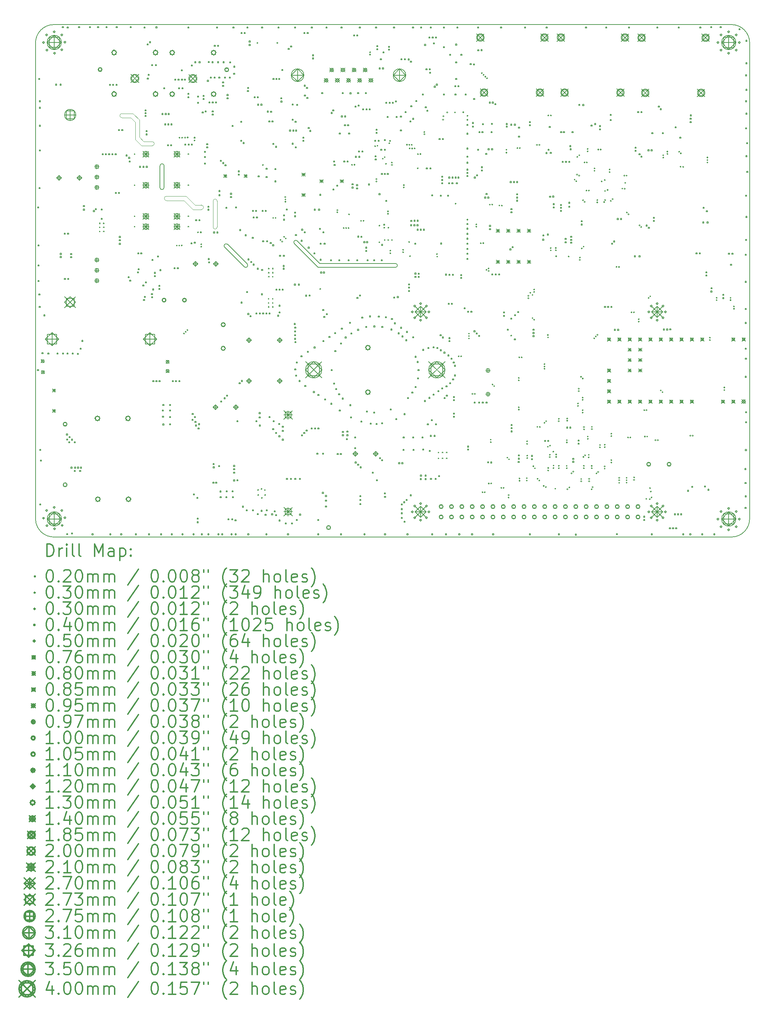
<source format=gbr>
%FSLAX45Y45*%
G04 Gerber Fmt 4.5, Leading zero omitted, Abs format (unit mm)*
G04 Created by KiCad (PCBNEW 5.1.5-52549c5~84~ubuntu18.04.1) date 2020-01-14 13:42:10*
%MOMM*%
%LPD*%
G04 APERTURE LIST*
%TA.AperFunction,Profile*%
%ADD10C,0.150000*%
%TD*%
%TA.AperFunction,Profile*%
%ADD11C,0.100000*%
%TD*%
%ADD12C,0.200000*%
%ADD13C,0.300000*%
G04 APERTURE END LIST*
D10*
X6042000Y-15493230D02*
X6042120Y-3828040D01*
X9192910Y-7352000D02*
X9193420Y-6816770D01*
X9093090Y-7352000D02*
X9093330Y-6819770D01*
D11*
X10495000Y-8320088D02*
G75*
G02X10395000Y-8319910I-50000J88D01*
G01*
D10*
X13008000Y-9212000D02*
X12455000Y-8658000D01*
D11*
X9732000Y-7562300D02*
X9253850Y-7562300D01*
X9254000Y-7674000D02*
X9686000Y-7674000D01*
X10104851Y-7780275D02*
X9950000Y-7780275D01*
X10105000Y-7892000D02*
X9904000Y-7892000D01*
D10*
X12387000Y-8726000D02*
X12972000Y-9312000D01*
D11*
X10395000Y-7683912D02*
G75*
G02X10495000Y-7684090I50000J-88D01*
G01*
X10495420Y-8320090D02*
X10495000Y-7684090D01*
X10395420Y-8319900D02*
X10395000Y-7683910D01*
X10104851Y-7780275D02*
G75*
G02X10105000Y-7892000I-559J-55863D01*
G01*
X9732000Y-7562300D02*
X9950000Y-7780000D01*
X9686000Y-7674000D02*
X9904000Y-7892000D01*
X9254000Y-7674000D02*
G75*
G02X9253851Y-7562275I559J55863D01*
G01*
D10*
X9192910Y-7352000D02*
G75*
G02X9093090Y-7352000I-49910J0D01*
G01*
X9093330Y-6819767D02*
G75*
G02X9193420Y-6816767I50090J0D01*
G01*
D11*
X8589420Y-6120000D02*
X8696000Y-6227000D01*
X8490000Y-6179000D02*
X8638000Y-6327000D01*
X8157488Y-5640097D02*
X8376000Y-5640010D01*
X8154998Y-5540010D02*
X8433000Y-5540010D01*
X8157497Y-5640097D02*
G75*
G02X8154998Y-5540010I501J50087D01*
G01*
X8376000Y-5640000D02*
X8489420Y-5754000D01*
X8433000Y-5540000D02*
X8589000Y-5696000D01*
X8490000Y-6179000D02*
X8489420Y-5754000D01*
X8589420Y-6120000D02*
X8589000Y-5696000D01*
X8903470Y-6226910D02*
X8696000Y-6227000D01*
X8906500Y-6327000D02*
X8638000Y-6327000D01*
X8903471Y-6226910D02*
G75*
G02X8906500Y-6327000I29J-50090D01*
G01*
D10*
X11229824Y-9225650D02*
G75*
G02X11161171Y-9298546I-35419J-35419D01*
G01*
X11161170Y-9298540D02*
X10678347Y-8816890D01*
X11229820Y-9225645D02*
X10747000Y-8744000D01*
X10678347Y-8816896D02*
G75*
G02X10747000Y-8744000I35419J35419D01*
G01*
X12387000Y-8726000D02*
G75*
G02X12455000Y-8658000I34000J34000D01*
G01*
X14863000Y-9211910D02*
G75*
G02X14866000Y-9312000I0J-50090D01*
G01*
X23118000Y-15919000D02*
X6513620Y-15919000D01*
X23550000Y-3804000D02*
X23550000Y-15462080D01*
X23103070Y-3357000D02*
X6492870Y-3357000D01*
X6513620Y-15919000D02*
G75*
G02X6042121Y-15493231I-23812J447586D01*
G01*
X6042000Y-3828042D02*
G75*
G02X6492878Y-3357000I449611J20945D01*
G01*
X23550000Y-3804000D02*
G75*
G03X23103069Y-3357011I-446960J29D01*
G01*
X23117935Y-15919000D02*
G75*
G03X23550000Y-15462082I-13935J445918D01*
G01*
X12972000Y-9312000D02*
X14866000Y-9312000D01*
X13008000Y-9211910D02*
X14863000Y-9212000D01*
D12*
X11751000Y-9328000D02*
X11771000Y-9348000D01*
X11771000Y-9328000D02*
X11751000Y-9348000D01*
X11751000Y-9428000D02*
X11771000Y-9448000D01*
X11771000Y-9428000D02*
X11751000Y-9448000D01*
X11751000Y-9528000D02*
X11771000Y-9548000D01*
X11771000Y-9528000D02*
X11751000Y-9548000D01*
X11851000Y-9328000D02*
X11871000Y-9348000D01*
X11871000Y-9328000D02*
X11851000Y-9348000D01*
X11851000Y-9428000D02*
X11871000Y-9448000D01*
X11871000Y-9428000D02*
X11851000Y-9448000D01*
X11851000Y-9528000D02*
X11871000Y-9548000D01*
X11871000Y-9528000D02*
X11851000Y-9548000D01*
X8460500Y-6523000D02*
X8480500Y-6543000D01*
X8480500Y-6523000D02*
X8460500Y-6543000D01*
X8460500Y-7285000D02*
X8480500Y-7305000D01*
X8480500Y-7285000D02*
X8460500Y-7305000D01*
X8460500Y-8047000D02*
X8480500Y-8067000D01*
X8480500Y-8047000D02*
X8460500Y-8067000D01*
X8460500Y-8301000D02*
X8480500Y-8321000D01*
X8480500Y-8301000D02*
X8460500Y-8321000D01*
X9778000Y-6523000D02*
X9798000Y-6543000D01*
X9798000Y-6523000D02*
X9778000Y-6543000D01*
X9778000Y-7280500D02*
X9798000Y-7300500D01*
X9798000Y-7280500D02*
X9778000Y-7300500D01*
X9778000Y-8047000D02*
X9798000Y-8067000D01*
X9798000Y-8047000D02*
X9778000Y-8067000D01*
X9778000Y-8301000D02*
X9798000Y-8321000D01*
X9798000Y-8301000D02*
X9778000Y-8321000D01*
X11748000Y-10068000D02*
X11768000Y-10088000D01*
X11768000Y-10068000D02*
X11748000Y-10088000D01*
X11748000Y-10168000D02*
X11768000Y-10188000D01*
X11768000Y-10168000D02*
X11748000Y-10188000D01*
X11748000Y-10268000D02*
X11768000Y-10288000D01*
X11768000Y-10268000D02*
X11748000Y-10288000D01*
X11848000Y-10068000D02*
X11868000Y-10088000D01*
X11868000Y-10068000D02*
X11848000Y-10088000D01*
X11848000Y-10168000D02*
X11868000Y-10188000D01*
X11868000Y-10168000D02*
X11848000Y-10188000D01*
X11848000Y-10268000D02*
X11868000Y-10288000D01*
X11868000Y-10268000D02*
X11848000Y-10288000D01*
X15911000Y-13838000D02*
X15931000Y-13858000D01*
X15931000Y-13838000D02*
X15911000Y-13858000D01*
X15911000Y-13978000D02*
X15931000Y-13998000D01*
X15931000Y-13978000D02*
X15911000Y-13998000D01*
X16011000Y-13838000D02*
X16031000Y-13858000D01*
X16031000Y-13838000D02*
X16011000Y-13858000D01*
X16011000Y-13978000D02*
X16031000Y-13998000D01*
X16031000Y-13978000D02*
X16011000Y-13998000D01*
X16111000Y-13838000D02*
X16131000Y-13858000D01*
X16131000Y-13838000D02*
X16111000Y-13858000D01*
X16111000Y-13978000D02*
X16131000Y-13998000D01*
X16131000Y-13978000D02*
X16111000Y-13998000D01*
X7605000Y-8217000D02*
X7625000Y-8237000D01*
X7625000Y-8217000D02*
X7605000Y-8237000D01*
X7605000Y-8317000D02*
X7625000Y-8337000D01*
X7625000Y-8317000D02*
X7605000Y-8337000D01*
X7605000Y-8417000D02*
X7625000Y-8437000D01*
X7625000Y-8417000D02*
X7605000Y-8437000D01*
X7705000Y-8217000D02*
X7725000Y-8237000D01*
X7725000Y-8217000D02*
X7705000Y-8237000D01*
X7705000Y-8317000D02*
X7725000Y-8337000D01*
X7725000Y-8317000D02*
X7705000Y-8337000D01*
X7705000Y-8417000D02*
X7725000Y-8437000D01*
X7725000Y-8417000D02*
X7705000Y-8437000D01*
X9520000Y-8773000D02*
G75*
G03X9520000Y-8773000I-15000J0D01*
G01*
X9580000Y-8773000D02*
G75*
G03X9580000Y-8773000I-15000J0D01*
G01*
X9586500Y-6129500D02*
G75*
G03X9586500Y-6129500I-15000J0D01*
G01*
X9641000Y-8773000D02*
G75*
G03X9641000Y-8773000I-15000J0D01*
G01*
X9649000Y-6129500D02*
G75*
G03X9649000Y-6129500I-15000J0D01*
G01*
X9696500Y-10931500D02*
G75*
G03X9696500Y-10931500I-15000J0D01*
G01*
X9724000Y-6129500D02*
G75*
G03X9724000Y-6129500I-15000J0D01*
G01*
X9738500Y-10889500D02*
G75*
G03X9738500Y-10889500I-15000J0D01*
G01*
X9781500Y-10846500D02*
G75*
G03X9781500Y-10846500I-15000J0D01*
G01*
X9787399Y-6122399D02*
G75*
G03X9787399Y-6122399I-15000J0D01*
G01*
X9955000Y-6197000D02*
G75*
G03X9955000Y-6197000I-15000J0D01*
G01*
X10041033Y-8450500D02*
G75*
G03X10041033Y-8450500I-15000J0D01*
G01*
X10120500Y-8743500D02*
G75*
G03X10120500Y-8743500I-15000J0D01*
G01*
X10120500Y-8802500D02*
G75*
G03X10120500Y-8802500I-15000J0D01*
G01*
X11511000Y-14767000D02*
G75*
G03X11511000Y-14767000I-15000J0D01*
G01*
X11516000Y-14891000D02*
G75*
G03X11516000Y-14891000I-15000J0D01*
G01*
X11597000Y-14741000D02*
G75*
G03X11597000Y-14741000I-15000J0D01*
G01*
X11605000Y-14961000D02*
G75*
G03X11605000Y-14961000I-15000J0D01*
G01*
X11630500Y-6798500D02*
G75*
G03X11630500Y-6798500I-15000J0D01*
G01*
X11678000Y-14769000D02*
G75*
G03X11678000Y-14769000I-15000J0D01*
G01*
X11686000Y-14891000D02*
G75*
G03X11686000Y-14891000I-15000J0D01*
G01*
X11882000Y-8097000D02*
G75*
G03X11882000Y-8097000I-15000J0D01*
G01*
X11941000Y-8097000D02*
G75*
G03X11941000Y-8097000I-15000J0D01*
G01*
X12063500Y-8636500D02*
G75*
G03X12063500Y-8636500I-15000J0D01*
G01*
X12104500Y-8677500D02*
G75*
G03X12104500Y-8677500I-15000J0D01*
G01*
X12152000Y-8560000D02*
G75*
G03X12152000Y-8560000I-15000J0D01*
G01*
X12178431Y-7583568D02*
G75*
G03X12178431Y-7583568I-15000J0D01*
G01*
X12183000Y-7643000D02*
G75*
G03X12183000Y-7643000I-15000J0D01*
G01*
X12183000Y-7701000D02*
G75*
G03X12183000Y-7701000I-15000J0D01*
G01*
X12193000Y-8601000D02*
G75*
G03X12193000Y-8601000I-15000J0D01*
G01*
X13035500Y-9840500D02*
G75*
G03X13035500Y-9840500I-15000J0D01*
G01*
X13456000Y-7906000D02*
G75*
G03X13456000Y-7906000I-15000J0D01*
G01*
X13456000Y-7961000D02*
G75*
G03X13456000Y-7961000I-15000J0D01*
G01*
X13612000Y-8345000D02*
G75*
G03X13612000Y-8345000I-15000J0D01*
G01*
X13671000Y-8345000D02*
G75*
G03X13671000Y-8345000I-15000J0D01*
G01*
X13732000Y-8345000D02*
G75*
G03X13732000Y-8345000I-15000J0D01*
G01*
X13743000Y-8012000D02*
G75*
G03X13743000Y-8012000I-15000J0D01*
G01*
X13815500Y-6795500D02*
G75*
G03X13815500Y-6795500I-15000J0D01*
G01*
X13878000Y-6794000D02*
G75*
G03X13878000Y-6794000I-15000J0D01*
G01*
X14038000Y-8168000D02*
G75*
G03X14038000Y-8168000I-15000J0D01*
G01*
X14098000Y-8168000D02*
G75*
G03X14098000Y-8168000I-15000J0D01*
G01*
X14259000Y-4035000D02*
G75*
G03X14259000Y-4035000I-15000J0D01*
G01*
X14259000Y-4093000D02*
G75*
G03X14259000Y-4093000I-15000J0D01*
G01*
X14381500Y-6337500D02*
G75*
G03X14381500Y-6337500I-15000J0D01*
G01*
X14415500Y-7145500D02*
G75*
G03X14415500Y-7145500I-15000J0D01*
G01*
X14415500Y-7203000D02*
G75*
G03X14415500Y-7203000I-15000J0D01*
G01*
X14441000Y-6328000D02*
G75*
G03X14441000Y-6328000I-15000J0D01*
G01*
X14487000Y-8693000D02*
G75*
G03X14487000Y-8693000I-15000J0D01*
G01*
X14489000Y-8284000D02*
G75*
G03X14489000Y-8284000I-15000J0D01*
G01*
X14570413Y-6644413D02*
G75*
G03X14570413Y-6644413I-15000J0D01*
G01*
X14607000Y-8335000D02*
G75*
G03X14607000Y-8335000I-15000J0D01*
G01*
X14616000Y-6607000D02*
G75*
G03X14616000Y-6607000I-15000J0D01*
G01*
X14617000Y-8640000D02*
G75*
G03X14617000Y-8640000I-15000J0D01*
G01*
X14649750Y-6768750D02*
G75*
G03X14649750Y-6768750I-15000J0D01*
G01*
X14699000Y-7937000D02*
G75*
G03X14699000Y-7937000I-15000J0D01*
G01*
X14699000Y-7996000D02*
G75*
G03X14699000Y-7996000I-15000J0D01*
G01*
X14703000Y-8640000D02*
G75*
G03X14703000Y-8640000I-15000J0D01*
G01*
X14709000Y-8335000D02*
G75*
G03X14709000Y-8335000I-15000J0D01*
G01*
X14731000Y-6266000D02*
G75*
G03X14731000Y-6266000I-15000J0D01*
G01*
X14749000Y-6210000D02*
G75*
G03X14749000Y-6210000I-15000J0D01*
G01*
X14754000Y-8900000D02*
G75*
G03X14754000Y-8900000I-15000J0D01*
G01*
X14754000Y-8963000D02*
G75*
G03X14754000Y-8963000I-15000J0D01*
G01*
X14794000Y-6739500D02*
G75*
G03X14794000Y-6739500I-15000J0D01*
G01*
X14795000Y-8640000D02*
G75*
G03X14795000Y-8640000I-15000J0D01*
G01*
X14796000Y-6799000D02*
G75*
G03X14796000Y-6799000I-15000J0D01*
G01*
X15067500Y-8877500D02*
G75*
G03X15067500Y-8877500I-15000J0D01*
G01*
X15067500Y-8938000D02*
G75*
G03X15067500Y-8938000I-15000J0D01*
G01*
X15086000Y-7292000D02*
G75*
G03X15086000Y-7292000I-15000J0D01*
G01*
X15086000Y-7350000D02*
G75*
G03X15086000Y-7350000I-15000J0D01*
G01*
X15163000Y-6304000D02*
G75*
G03X15163000Y-6304000I-15000J0D01*
G01*
X15216500Y-8688500D02*
G75*
G03X15216500Y-8688500I-15000J0D01*
G01*
X15221000Y-6304000D02*
G75*
G03X15221000Y-6304000I-15000J0D01*
G01*
X15230000Y-6394000D02*
G75*
G03X15230000Y-6394000I-15000J0D01*
G01*
X15239000Y-9034000D02*
G75*
G03X15239000Y-9034000I-15000J0D01*
G01*
X15281000Y-6304000D02*
G75*
G03X15281000Y-6304000I-15000J0D01*
G01*
X15291000Y-6394000D02*
G75*
G03X15291000Y-6394000I-15000J0D01*
G01*
X15352000Y-6394000D02*
G75*
G03X15352000Y-6394000I-15000J0D01*
G01*
X15428000Y-6880000D02*
G75*
G03X15428000Y-6880000I-15000J0D01*
G01*
X15432000Y-6532000D02*
G75*
G03X15432000Y-6532000I-15000J0D01*
G01*
X15493000Y-6532000D02*
G75*
G03X15493000Y-6532000I-15000J0D01*
G01*
X15590000Y-5990000D02*
G75*
G03X15590000Y-5990000I-15000J0D01*
G01*
X15590000Y-6045000D02*
G75*
G03X15590000Y-6045000I-15000J0D01*
G01*
X15897000Y-8985000D02*
G75*
G03X15897000Y-8985000I-15000J0D01*
G01*
X15905000Y-9045000D02*
G75*
G03X15905000Y-9045000I-15000J0D01*
G01*
X16050000Y-5688000D02*
G75*
G03X16050000Y-5688000I-15000J0D01*
G01*
X16056500Y-5604500D02*
G75*
G03X16056500Y-5604500I-15000J0D01*
G01*
X16151000Y-5510000D02*
G75*
G03X16151000Y-5510000I-15000J0D01*
G01*
X16340075Y-5509076D02*
G75*
G03X16340075Y-5509076I-15000J0D01*
G01*
X16355500Y-7746500D02*
G75*
G03X16355500Y-7746500I-15000J0D01*
G01*
X16431000Y-11490000D02*
G75*
G03X16431000Y-11490000I-15000J0D01*
G01*
X16490500Y-11488500D02*
G75*
G03X16490500Y-11488500I-15000J0D01*
G01*
X16543083Y-5508083D02*
G75*
G03X16543083Y-5508083I-15000J0D01*
G01*
X16645500Y-5593500D02*
G75*
G03X16645500Y-5593500I-15000J0D01*
G01*
X16645500Y-5692500D02*
G75*
G03X16645500Y-5692500I-15000J0D01*
G01*
X16646000Y-8139000D02*
G75*
G03X16646000Y-8139000I-15000J0D01*
G01*
X16683500Y-10933500D02*
G75*
G03X16683500Y-10933500I-15000J0D01*
G01*
X16683500Y-10993500D02*
G75*
G03X16683500Y-10993500I-15000J0D01*
G01*
X16683500Y-11053500D02*
G75*
G03X16683500Y-11053500I-15000J0D01*
G01*
X16769000Y-12412000D02*
G75*
G03X16769000Y-12412000I-15000J0D01*
G01*
X16828000Y-12412000D02*
G75*
G03X16828000Y-12412000I-15000J0D01*
G01*
X16862500Y-8256500D02*
G75*
G03X16862500Y-8256500I-15000J0D01*
G01*
X16862500Y-8311500D02*
G75*
G03X16862500Y-8311500I-15000J0D01*
G01*
X16973000Y-8715500D02*
G75*
G03X16973000Y-8715500I-15000J0D01*
G01*
X17000000Y-4548000D02*
G75*
G03X17000000Y-4548000I-15000J0D01*
G01*
X17016000Y-14822000D02*
G75*
G03X17016000Y-14822000I-15000J0D01*
G01*
X17033000Y-8715500D02*
G75*
G03X17033000Y-8715500I-15000J0D01*
G01*
X17042000Y-4590000D02*
G75*
G03X17042000Y-4590000I-15000J0D01*
G01*
X17071000Y-14822000D02*
G75*
G03X17071000Y-14822000I-15000J0D01*
G01*
X17085000Y-4633000D02*
G75*
G03X17085000Y-4633000I-15000J0D01*
G01*
X17114000Y-9370000D02*
G75*
G03X17114000Y-9370000I-15000J0D01*
G01*
X17127000Y-4675000D02*
G75*
G03X17127000Y-4675000I-15000J0D01*
G01*
X17164000Y-9335000D02*
G75*
G03X17164000Y-9335000I-15000J0D01*
G01*
X17166000Y-9397000D02*
G75*
G03X17166000Y-9397000I-15000J0D01*
G01*
X17170000Y-14606000D02*
G75*
G03X17170000Y-14606000I-15000J0D01*
G01*
X17195500Y-7770500D02*
G75*
G03X17195500Y-7770500I-15000J0D01*
G01*
X17218000Y-13533000D02*
G75*
G03X17218000Y-13533000I-15000J0D01*
G01*
X17218000Y-13593000D02*
G75*
G03X17218000Y-13593000I-15000J0D01*
G01*
X17228000Y-14606000D02*
G75*
G03X17228000Y-14606000I-15000J0D01*
G01*
X17253000Y-7770500D02*
G75*
G03X17253000Y-7770500I-15000J0D01*
G01*
X17262250Y-12181250D02*
G75*
G03X17262250Y-12181250I-15000J0D01*
G01*
X17302250Y-12221250D02*
G75*
G03X17302250Y-12221250I-15000J0D01*
G01*
X17429000Y-7793000D02*
G75*
G03X17429000Y-7793000I-15000J0D01*
G01*
X17476000Y-14716000D02*
G75*
G03X17476000Y-14716000I-15000J0D01*
G01*
X17490000Y-7793000D02*
G75*
G03X17490000Y-7793000I-15000J0D01*
G01*
X17533000Y-14716000D02*
G75*
G03X17533000Y-14716000I-15000J0D01*
G01*
X17602000Y-6425000D02*
G75*
G03X17602000Y-6425000I-15000J0D01*
G01*
X17602000Y-6497000D02*
G75*
G03X17602000Y-6497000I-15000J0D01*
G01*
X17623500Y-13974500D02*
G75*
G03X17623500Y-13974500I-15000J0D01*
G01*
X17656000Y-14892000D02*
G75*
G03X17656000Y-14892000I-15000J0D01*
G01*
X17656000Y-14953000D02*
G75*
G03X17656000Y-14953000I-15000J0D01*
G01*
X17665000Y-14016000D02*
G75*
G03X17665000Y-14016000I-15000J0D01*
G01*
X17718500Y-10980500D02*
G75*
G03X17718500Y-10980500I-15000J0D01*
G01*
X17870000Y-6384750D02*
G75*
G03X17870000Y-6384750I-15000J0D01*
G01*
X17905119Y-12018381D02*
G75*
G03X17905119Y-12018381I-15000J0D01*
G01*
X17905152Y-12079000D02*
G75*
G03X17905152Y-12079000I-15000J0D01*
G01*
X17905557Y-12738443D02*
G75*
G03X17905557Y-12738443I-15000J0D01*
G01*
X17905593Y-12796407D02*
G75*
G03X17905593Y-12796407I-15000J0D01*
G01*
X17917000Y-11516000D02*
G75*
G03X17917000Y-11516000I-15000J0D01*
G01*
X17923000Y-14483000D02*
G75*
G03X17923000Y-14483000I-15000J0D01*
G01*
X17923000Y-14540500D02*
G75*
G03X17923000Y-14540500I-15000J0D01*
G01*
X17930894Y-6384750D02*
G75*
G03X17930894Y-6384750I-15000J0D01*
G01*
X17977000Y-11516000D02*
G75*
G03X17977000Y-11516000I-15000J0D01*
G01*
X18102000Y-14477000D02*
G75*
G03X18102000Y-14477000I-15000J0D01*
G01*
X18102000Y-14537000D02*
G75*
G03X18102000Y-14537000I-15000J0D01*
G01*
X18107000Y-13574000D02*
G75*
G03X18107000Y-13574000I-15000J0D01*
G01*
X18107000Y-13636000D02*
G75*
G03X18107000Y-13636000I-15000J0D01*
G01*
X18112000Y-13925000D02*
G75*
G03X18112000Y-13925000I-15000J0D01*
G01*
X18112000Y-13983000D02*
G75*
G03X18112000Y-13983000I-15000J0D01*
G01*
X18138000Y-10006000D02*
G75*
G03X18138000Y-10006000I-15000J0D01*
G01*
X18138000Y-10066000D02*
G75*
G03X18138000Y-10066000I-15000J0D01*
G01*
X18186500Y-9932500D02*
G75*
G03X18186500Y-9932500I-15000J0D01*
G01*
X18240000Y-10553000D02*
G75*
G03X18240000Y-10553000I-15000J0D01*
G01*
X18241000Y-9987000D02*
G75*
G03X18241000Y-9987000I-15000J0D01*
G01*
X18263000Y-14186000D02*
G75*
G03X18263000Y-14186000I-15000J0D01*
G01*
X18281000Y-9913000D02*
G75*
G03X18281000Y-9913000I-15000J0D01*
G01*
X18281000Y-10594000D02*
G75*
G03X18281000Y-10594000I-15000J0D01*
G01*
X18282000Y-9853000D02*
G75*
G03X18282000Y-9853000I-15000J0D01*
G01*
X18300000Y-14234000D02*
G75*
G03X18300000Y-14234000I-15000J0D01*
G01*
X18351000Y-6307000D02*
G75*
G03X18351000Y-6307000I-15000J0D01*
G01*
X18360500Y-13220500D02*
G75*
G03X18360500Y-13220500I-15000J0D01*
G01*
X18366000Y-14490000D02*
G75*
G03X18366000Y-14490000I-15000J0D01*
G01*
X18408000Y-14533000D02*
G75*
G03X18408000Y-14533000I-15000J0D01*
G01*
X18411000Y-6307000D02*
G75*
G03X18411000Y-6307000I-15000J0D01*
G01*
X18420500Y-13220500D02*
G75*
G03X18420500Y-13220500I-15000J0D01*
G01*
X18515000Y-14668000D02*
G75*
G03X18515000Y-14668000I-15000J0D01*
G01*
X18535000Y-11679500D02*
G75*
G03X18535000Y-11679500I-15000J0D01*
G01*
X18535000Y-11738500D02*
G75*
G03X18535000Y-11738500I-15000J0D01*
G01*
X18535000Y-11795500D02*
G75*
G03X18535000Y-11795500I-15000J0D01*
G01*
X18535500Y-13118000D02*
G75*
G03X18535500Y-13118000I-15000J0D01*
G01*
X18568500Y-14695500D02*
G75*
G03X18568500Y-14695500I-15000J0D01*
G01*
X18575500Y-13078000D02*
G75*
G03X18575500Y-13078000I-15000J0D01*
G01*
X18617500Y-13707500D02*
G75*
G03X18617500Y-13707500I-15000J0D01*
G01*
X18618000Y-10968000D02*
G75*
G03X18618000Y-10968000I-15000J0D01*
G01*
X18621500Y-11027000D02*
G75*
G03X18621500Y-11027000I-15000J0D01*
G01*
X18625170Y-14288170D02*
G75*
G03X18625170Y-14288170I-15000J0D01*
G01*
X18626000Y-14228000D02*
G75*
G03X18626000Y-14228000I-15000J0D01*
G01*
X18628000Y-5585500D02*
G75*
G03X18628000Y-5585500I-15000J0D01*
G01*
X18665000Y-13961000D02*
G75*
G03X18665000Y-13961000I-15000J0D01*
G01*
X18666000Y-13903000D02*
G75*
G03X18666000Y-13903000I-15000J0D01*
G01*
X18670000Y-13678000D02*
G75*
G03X18670000Y-13678000I-15000J0D01*
G01*
X18688499Y-8893597D02*
G75*
G03X18688499Y-8893597I-15000J0D01*
G01*
X18689395Y-8835605D02*
G75*
G03X18689395Y-8835605I-15000J0D01*
G01*
X18692500Y-5585500D02*
G75*
G03X18692500Y-5585500I-15000J0D01*
G01*
X18751000Y-13829000D02*
G75*
G03X18751000Y-13829000I-15000J0D01*
G01*
X18756000Y-14228000D02*
G75*
G03X18756000Y-14228000I-15000J0D01*
G01*
X18757000Y-14168000D02*
G75*
G03X18757000Y-14168000I-15000J0D01*
G01*
X18798000Y-14735000D02*
G75*
G03X18798000Y-14735000I-15000J0D01*
G01*
X18813937Y-8834620D02*
G75*
G03X18813937Y-8834620I-15000J0D01*
G01*
X18814501Y-8892131D02*
G75*
G03X18814501Y-8892131I-15000J0D01*
G01*
X18820000Y-13898000D02*
G75*
G03X18820000Y-13898000I-15000J0D01*
G01*
X18820713Y-9037287D02*
G75*
G03X18820713Y-9037287I-15000J0D01*
G01*
X18821000Y-13958000D02*
G75*
G03X18821000Y-13958000I-15000J0D01*
G01*
X18885000Y-13023000D02*
G75*
G03X18885000Y-13023000I-15000J0D01*
G01*
X18885000Y-13078000D02*
G75*
G03X18885000Y-13078000I-15000J0D01*
G01*
X18886000Y-14173000D02*
G75*
G03X18886000Y-14173000I-15000J0D01*
G01*
X18886000Y-14233000D02*
G75*
G03X18886000Y-14233000I-15000J0D01*
G01*
X19081000Y-14176000D02*
G75*
G03X19081000Y-14176000I-15000J0D01*
G01*
X19081000Y-14232000D02*
G75*
G03X19081000Y-14232000I-15000J0D01*
G01*
X19084000Y-13546000D02*
G75*
G03X19084000Y-13546000I-15000J0D01*
G01*
X19084000Y-13602000D02*
G75*
G03X19084000Y-13602000I-15000J0D01*
G01*
X19092000Y-13014000D02*
G75*
G03X19092000Y-13014000I-15000J0D01*
G01*
X19092000Y-13069000D02*
G75*
G03X19092000Y-13069000I-15000J0D01*
G01*
X19097000Y-14749000D02*
G75*
G03X19097000Y-14749000I-15000J0D01*
G01*
X19129000Y-9044000D02*
G75*
G03X19129000Y-9044000I-15000J0D01*
G01*
X19145000Y-14705000D02*
G75*
G03X19145000Y-14705000I-15000J0D01*
G01*
X19199240Y-14358100D02*
G75*
G03X19199240Y-14358100I-15000J0D01*
G01*
X19240670Y-14316670D02*
G75*
G03X19240670Y-14316670I-15000J0D01*
G01*
X19273000Y-7157000D02*
G75*
G03X19273000Y-7157000I-15000J0D01*
G01*
X19314000Y-7198000D02*
G75*
G03X19314000Y-7198000I-15000J0D01*
G01*
X19331750Y-7035250D02*
G75*
G03X19331750Y-7035250I-15000J0D01*
G01*
X19341000Y-6601000D02*
G75*
G03X19341000Y-6601000I-15000J0D01*
G01*
X19356500Y-12646000D02*
G75*
G03X19356500Y-12646000I-15000J0D01*
G01*
X19356500Y-12703500D02*
G75*
G03X19356500Y-12703500I-15000J0D01*
G01*
X19375500Y-12285500D02*
G75*
G03X19375500Y-12285500I-15000J0D01*
G01*
X19375500Y-12343000D02*
G75*
G03X19375500Y-12343000I-15000J0D01*
G01*
X19385000Y-7059000D02*
G75*
G03X19385000Y-7059000I-15000J0D01*
G01*
X19387000Y-6561000D02*
G75*
G03X19387000Y-6561000I-15000J0D01*
G01*
X19402000Y-9069000D02*
G75*
G03X19402000Y-9069000I-15000J0D01*
G01*
X19402000Y-9126000D02*
G75*
G03X19402000Y-9126000I-15000J0D01*
G01*
X19430000Y-11992000D02*
G75*
G03X19430000Y-11992000I-15000J0D01*
G01*
X19435000Y-14497000D02*
G75*
G03X19435000Y-14497000I-15000J0D01*
G01*
X19435000Y-14553000D02*
G75*
G03X19435000Y-14553000I-15000J0D01*
G01*
X19450000Y-8843000D02*
G75*
G03X19450000Y-8843000I-15000J0D01*
G01*
X19471000Y-12503000D02*
G75*
G03X19471000Y-12503000I-15000J0D01*
G01*
X19471000Y-12558000D02*
G75*
G03X19471000Y-12558000I-15000J0D01*
G01*
X19471000Y-12810000D02*
G75*
G03X19471000Y-12810000I-15000J0D01*
G01*
X19471000Y-12870000D02*
G75*
G03X19471000Y-12870000I-15000J0D01*
G01*
X19472500Y-12034500D02*
G75*
G03X19472500Y-12034500I-15000J0D01*
G01*
X19478500Y-7664500D02*
G75*
G03X19478500Y-7664500I-15000J0D01*
G01*
X19490118Y-13956823D02*
G75*
G03X19490118Y-13956823I-15000J0D01*
G01*
X19493000Y-8800000D02*
G75*
G03X19493000Y-8800000I-15000J0D01*
G01*
X19500000Y-14175000D02*
G75*
G03X19500000Y-14175000I-15000J0D01*
G01*
X19500000Y-14234000D02*
G75*
G03X19500000Y-14234000I-15000J0D01*
G01*
X19504000Y-13224000D02*
G75*
G03X19504000Y-13224000I-15000J0D01*
G01*
X19504000Y-13282000D02*
G75*
G03X19504000Y-13282000I-15000J0D01*
G01*
X19517000Y-6737000D02*
G75*
G03X19517000Y-6737000I-15000J0D01*
G01*
X19518500Y-7704500D02*
G75*
G03X19518500Y-7704500I-15000J0D01*
G01*
X19531736Y-13916317D02*
G75*
G03X19531736Y-13916317I-15000J0D01*
G01*
X19563000Y-7426000D02*
G75*
G03X19563000Y-7426000I-15000J0D01*
G01*
X19572000Y-6737000D02*
G75*
G03X19572000Y-6737000I-15000J0D01*
G01*
X19594000Y-6404000D02*
G75*
G03X19594000Y-6404000I-15000J0D01*
G01*
X19594000Y-6464000D02*
G75*
G03X19594000Y-6464000I-15000J0D01*
G01*
X19596000Y-13455000D02*
G75*
G03X19596000Y-13455000I-15000J0D01*
G01*
X19597000Y-13514800D02*
G75*
G03X19597000Y-13514800I-15000J0D01*
G01*
X19620000Y-13906000D02*
G75*
G03X19620000Y-13906000I-15000J0D01*
G01*
X19620000Y-13966000D02*
G75*
G03X19620000Y-13966000I-15000J0D01*
G01*
X19623000Y-7426000D02*
G75*
G03X19623000Y-7426000I-15000J0D01*
G01*
X19629000Y-14552000D02*
G75*
G03X19629000Y-14552000I-15000J0D01*
G01*
X19630000Y-14492000D02*
G75*
G03X19630000Y-14492000I-15000J0D01*
G01*
X19690000Y-14750000D02*
G75*
G03X19690000Y-14750000I-15000J0D01*
G01*
X19695000Y-14176000D02*
G75*
G03X19695000Y-14176000I-15000J0D01*
G01*
X19695000Y-14234000D02*
G75*
G03X19695000Y-14234000I-15000J0D01*
G01*
X19697000Y-13219000D02*
G75*
G03X19697000Y-13219000I-15000J0D01*
G01*
X19697000Y-13276000D02*
G75*
G03X19697000Y-13276000I-15000J0D01*
G01*
X19714000Y-14695000D02*
G75*
G03X19714000Y-14695000I-15000J0D01*
G01*
X19754250Y-11049250D02*
G75*
G03X19754250Y-11049250I-15000J0D01*
G01*
X19762000Y-6883000D02*
G75*
G03X19762000Y-6883000I-15000J0D01*
G01*
X19762000Y-6942000D02*
G75*
G03X19762000Y-6942000I-15000J0D01*
G01*
X19792250Y-11004750D02*
G75*
G03X19792250Y-11004750I-15000J0D01*
G01*
X19808000Y-14360000D02*
G75*
G03X19808000Y-14360000I-15000J0D01*
G01*
X19830000Y-7658000D02*
G75*
G03X19830000Y-7658000I-15000J0D01*
G01*
X19830000Y-7717000D02*
G75*
G03X19830000Y-7717000I-15000J0D01*
G01*
X19832250Y-10964750D02*
G75*
G03X19832250Y-10964750I-15000J0D01*
G01*
X19849670Y-14322670D02*
G75*
G03X19849670Y-14322670I-15000J0D01*
G01*
X19854000Y-6420000D02*
G75*
G03X19854000Y-6420000I-15000J0D01*
G01*
X19896000Y-13664000D02*
G75*
G03X19896000Y-13664000I-15000J0D01*
G01*
X19896000Y-13721000D02*
G75*
G03X19896000Y-13721000I-15000J0D01*
G01*
X19912000Y-6421000D02*
G75*
G03X19912000Y-6421000I-15000J0D01*
G01*
X19936000Y-7202000D02*
G75*
G03X19936000Y-7202000I-15000J0D01*
G01*
X19998501Y-7708320D02*
G75*
G03X19998501Y-7708320I-15000J0D01*
G01*
X20011000Y-14188000D02*
G75*
G03X20011000Y-14188000I-15000J0D01*
G01*
X20011000Y-14244000D02*
G75*
G03X20011000Y-14244000I-15000J0D01*
G01*
X20013000Y-7169000D02*
G75*
G03X20013000Y-7169000I-15000J0D01*
G01*
X20013000Y-13718000D02*
G75*
G03X20013000Y-13718000I-15000J0D01*
G01*
X20014000Y-13658000D02*
G75*
G03X20014000Y-13658000I-15000J0D01*
G01*
X20020000Y-7437000D02*
G75*
G03X20020000Y-7437000I-15000J0D01*
G01*
X20021000Y-7658000D02*
G75*
G03X20021000Y-7658000I-15000J0D01*
G01*
X20082000Y-7411000D02*
G75*
G03X20082000Y-7411000I-15000J0D01*
G01*
X20131000Y-6910000D02*
G75*
G03X20131000Y-6910000I-15000J0D01*
G01*
X20131500Y-6971500D02*
G75*
G03X20131500Y-6971500I-15000J0D01*
G01*
X20162000Y-7680000D02*
G75*
G03X20162000Y-7680000I-15000J0D01*
G01*
X20174000Y-13386000D02*
G75*
G03X20174000Y-13386000I-15000J0D01*
G01*
X20174000Y-13446000D02*
G75*
G03X20174000Y-13446000I-15000J0D01*
G01*
X20174000Y-14034000D02*
G75*
G03X20174000Y-14034000I-15000J0D01*
G01*
X20175000Y-14094000D02*
G75*
G03X20175000Y-14094000I-15000J0D01*
G01*
X20206000Y-7637000D02*
G75*
G03X20206000Y-7637000I-15000J0D01*
G01*
X20301000Y-9298500D02*
G75*
G03X20301000Y-9298500I-15000J0D01*
G01*
X20361500Y-9298500D02*
G75*
G03X20361500Y-9298500I-15000J0D01*
G01*
X20366000Y-14470000D02*
G75*
G03X20366000Y-14470000I-15000J0D01*
G01*
X20366000Y-14529000D02*
G75*
G03X20366000Y-14529000I-15000J0D01*
G01*
X20366000Y-14590000D02*
G75*
G03X20366000Y-14590000I-15000J0D01*
G01*
X20443000Y-7378000D02*
G75*
G03X20443000Y-7378000I-15000J0D01*
G01*
X20492000Y-7059000D02*
G75*
G03X20492000Y-7059000I-15000J0D01*
G01*
X20503000Y-7382000D02*
G75*
G03X20503000Y-7382000I-15000J0D01*
G01*
X20514500Y-7239500D02*
G75*
G03X20514500Y-7239500I-15000J0D01*
G01*
X20549000Y-7059000D02*
G75*
G03X20549000Y-7059000I-15000J0D01*
G01*
X20549000Y-14468000D02*
G75*
G03X20549000Y-14468000I-15000J0D01*
G01*
X20549000Y-14528000D02*
G75*
G03X20549000Y-14528000I-15000J0D01*
G01*
X20549000Y-14587000D02*
G75*
G03X20549000Y-14587000I-15000J0D01*
G01*
X20553000Y-7964000D02*
G75*
G03X20553000Y-7964000I-15000J0D01*
G01*
X20583000Y-13480000D02*
G75*
G03X20583000Y-13480000I-15000J0D01*
G01*
X20594000Y-8008000D02*
G75*
G03X20594000Y-8008000I-15000J0D01*
G01*
X20641000Y-13480000D02*
G75*
G03X20641000Y-13480000I-15000J0D01*
G01*
X20668000Y-10410000D02*
G75*
G03X20668000Y-10410000I-15000J0D01*
G01*
X20728000Y-10410000D02*
G75*
G03X20728000Y-10410000I-15000J0D01*
G01*
X20732000Y-14459000D02*
G75*
G03X20732000Y-14459000I-15000J0D01*
G01*
X20732000Y-14519000D02*
G75*
G03X20732000Y-14519000I-15000J0D01*
G01*
X20846000Y-10579000D02*
G75*
G03X20846000Y-10579000I-15000J0D01*
G01*
X20846000Y-10639000D02*
G75*
G03X20846000Y-10639000I-15000J0D01*
G01*
X20864500Y-8278500D02*
G75*
G03X20864500Y-8278500I-15000J0D01*
G01*
X20906500Y-8320500D02*
G75*
G03X20906500Y-8320500I-15000J0D01*
G01*
X20980500Y-12810500D02*
G75*
G03X20980500Y-12810500I-15000J0D01*
G01*
X20997000Y-13457000D02*
G75*
G03X20997000Y-13457000I-15000J0D01*
G01*
X21029750Y-14984250D02*
G75*
G03X21029750Y-14984250I-15000J0D01*
G01*
X21035500Y-12810500D02*
G75*
G03X21035500Y-12810500I-15000J0D01*
G01*
X21052000Y-13457000D02*
G75*
G03X21052000Y-13457000I-15000J0D01*
G01*
X21087500Y-10060500D02*
G75*
G03X21087500Y-10060500I-15000J0D01*
G01*
X21117000Y-14992000D02*
G75*
G03X21117000Y-14992000I-15000J0D01*
G01*
X21121875Y-14720125D02*
G75*
G03X21121875Y-14720125I-15000J0D01*
G01*
X21129000Y-10019000D02*
G75*
G03X21129000Y-10019000I-15000J0D01*
G01*
X21142000Y-14806000D02*
G75*
G03X21142000Y-14806000I-15000J0D01*
G01*
X21159500Y-14949500D02*
G75*
G03X21159500Y-14949500I-15000J0D01*
G01*
X21254000Y-13545000D02*
G75*
G03X21254000Y-13545000I-15000J0D01*
G01*
X21316000Y-13545000D02*
G75*
G03X21316000Y-13545000I-15000J0D01*
G01*
X21386750Y-12326750D02*
G75*
G03X21386750Y-12326750I-15000J0D01*
G01*
X21429250Y-12369250D02*
G75*
G03X21429250Y-12369250I-15000J0D01*
G01*
X21446000Y-6561000D02*
G75*
G03X21446000Y-6561000I-15000J0D01*
G01*
X21446000Y-6618000D02*
G75*
G03X21446000Y-6618000I-15000J0D01*
G01*
X21549000Y-6471000D02*
G75*
G03X21549000Y-6471000I-15000J0D01*
G01*
X21549000Y-6527000D02*
G75*
G03X21549000Y-6527000I-15000J0D01*
G01*
X21837500Y-6473500D02*
G75*
G03X21837500Y-6473500I-15000J0D01*
G01*
X21872000Y-6842000D02*
G75*
G03X21872000Y-6842000I-15000J0D01*
G01*
X21878500Y-6514500D02*
G75*
G03X21878500Y-6514500I-15000J0D01*
G01*
X21935000Y-6848000D02*
G75*
G03X21935000Y-6848000I-15000J0D01*
G01*
X22110500Y-13435500D02*
G75*
G03X22110500Y-13435500I-15000J0D01*
G01*
X22170500Y-13435500D02*
G75*
G03X22170500Y-13435500I-15000J0D01*
G01*
X22529500Y-6616500D02*
G75*
G03X22529500Y-6616500I-15000J0D01*
G01*
X22529500Y-6678500D02*
G75*
G03X22529500Y-6678500I-15000J0D01*
G01*
X22529500Y-6738500D02*
G75*
G03X22529500Y-6738500I-15000J0D01*
G01*
X22590203Y-11092703D02*
G75*
G03X22590203Y-11092703I-15000J0D01*
G01*
X22590304Y-11032804D02*
G75*
G03X22590304Y-11032804I-15000J0D01*
G01*
X22755000Y-10056000D02*
G75*
G03X22755000Y-10056000I-15000J0D01*
G01*
X22755000Y-10113000D02*
G75*
G03X22755000Y-10113000I-15000J0D01*
G01*
X22945000Y-12255000D02*
G75*
G03X22945000Y-12255000I-15000J0D01*
G01*
X22945000Y-12319000D02*
G75*
G03X22945000Y-12319000I-15000J0D01*
G01*
X23097000Y-10058000D02*
G75*
G03X23097000Y-10058000I-15000J0D01*
G01*
X23097000Y-10114000D02*
G75*
G03X23097000Y-10114000I-15000J0D01*
G01*
X23181000Y-10267000D02*
G75*
G03X23181000Y-10267000I-15000J0D01*
G01*
X23181000Y-10324000D02*
G75*
G03X23181000Y-10324000I-15000J0D01*
G01*
X11971000Y-3789260D02*
X11971000Y-3819740D01*
X11955760Y-3804500D02*
X11986240Y-3804500D01*
X11481000Y-3789260D02*
X11481000Y-3819740D01*
X11465760Y-3804500D02*
X11496240Y-3804500D01*
X6117142Y-11841142D02*
X6117142Y-11812858D01*
X6088858Y-11812858D01*
X6088858Y-11841142D01*
X6117142Y-11841142D01*
X6122142Y-7852142D02*
X6122142Y-7823858D01*
X6093858Y-7823858D01*
X6093858Y-7852142D01*
X6122142Y-7852142D01*
X6127142Y-9273142D02*
X6127142Y-9244858D01*
X6098858Y-9244858D01*
X6098858Y-9273142D01*
X6127142Y-9273142D01*
X6130142Y-8784142D02*
X6130142Y-8755858D01*
X6101858Y-8755858D01*
X6101858Y-8784142D01*
X6130142Y-8784142D01*
X6131142Y-9659142D02*
X6131142Y-9630858D01*
X6102858Y-9630858D01*
X6102858Y-9659142D01*
X6131142Y-9659142D01*
X6143142Y-4701142D02*
X6143142Y-4672858D01*
X6114858Y-4672858D01*
X6114858Y-4701142D01*
X6143142Y-4701142D01*
X6149142Y-9987142D02*
X6149142Y-9958858D01*
X6120858Y-9958858D01*
X6120858Y-9987142D01*
X6149142Y-9987142D01*
X6156142Y-7380142D02*
X6156142Y-7351858D01*
X6127858Y-7351858D01*
X6127858Y-7380142D01*
X6156142Y-7380142D01*
X6157142Y-10293142D02*
X6157142Y-10264858D01*
X6128858Y-10264858D01*
X6128858Y-10293142D01*
X6157142Y-10293142D01*
X6160142Y-6456142D02*
X6160142Y-6427858D01*
X6131858Y-6427858D01*
X6131858Y-6456142D01*
X6160142Y-6456142D01*
X6161142Y-5411142D02*
X6161142Y-5382858D01*
X6132858Y-5382858D01*
X6132858Y-5411142D01*
X6161142Y-5411142D01*
X6162142Y-5248142D02*
X6162142Y-5219858D01*
X6133858Y-5219858D01*
X6133858Y-5248142D01*
X6162142Y-5248142D01*
X6165142Y-5851142D02*
X6165142Y-5822858D01*
X6136858Y-5822858D01*
X6136858Y-5851142D01*
X6165142Y-5851142D01*
X6169142Y-15135142D02*
X6169142Y-15106858D01*
X6140858Y-15106858D01*
X6140858Y-15135142D01*
X6169142Y-15135142D01*
X6171142Y-13797142D02*
X6171142Y-13768858D01*
X6142858Y-13768858D01*
X6142858Y-13797142D01*
X6171142Y-13797142D01*
X6189142Y-14061142D02*
X6189142Y-14032858D01*
X6160858Y-14032858D01*
X6160858Y-14061142D01*
X6189142Y-14061142D01*
X6227142Y-11424642D02*
X6227142Y-11396358D01*
X6198858Y-11396358D01*
X6198858Y-11424642D01*
X6227142Y-11424642D01*
X6273142Y-10499142D02*
X6273142Y-10470858D01*
X6244858Y-10470858D01*
X6244858Y-10499142D01*
X6273142Y-10499142D01*
X6369642Y-11432142D02*
X6369642Y-11403858D01*
X6341358Y-11403858D01*
X6341358Y-11432142D01*
X6369642Y-11432142D01*
X6559142Y-4843142D02*
X6559142Y-4814858D01*
X6530858Y-4814858D01*
X6530858Y-4843142D01*
X6559142Y-4843142D01*
X6594642Y-11432142D02*
X6594642Y-11403858D01*
X6566358Y-11403858D01*
X6566358Y-11432142D01*
X6594642Y-11432142D01*
X6670142Y-4843142D02*
X6670142Y-4814858D01*
X6641858Y-4814858D01*
X6641858Y-4843142D01*
X6670142Y-4843142D01*
X6676142Y-8992142D02*
X6676142Y-8963858D01*
X6647858Y-8963858D01*
X6647858Y-8992142D01*
X6676142Y-8992142D01*
X6676142Y-9067142D02*
X6676142Y-9038858D01*
X6647858Y-9038858D01*
X6647858Y-9067142D01*
X6676142Y-9067142D01*
X6725142Y-3435142D02*
X6725142Y-3406858D01*
X6696858Y-3406858D01*
X6696858Y-3435142D01*
X6725142Y-3435142D01*
X6729642Y-11437142D02*
X6729642Y-11408858D01*
X6701358Y-11408858D01*
X6701358Y-11437142D01*
X6729642Y-11437142D01*
X6773142Y-8498142D02*
X6773142Y-8469858D01*
X6744858Y-8469858D01*
X6744858Y-8498142D01*
X6773142Y-8498142D01*
X6776142Y-9605142D02*
X6776142Y-9576858D01*
X6747858Y-9576858D01*
X6747858Y-9605142D01*
X6776142Y-9605142D01*
X6826547Y-13420737D02*
X6826547Y-13392453D01*
X6798263Y-13392453D01*
X6798263Y-13420737D01*
X6826547Y-13420737D01*
X6830142Y-13544142D02*
X6830142Y-13515858D01*
X6801858Y-13515858D01*
X6801858Y-13544142D01*
X6830142Y-13544142D01*
X6834142Y-15865142D02*
X6834142Y-15836858D01*
X6805858Y-15836858D01*
X6805858Y-15865142D01*
X6834142Y-15865142D01*
X6842142Y-11437142D02*
X6842142Y-11408858D01*
X6813858Y-11408858D01*
X6813858Y-11437142D01*
X6842142Y-11437142D01*
X6844642Y-3444642D02*
X6844642Y-3416358D01*
X6816358Y-3416358D01*
X6816358Y-3444642D01*
X6844642Y-3444642D01*
X6853142Y-8498142D02*
X6853142Y-8469858D01*
X6824858Y-8469858D01*
X6824858Y-8498142D01*
X6853142Y-8498142D01*
X6856142Y-9605142D02*
X6856142Y-9576858D01*
X6827858Y-9576858D01*
X6827858Y-9605142D01*
X6856142Y-9605142D01*
X6884142Y-13613142D02*
X6884142Y-13584858D01*
X6855858Y-13584858D01*
X6855858Y-13613142D01*
X6884142Y-13613142D01*
X6888047Y-13482237D02*
X6888047Y-13453953D01*
X6859763Y-13453953D01*
X6859763Y-13482237D01*
X6888047Y-13482237D01*
X6930142Y-8994142D02*
X6930142Y-8965858D01*
X6901858Y-8965858D01*
X6901858Y-8994142D01*
X6930142Y-8994142D01*
X6930142Y-9073142D02*
X6930142Y-9044858D01*
X6901858Y-9044858D01*
X6901858Y-9073142D01*
X6930142Y-9073142D01*
X6937142Y-14232142D02*
X6937142Y-14203858D01*
X6908858Y-14203858D01*
X6908858Y-14232142D01*
X6937142Y-14232142D01*
X6949642Y-15847142D02*
X6949642Y-15818858D01*
X6921358Y-15818858D01*
X6921358Y-15847142D01*
X6949642Y-15847142D01*
X6951547Y-13545737D02*
X6951547Y-13517453D01*
X6923263Y-13517453D01*
X6923263Y-13545737D01*
X6951547Y-13545737D01*
X6967142Y-11437142D02*
X6967142Y-11408858D01*
X6938858Y-11408858D01*
X6938858Y-11437142D01*
X6967142Y-11437142D01*
X7016142Y-13613142D02*
X7016142Y-13584858D01*
X6987858Y-13584858D01*
X6987858Y-13613142D01*
X7016142Y-13613142D01*
X7019142Y-14311142D02*
X7019142Y-14282858D01*
X6990858Y-14282858D01*
X6990858Y-14311142D01*
X7019142Y-14311142D01*
X7024142Y-14232142D02*
X7024142Y-14203858D01*
X6995858Y-14203858D01*
X6995858Y-14232142D01*
X7024142Y-14232142D01*
X7092142Y-11442142D02*
X7092142Y-11413858D01*
X7063858Y-11413858D01*
X7063858Y-11442142D01*
X7092142Y-11442142D01*
X7099142Y-14232142D02*
X7099142Y-14203858D01*
X7070858Y-14203858D01*
X7070858Y-14232142D01*
X7099142Y-14232142D01*
X7123142Y-3436142D02*
X7123142Y-3407858D01*
X7094858Y-3407858D01*
X7094858Y-3436142D01*
X7123142Y-3436142D01*
X7147737Y-14315547D02*
X7147737Y-14287263D01*
X7119453Y-14287263D01*
X7119453Y-14315547D01*
X7147737Y-14315547D01*
X7162142Y-11317142D02*
X7162142Y-11288858D01*
X7133858Y-11288858D01*
X7133858Y-11317142D01*
X7162142Y-11317142D01*
X7171142Y-14232142D02*
X7171142Y-14203858D01*
X7142858Y-14203858D01*
X7142858Y-14232142D01*
X7171142Y-14232142D01*
X7202142Y-11124642D02*
X7202142Y-11096358D01*
X7173858Y-11096358D01*
X7173858Y-11124642D01*
X7202142Y-11124642D01*
X7242142Y-7817142D02*
X7242142Y-7788858D01*
X7213858Y-7788858D01*
X7213858Y-7817142D01*
X7242142Y-7817142D01*
X7242142Y-7907142D02*
X7242142Y-7878858D01*
X7213858Y-7878858D01*
X7213858Y-7907142D01*
X7242142Y-7907142D01*
X7391142Y-3431142D02*
X7391142Y-3402858D01*
X7362858Y-3402858D01*
X7362858Y-3431142D01*
X7391142Y-3431142D01*
X7454142Y-15867142D02*
X7454142Y-15838858D01*
X7425858Y-15838858D01*
X7425858Y-15867142D01*
X7454142Y-15867142D01*
X7486142Y-7941142D02*
X7486142Y-7912858D01*
X7457858Y-7912858D01*
X7457858Y-7941142D01*
X7486142Y-7941142D01*
X7532142Y-7895142D02*
X7532142Y-7866858D01*
X7503858Y-7866858D01*
X7503858Y-7895142D01*
X7532142Y-7895142D01*
X7588142Y-3432142D02*
X7588142Y-3403858D01*
X7559858Y-3403858D01*
X7559858Y-3432142D01*
X7588142Y-3432142D01*
X7679142Y-7904142D02*
X7679142Y-7875858D01*
X7650858Y-7875858D01*
X7650858Y-7904142D01*
X7679142Y-7904142D01*
X7679142Y-8130142D02*
X7679142Y-8101858D01*
X7650858Y-8101858D01*
X7650858Y-8130142D01*
X7679142Y-8130142D01*
X7700892Y-6548392D02*
X7700892Y-6520108D01*
X7672608Y-6520108D01*
X7672608Y-6548392D01*
X7700892Y-6548392D01*
X7780892Y-6548392D02*
X7780892Y-6520108D01*
X7752608Y-6520108D01*
X7752608Y-6548392D01*
X7780892Y-6548392D01*
X7795142Y-3436142D02*
X7795142Y-3407858D01*
X7766858Y-3407858D01*
X7766858Y-3436142D01*
X7795142Y-3436142D01*
X7860892Y-6548392D02*
X7860892Y-6520108D01*
X7832608Y-6520108D01*
X7832608Y-6548392D01*
X7860892Y-6548392D01*
X7879142Y-4845142D02*
X7879142Y-4816858D01*
X7850858Y-4816858D01*
X7850858Y-4845142D01*
X7879142Y-4845142D01*
X7889142Y-15867142D02*
X7889142Y-15838858D01*
X7860858Y-15838858D01*
X7860858Y-15867142D01*
X7889142Y-15867142D01*
X7940892Y-6548392D02*
X7940892Y-6520108D01*
X7912608Y-6520108D01*
X7912608Y-6548392D01*
X7940892Y-6548392D01*
X7959142Y-4845142D02*
X7959142Y-4816858D01*
X7930858Y-4816858D01*
X7930858Y-4845142D01*
X7959142Y-4845142D01*
X8020892Y-6548392D02*
X8020892Y-6520108D01*
X7992608Y-6520108D01*
X7992608Y-6548392D01*
X8020892Y-6548392D01*
X8024642Y-7499642D02*
X8024642Y-7471358D01*
X7996358Y-7471358D01*
X7996358Y-7499642D01*
X8024642Y-7499642D01*
X8040142Y-4845142D02*
X8040142Y-4816858D01*
X8011858Y-4816858D01*
X8011858Y-4845142D01*
X8040142Y-4845142D01*
X8045142Y-3436142D02*
X8045142Y-3407858D01*
X8016858Y-3407858D01*
X8016858Y-3436142D01*
X8045142Y-3436142D01*
X8099642Y-5954642D02*
X8099642Y-5926358D01*
X8071358Y-5926358D01*
X8071358Y-5954642D01*
X8099642Y-5954642D01*
X8099642Y-7499642D02*
X8099642Y-7471358D01*
X8071358Y-7471358D01*
X8071358Y-7499642D01*
X8099642Y-7499642D01*
X8122142Y-8577142D02*
X8122142Y-8548858D01*
X8093858Y-8548858D01*
X8093858Y-8577142D01*
X8122142Y-8577142D01*
X8122142Y-8657142D02*
X8122142Y-8628858D01*
X8093858Y-8628858D01*
X8093858Y-8657142D01*
X8122142Y-8657142D01*
X8122142Y-8747142D02*
X8122142Y-8718858D01*
X8093858Y-8718858D01*
X8093858Y-8747142D01*
X8122142Y-8747142D01*
X8155142Y-15867142D02*
X8155142Y-15838858D01*
X8126858Y-15838858D01*
X8126858Y-15867142D01*
X8155142Y-15867142D01*
X8182142Y-5954642D02*
X8182142Y-5926358D01*
X8153858Y-5926358D01*
X8153858Y-5954642D01*
X8182142Y-5954642D01*
X8290267Y-6579017D02*
X8290267Y-6550733D01*
X8261983Y-6550733D01*
X8261983Y-6579017D01*
X8290267Y-6579017D01*
X8337142Y-9564642D02*
X8337142Y-9536358D01*
X8308858Y-9536358D01*
X8308858Y-9564642D01*
X8337142Y-9564642D01*
X8350267Y-6639017D02*
X8350267Y-6610733D01*
X8321983Y-6610733D01*
X8321983Y-6639017D01*
X8350267Y-6639017D01*
X8362142Y-6727142D02*
X8362142Y-6698858D01*
X8333858Y-6698858D01*
X8333858Y-6727142D01*
X8362142Y-6727142D01*
X8376142Y-9650142D02*
X8376142Y-9621858D01*
X8347858Y-9621858D01*
X8347858Y-9650142D01*
X8376142Y-9650142D01*
X8390142Y-3436142D02*
X8390142Y-3407858D01*
X8361858Y-3407858D01*
X8361858Y-3436142D01*
X8390142Y-3436142D01*
X8516142Y-15867142D02*
X8516142Y-15838858D01*
X8487858Y-15838858D01*
X8487858Y-15867142D01*
X8516142Y-15867142D01*
X8567142Y-9444642D02*
X8567142Y-9416358D01*
X8538858Y-9416358D01*
X8538858Y-9444642D01*
X8567142Y-9444642D01*
X8573142Y-8979142D02*
X8573142Y-8950858D01*
X8544858Y-8950858D01*
X8544858Y-8979142D01*
X8573142Y-8979142D01*
X8583392Y-9365892D02*
X8583392Y-9337608D01*
X8555108Y-9337608D01*
X8555108Y-9365892D01*
X8583392Y-9365892D01*
X8618142Y-6857142D02*
X8618142Y-6828858D01*
X8589858Y-6828858D01*
X8589858Y-6857142D01*
X8618142Y-6857142D01*
X8647142Y-8979142D02*
X8647142Y-8950858D01*
X8618858Y-8950858D01*
X8618858Y-8979142D01*
X8647142Y-8979142D01*
X8697142Y-9764642D02*
X8697142Y-9736358D01*
X8668858Y-9736358D01*
X8668858Y-9764642D01*
X8697142Y-9764642D01*
X8700142Y-6857142D02*
X8700142Y-6828858D01*
X8671858Y-6828858D01*
X8671858Y-6857142D01*
X8700142Y-6857142D01*
X8715892Y-10120892D02*
X8715892Y-10092608D01*
X8687608Y-10092608D01*
X8687608Y-10120892D01*
X8715892Y-10120892D01*
X8730142Y-3442142D02*
X8730142Y-3413858D01*
X8701858Y-3413858D01*
X8701858Y-3442142D01*
X8730142Y-3442142D01*
X8737142Y-10044642D02*
X8737142Y-10016358D01*
X8708858Y-10016358D01*
X8708858Y-10044642D01*
X8737142Y-10044642D01*
X8754142Y-5475142D02*
X8754142Y-5446858D01*
X8725858Y-5446858D01*
X8725858Y-5475142D01*
X8754142Y-5475142D01*
X8754142Y-5540142D02*
X8754142Y-5511858D01*
X8725858Y-5511858D01*
X8725858Y-5540142D01*
X8754142Y-5540142D01*
X8754142Y-5607142D02*
X8754142Y-5578858D01*
X8725858Y-5578858D01*
X8725858Y-5607142D01*
X8754142Y-5607142D01*
X8762142Y-9689642D02*
X8762142Y-9661358D01*
X8733858Y-9661358D01*
X8733858Y-9689642D01*
X8762142Y-9689642D01*
X8778142Y-5982142D02*
X8778142Y-5953858D01*
X8749858Y-5953858D01*
X8749858Y-5982142D01*
X8778142Y-5982142D01*
X8778142Y-6062142D02*
X8778142Y-6033858D01*
X8749858Y-6033858D01*
X8749858Y-6062142D01*
X8778142Y-6062142D01*
X8784142Y-6857142D02*
X8784142Y-6828858D01*
X8755858Y-6828858D01*
X8755858Y-6857142D01*
X8784142Y-6857142D01*
X8805017Y-3857017D02*
X8805017Y-3828733D01*
X8776733Y-3828733D01*
X8776733Y-3857017D01*
X8805017Y-3857017D01*
X8809242Y-4693042D02*
X8809242Y-4664758D01*
X8780958Y-4664758D01*
X8780958Y-4693042D01*
X8809242Y-4693042D01*
X8828142Y-4603142D02*
X8828142Y-4574858D01*
X8799858Y-4574858D01*
X8799858Y-4603142D01*
X8828142Y-4603142D01*
X8839142Y-15867142D02*
X8839142Y-15838858D01*
X8810858Y-15838858D01*
X8810858Y-15867142D01*
X8839142Y-15867142D01*
X8861017Y-3801017D02*
X8861017Y-3772733D01*
X8832733Y-3772733D01*
X8832733Y-3801017D01*
X8861017Y-3801017D01*
X8909642Y-9977142D02*
X8909642Y-9948858D01*
X8881358Y-9948858D01*
X8881358Y-9977142D01*
X8909642Y-9977142D01*
X8912142Y-10054642D02*
X8912142Y-10026358D01*
X8883858Y-10026358D01*
X8883858Y-10054642D01*
X8912142Y-10054642D01*
X8916142Y-4364142D02*
X8916142Y-4335858D01*
X8887858Y-4335858D01*
X8887858Y-4364142D01*
X8916142Y-4364142D01*
X8922142Y-9139642D02*
X8922142Y-9111358D01*
X8893858Y-9111358D01*
X8893858Y-9139642D01*
X8922142Y-9139642D01*
X8939642Y-9864642D02*
X8939642Y-9836358D01*
X8911358Y-9836358D01*
X8911358Y-9864642D01*
X8939642Y-9864642D01*
X8944142Y-12114142D02*
X8944142Y-12085858D01*
X8915858Y-12085858D01*
X8915858Y-12114142D01*
X8944142Y-12114142D01*
X8984642Y-9457142D02*
X8984642Y-9428858D01*
X8956358Y-9428858D01*
X8956358Y-9457142D01*
X8984642Y-9457142D01*
X8984642Y-9537142D02*
X8984642Y-9508858D01*
X8956358Y-9508858D01*
X8956358Y-9537142D01*
X8984642Y-9537142D01*
X9005142Y-4364142D02*
X9005142Y-4335858D01*
X8976858Y-4335858D01*
X8976858Y-4364142D01*
X9005142Y-4364142D01*
X9019142Y-12114142D02*
X9019142Y-12085858D01*
X8990858Y-12085858D01*
X8990858Y-12114142D01*
X9019142Y-12114142D01*
X9019642Y-3437142D02*
X9019642Y-3408858D01*
X8991358Y-3408858D01*
X8991358Y-3437142D01*
X9019642Y-3437142D01*
X9057142Y-9057142D02*
X9057142Y-9028858D01*
X9028858Y-9028858D01*
X9028858Y-9057142D01*
X9057142Y-9057142D01*
X9094642Y-9774642D02*
X9094642Y-9746358D01*
X9066358Y-9746358D01*
X9066358Y-9774642D01*
X9094642Y-9774642D01*
X9094642Y-9849642D02*
X9094642Y-9821358D01*
X9066358Y-9821358D01*
X9066358Y-9849642D01*
X9094642Y-9849642D01*
X9095142Y-12114142D02*
X9095142Y-12085858D01*
X9066858Y-12085858D01*
X9066858Y-12114142D01*
X9095142Y-12114142D01*
X9115892Y-9390892D02*
X9115892Y-9362608D01*
X9087608Y-9362608D01*
X9087608Y-9390892D01*
X9115892Y-9390892D01*
X9133142Y-15867142D02*
X9133142Y-15838858D01*
X9104858Y-15838858D01*
X9104858Y-15867142D01*
X9133142Y-15867142D01*
X9169642Y-5563142D02*
X9169642Y-5534858D01*
X9141358Y-5534858D01*
X9141358Y-5563142D01*
X9169642Y-5563142D01*
X9179142Y-12830142D02*
X9179142Y-12801858D01*
X9150858Y-12801858D01*
X9150858Y-12830142D01*
X9179142Y-12830142D01*
X9180142Y-12982142D02*
X9180142Y-12953858D01*
X9151858Y-12953858D01*
X9151858Y-12982142D01*
X9180142Y-12982142D01*
X9190142Y-12694142D02*
X9190142Y-12665858D01*
X9161858Y-12665858D01*
X9161858Y-12694142D01*
X9190142Y-12694142D01*
X9190142Y-13173142D02*
X9190142Y-13144858D01*
X9161858Y-13144858D01*
X9161858Y-13173142D01*
X9190142Y-13173142D01*
X9212742Y-4930542D02*
X9212742Y-4902258D01*
X9184458Y-4902258D01*
X9184458Y-4930542D01*
X9212742Y-4930542D01*
X9233142Y-5817142D02*
X9233142Y-5788858D01*
X9204858Y-5788858D01*
X9204858Y-5817142D01*
X9233142Y-5817142D01*
X9249642Y-5563142D02*
X9249642Y-5534858D01*
X9221358Y-5534858D01*
X9221358Y-5563142D01*
X9249642Y-5563142D01*
X9301142Y-6328142D02*
X9301142Y-6299858D01*
X9272858Y-6299858D01*
X9272858Y-6328142D01*
X9301142Y-6328142D01*
X9310642Y-5817142D02*
X9310642Y-5788858D01*
X9282358Y-5788858D01*
X9282358Y-5817142D01*
X9310642Y-5817142D01*
X9322142Y-5563142D02*
X9322142Y-5534858D01*
X9293858Y-5534858D01*
X9293858Y-5563142D01*
X9322142Y-5563142D01*
X9354142Y-12832142D02*
X9354142Y-12803858D01*
X9325858Y-12803858D01*
X9325858Y-12832142D01*
X9354142Y-12832142D01*
X9354142Y-12990142D02*
X9354142Y-12961858D01*
X9325858Y-12961858D01*
X9325858Y-12990142D01*
X9354142Y-12990142D01*
X9355142Y-13168142D02*
X9355142Y-13139858D01*
X9326858Y-13139858D01*
X9326858Y-13168142D01*
X9355142Y-13168142D01*
X9356142Y-12696142D02*
X9356142Y-12667858D01*
X9327858Y-12667858D01*
X9327858Y-12696142D01*
X9356142Y-12696142D01*
X9381142Y-6328142D02*
X9381142Y-6299858D01*
X9352858Y-6299858D01*
X9352858Y-6328142D01*
X9381142Y-6328142D01*
X9388142Y-5817142D02*
X9388142Y-5788858D01*
X9359858Y-5788858D01*
X9359858Y-5817142D01*
X9388142Y-5817142D01*
X9399142Y-15867142D02*
X9399142Y-15838858D01*
X9370858Y-15838858D01*
X9370858Y-15867142D01*
X9399142Y-15867142D01*
X9420142Y-12114142D02*
X9420142Y-12085858D01*
X9391858Y-12085858D01*
X9391858Y-12114142D01*
X9420142Y-12114142D01*
X9465142Y-9344142D02*
X9465142Y-9315858D01*
X9436858Y-9315858D01*
X9436858Y-9344142D01*
X9465142Y-9344142D01*
X9481142Y-4722142D02*
X9481142Y-4693858D01*
X9452858Y-4693858D01*
X9452858Y-4722142D01*
X9481142Y-4722142D01*
X9501142Y-12114142D02*
X9501142Y-12085858D01*
X9472858Y-12085858D01*
X9472858Y-12114142D01*
X9501142Y-12114142D01*
X9544142Y-9344142D02*
X9544142Y-9315858D01*
X9515858Y-9315858D01*
X9515858Y-9344142D01*
X9544142Y-9344142D01*
X9563142Y-4722142D02*
X9563142Y-4693858D01*
X9534858Y-4693858D01*
X9534858Y-4722142D01*
X9563142Y-4722142D01*
X9573742Y-4930542D02*
X9573742Y-4902258D01*
X9545458Y-4902258D01*
X9545458Y-4930542D01*
X9573742Y-4930542D01*
X9581142Y-12114142D02*
X9581142Y-12085858D01*
X9552858Y-12085858D01*
X9552858Y-12114142D01*
X9581142Y-12114142D01*
X9641142Y-4490142D02*
X9641142Y-4461858D01*
X9612858Y-4461858D01*
X9612858Y-4490142D01*
X9641142Y-4490142D01*
X9645142Y-4722142D02*
X9645142Y-4693858D01*
X9616858Y-4693858D01*
X9616858Y-4722142D01*
X9645142Y-4722142D01*
X9656742Y-4930542D02*
X9656742Y-4902258D01*
X9628458Y-4902258D01*
X9628458Y-4930542D01*
X9656742Y-4930542D01*
X9661142Y-15867142D02*
X9661142Y-15838858D01*
X9632858Y-15838858D01*
X9632858Y-15867142D01*
X9661142Y-15867142D01*
X9721142Y-4722142D02*
X9721142Y-4693858D01*
X9692858Y-4693858D01*
X9692858Y-4722142D01*
X9721142Y-4722142D01*
X9727142Y-6310142D02*
X9727142Y-6281858D01*
X9698858Y-6281858D01*
X9698858Y-6310142D01*
X9727142Y-6310142D01*
X9801142Y-3442142D02*
X9801142Y-3413858D01*
X9772858Y-3413858D01*
X9772858Y-3442142D01*
X9801142Y-3442142D01*
X9801142Y-5150142D02*
X9801142Y-5121858D01*
X9772858Y-5121858D01*
X9772858Y-5150142D01*
X9801142Y-5150142D01*
X9802142Y-5069642D02*
X9802142Y-5041358D01*
X9773858Y-5041358D01*
X9773858Y-5069642D01*
X9802142Y-5069642D01*
X9809142Y-6310142D02*
X9809142Y-6281858D01*
X9780858Y-6281858D01*
X9780858Y-6310142D01*
X9809142Y-6310142D01*
X9882142Y-8734642D02*
X9882142Y-8706358D01*
X9853858Y-8706358D01*
X9853858Y-8734642D01*
X9882142Y-8734642D01*
X9889642Y-4375642D02*
X9889642Y-4347358D01*
X9861358Y-4347358D01*
X9861358Y-4375642D01*
X9889642Y-4375642D01*
X9890142Y-6310142D02*
X9890142Y-6281858D01*
X9861858Y-6281858D01*
X9861858Y-6310142D01*
X9890142Y-6310142D01*
X9903142Y-13061142D02*
X9903142Y-13032858D01*
X9874858Y-13032858D01*
X9874858Y-13061142D01*
X9903142Y-13061142D01*
X9910142Y-12914142D02*
X9910142Y-12885858D01*
X9881858Y-12885858D01*
X9881858Y-12914142D01*
X9910142Y-12914142D01*
X9930142Y-15867142D02*
X9930142Y-15838858D01*
X9901858Y-15838858D01*
X9901858Y-15867142D01*
X9930142Y-15867142D01*
X9940942Y-14891342D02*
X9940942Y-14863058D01*
X9912658Y-14863058D01*
X9912658Y-14891342D01*
X9940942Y-14891342D01*
X9957142Y-6142142D02*
X9957142Y-6113858D01*
X9928858Y-6113858D01*
X9928858Y-6142142D01*
X9957142Y-6142142D01*
X9959642Y-8714642D02*
X9959642Y-8686358D01*
X9931358Y-8686358D01*
X9931358Y-8714642D01*
X9959642Y-8714642D01*
X9964142Y-12990142D02*
X9964142Y-12961858D01*
X9935858Y-12961858D01*
X9935858Y-12990142D01*
X9964142Y-12990142D01*
X9972142Y-4293142D02*
X9972142Y-4264858D01*
X9943858Y-4264858D01*
X9943858Y-4293142D01*
X9972142Y-4293142D01*
X9978142Y-13110142D02*
X9978142Y-13081858D01*
X9949858Y-13081858D01*
X9949858Y-13110142D01*
X9978142Y-13110142D01*
X9988142Y-13199142D02*
X9988142Y-13170858D01*
X9959858Y-13170858D01*
X9959858Y-13199142D01*
X9988142Y-13199142D01*
X9993142Y-8164142D02*
X9993142Y-8135858D01*
X9964858Y-8135858D01*
X9964858Y-8164142D01*
X9993142Y-8164142D01*
X10022442Y-14972842D02*
X10022442Y-14944558D01*
X9994158Y-14944558D01*
X9994158Y-14972842D01*
X10022442Y-14972842D01*
X10034142Y-15484142D02*
X10034142Y-15455858D01*
X10005858Y-15455858D01*
X10005858Y-15484142D01*
X10034142Y-15484142D01*
X10034142Y-15569142D02*
X10034142Y-15540858D01*
X10005858Y-15540858D01*
X10005858Y-15569142D01*
X10034142Y-15569142D01*
X10040142Y-5287142D02*
X10040142Y-5258858D01*
X10011858Y-5258858D01*
X10011858Y-5287142D01*
X10040142Y-5287142D01*
X10041142Y-5135142D02*
X10041142Y-5106858D01*
X10012858Y-5106858D01*
X10012858Y-5135142D01*
X10041142Y-5135142D01*
X10054142Y-13271142D02*
X10054142Y-13242858D01*
X10025858Y-13242858D01*
X10025858Y-13271142D01*
X10054142Y-13271142D01*
X10067142Y-13167142D02*
X10067142Y-13138858D01*
X10038858Y-13138858D01*
X10038858Y-13167142D01*
X10067142Y-13167142D01*
X10072642Y-8164642D02*
X10072642Y-8136358D01*
X10044358Y-8136358D01*
X10044358Y-8164642D01*
X10072642Y-8164642D01*
X10079142Y-4292142D02*
X10079142Y-4263858D01*
X10050858Y-4263858D01*
X10050858Y-4292142D01*
X10079142Y-4292142D01*
X10107142Y-8464642D02*
X10107142Y-8436358D01*
X10078858Y-8436358D01*
X10078858Y-8464642D01*
X10107142Y-8464642D01*
X10132142Y-15867142D02*
X10132142Y-15838858D01*
X10103858Y-15838858D01*
X10103858Y-15867142D01*
X10132142Y-15867142D01*
X10154142Y-5525142D02*
X10154142Y-5496858D01*
X10125858Y-5496858D01*
X10125858Y-5525142D01*
X10154142Y-5525142D01*
X10178142Y-5116142D02*
X10178142Y-5087858D01*
X10149858Y-5087858D01*
X10149858Y-5116142D01*
X10178142Y-5116142D01*
X10178142Y-5194142D02*
X10178142Y-5165858D01*
X10149858Y-5165858D01*
X10149858Y-5194142D01*
X10178142Y-5194142D01*
X10208392Y-6489892D02*
X10208392Y-6461608D01*
X10180108Y-6461608D01*
X10180108Y-6489892D01*
X10208392Y-6489892D01*
X10208392Y-6614642D02*
X10208392Y-6586358D01*
X10180108Y-6586358D01*
X10180108Y-6614642D01*
X10208392Y-6614642D01*
X10208392Y-6776892D02*
X10208392Y-6748608D01*
X10180108Y-6748608D01*
X10180108Y-6776892D01*
X10208392Y-6776892D01*
X10229142Y-5497142D02*
X10229142Y-5468858D01*
X10200858Y-5468858D01*
X10200858Y-5497142D01*
X10229142Y-5497142D01*
X10264642Y-6302642D02*
X10264642Y-6274358D01*
X10236358Y-6274358D01*
X10236358Y-6302642D01*
X10264642Y-6302642D01*
X10264642Y-6382642D02*
X10264642Y-6354358D01*
X10236358Y-6354358D01*
X10236358Y-6382642D01*
X10264642Y-6382642D01*
X10281142Y-4751142D02*
X10281142Y-4722858D01*
X10252858Y-4722858D01*
X10252858Y-4751142D01*
X10281142Y-4751142D01*
X10293142Y-15867142D02*
X10293142Y-15838858D01*
X10264858Y-15838858D01*
X10264858Y-15867142D01*
X10293142Y-15867142D01*
X10296142Y-7836142D02*
X10296142Y-7807858D01*
X10267858Y-7807858D01*
X10267858Y-7836142D01*
X10296142Y-7836142D01*
X10296142Y-7907142D02*
X10296142Y-7878858D01*
X10267858Y-7878858D01*
X10267858Y-7907142D01*
X10296142Y-7907142D01*
X10304142Y-4289142D02*
X10304142Y-4260858D01*
X10275858Y-4260858D01*
X10275858Y-4289142D01*
X10304142Y-4289142D01*
X10304642Y-9119642D02*
X10304642Y-9091358D01*
X10276358Y-9091358D01*
X10276358Y-9119642D01*
X10304642Y-9119642D01*
X10309642Y-9199642D02*
X10309642Y-9171358D01*
X10281358Y-9171358D01*
X10281358Y-9199642D01*
X10309642Y-9199642D01*
X10317142Y-5279142D02*
X10317142Y-5250858D01*
X10288858Y-5250858D01*
X10288858Y-5279142D01*
X10317142Y-5279142D01*
X10356142Y-4672142D02*
X10356142Y-4643858D01*
X10327858Y-4643858D01*
X10327858Y-4672142D01*
X10356142Y-4672142D01*
X10396142Y-4293142D02*
X10396142Y-4264858D01*
X10367858Y-4264858D01*
X10367858Y-4293142D01*
X10396142Y-4293142D01*
X10400142Y-5279142D02*
X10400142Y-5250858D01*
X10371858Y-5250858D01*
X10371858Y-5279142D01*
X10400142Y-5279142D01*
X10400142Y-5497142D02*
X10400142Y-5468858D01*
X10371858Y-5468858D01*
X10371858Y-5497142D01*
X10400142Y-5497142D01*
X10400142Y-5574142D02*
X10400142Y-5545858D01*
X10371858Y-5545858D01*
X10371858Y-5574142D01*
X10400142Y-5574142D01*
X10416142Y-14601142D02*
X10416142Y-14572858D01*
X10387858Y-14572858D01*
X10387858Y-14601142D01*
X10416142Y-14601142D01*
X10421142Y-14144142D02*
X10421142Y-14115858D01*
X10392858Y-14115858D01*
X10392858Y-14144142D01*
X10421142Y-14144142D01*
X10424142Y-14225142D02*
X10424142Y-14196858D01*
X10395858Y-14196858D01*
X10395858Y-14225142D01*
X10424142Y-14225142D01*
X10435142Y-8465642D02*
X10435142Y-8437358D01*
X10406858Y-8437358D01*
X10406858Y-8465642D01*
X10435142Y-8465642D01*
X10447142Y-4669142D02*
X10447142Y-4640858D01*
X10418858Y-4640858D01*
X10418858Y-4669142D01*
X10447142Y-4669142D01*
X10451142Y-3892142D02*
X10451142Y-3863858D01*
X10422858Y-3863858D01*
X10422858Y-3892142D01*
X10451142Y-3892142D01*
X10483142Y-5279142D02*
X10483142Y-5250858D01*
X10454858Y-5250858D01*
X10454858Y-5279142D01*
X10483142Y-5279142D01*
X10485922Y-14601362D02*
X10485922Y-14573078D01*
X10457638Y-14573078D01*
X10457638Y-14601362D01*
X10485922Y-14601362D01*
X10506142Y-3442142D02*
X10506142Y-3413858D01*
X10477858Y-3413858D01*
X10477858Y-3442142D01*
X10506142Y-3442142D01*
X10512642Y-8465642D02*
X10512642Y-8437358D01*
X10484358Y-8437358D01*
X10484358Y-8465642D01*
X10512642Y-8465642D01*
X10529142Y-3892142D02*
X10529142Y-3863858D01*
X10500858Y-3863858D01*
X10500858Y-3892142D01*
X10529142Y-3892142D01*
X10532142Y-4293142D02*
X10532142Y-4264858D01*
X10503858Y-4264858D01*
X10503858Y-4293142D01*
X10532142Y-4293142D01*
X10539142Y-15868142D02*
X10539142Y-15839858D01*
X10510858Y-15839858D01*
X10510858Y-15868142D01*
X10539142Y-15868142D01*
X10558637Y-14196647D02*
X10558637Y-14168363D01*
X10530353Y-14168363D01*
X10530353Y-14196647D01*
X10558637Y-14196647D01*
X10562142Y-4669142D02*
X10562142Y-4640858D01*
X10533858Y-4640858D01*
X10533858Y-4669142D01*
X10562142Y-4669142D01*
X10567142Y-7452142D02*
X10567142Y-7423858D01*
X10538858Y-7423858D01*
X10538858Y-7452142D01*
X10567142Y-7452142D01*
X10567142Y-7552142D02*
X10567142Y-7523858D01*
X10538858Y-7523858D01*
X10538858Y-7552142D01*
X10567142Y-7552142D01*
X10592142Y-14816142D02*
X10592142Y-14787858D01*
X10563858Y-14787858D01*
X10563858Y-14816142D01*
X10592142Y-14816142D01*
X10595137Y-14958036D02*
X10595137Y-14929752D01*
X10566853Y-14929752D01*
X10566853Y-14958036D01*
X10595137Y-14958036D01*
X10601767Y-6710517D02*
X10601767Y-6682233D01*
X10573483Y-6682233D01*
X10573483Y-6710517D01*
X10601767Y-6710517D01*
X10610142Y-12611142D02*
X10610142Y-12582858D01*
X10581858Y-12582858D01*
X10581858Y-12611142D01*
X10610142Y-12611142D01*
X10635142Y-15868142D02*
X10635142Y-15839858D01*
X10606858Y-15839858D01*
X10606858Y-15868142D01*
X10635142Y-15868142D01*
X10654142Y-4790142D02*
X10654142Y-4761858D01*
X10625858Y-4761858D01*
X10625858Y-4790142D01*
X10654142Y-4790142D01*
X10654142Y-4872142D02*
X10654142Y-4843858D01*
X10625858Y-4843858D01*
X10625858Y-4872142D01*
X10654142Y-4872142D01*
X10656267Y-6765017D02*
X10656267Y-6736733D01*
X10627983Y-6736733D01*
X10627983Y-6765017D01*
X10656267Y-6765017D01*
X10668142Y-4293142D02*
X10668142Y-4264858D01*
X10639858Y-4264858D01*
X10639858Y-4293142D01*
X10668142Y-4293142D01*
X10689642Y-12531642D02*
X10689642Y-12503358D01*
X10661358Y-12503358D01*
X10661358Y-12531642D01*
X10689642Y-12531642D01*
X10698142Y-4669142D02*
X10698142Y-4640858D01*
X10669858Y-4640858D01*
X10669858Y-4669142D01*
X10698142Y-4669142D01*
X10712267Y-6821017D02*
X10712267Y-6792733D01*
X10683983Y-6792733D01*
X10683983Y-6821017D01*
X10712267Y-6821017D01*
X10735137Y-14959036D02*
X10735137Y-14930752D01*
X10706853Y-14930752D01*
X10706853Y-14959036D01*
X10735137Y-14959036D01*
X10736392Y-7861892D02*
X10736392Y-7833608D01*
X10708108Y-7833608D01*
X10708108Y-7861892D01*
X10736392Y-7861892D01*
X10743137Y-14814036D02*
X10743137Y-14785752D01*
X10714853Y-14785752D01*
X10714853Y-14814036D01*
X10743137Y-14814036D01*
X10752642Y-12468642D02*
X10752642Y-12440358D01*
X10724358Y-12440358D01*
X10724358Y-12468642D01*
X10752642Y-12468642D01*
X10764142Y-5097142D02*
X10764142Y-5068858D01*
X10735858Y-5068858D01*
X10735858Y-5097142D01*
X10764142Y-5097142D01*
X10764142Y-5176142D02*
X10764142Y-5147858D01*
X10735858Y-5147858D01*
X10735858Y-5176142D01*
X10764142Y-5176142D01*
X10785637Y-15500647D02*
X10785637Y-15472363D01*
X10757353Y-15472363D01*
X10757353Y-15500647D01*
X10785637Y-15500647D01*
X10819142Y-4669142D02*
X10819142Y-4640858D01*
X10790858Y-4640858D01*
X10790858Y-4669142D01*
X10819142Y-4669142D01*
X10826142Y-4299142D02*
X10826142Y-4270858D01*
X10797858Y-4270858D01*
X10797858Y-4299142D01*
X10826142Y-4299142D01*
X10849142Y-7518142D02*
X10849142Y-7489858D01*
X10820858Y-7489858D01*
X10820858Y-7518142D01*
X10849142Y-7518142D01*
X10849142Y-7599142D02*
X10849142Y-7570858D01*
X10820858Y-7570858D01*
X10820858Y-7599142D01*
X10849142Y-7599142D01*
X10862142Y-15868142D02*
X10862142Y-15839858D01*
X10833858Y-15839858D01*
X10833858Y-15868142D01*
X10862142Y-15868142D01*
X10880637Y-15500647D02*
X10880637Y-15472363D01*
X10852353Y-15472363D01*
X10852353Y-15500647D01*
X10880637Y-15500647D01*
X10884142Y-5856142D02*
X10884142Y-5827858D01*
X10855858Y-5827858D01*
X10855858Y-5856142D01*
X10884142Y-5856142D01*
X10887137Y-14815036D02*
X10887137Y-14786752D01*
X10858853Y-14786752D01*
X10858853Y-14815036D01*
X10887137Y-14815036D01*
X10893137Y-14958036D02*
X10893137Y-14929752D01*
X10864853Y-14929752D01*
X10864853Y-14958036D01*
X10893137Y-14958036D01*
X10909142Y-3442142D02*
X10909142Y-3413858D01*
X10880858Y-3413858D01*
X10880858Y-3442142D01*
X10909142Y-3442142D01*
X10924142Y-14546142D02*
X10924142Y-14517858D01*
X10895858Y-14517858D01*
X10895858Y-14546142D01*
X10924142Y-14546142D01*
X10925142Y-4574142D02*
X10925142Y-4545858D01*
X10896858Y-4545858D01*
X10896858Y-4574142D01*
X10925142Y-4574142D01*
X10926142Y-14191142D02*
X10926142Y-14162858D01*
X10897858Y-14162858D01*
X10897858Y-14191142D01*
X10926142Y-14191142D01*
X10926142Y-14272142D02*
X10926142Y-14243858D01*
X10897858Y-14243858D01*
X10897858Y-14272142D01*
X10926142Y-14272142D01*
X10926142Y-14354142D02*
X10926142Y-14325858D01*
X10897858Y-14325858D01*
X10897858Y-14354142D01*
X10926142Y-14354142D01*
X10931142Y-4404142D02*
X10931142Y-4375858D01*
X10902858Y-4375858D01*
X10902858Y-4404142D01*
X10931142Y-4404142D01*
X10958642Y-15522642D02*
X10958642Y-15494358D01*
X10930358Y-15494358D01*
X10930358Y-15522642D01*
X10958642Y-15522642D01*
X10961142Y-15868142D02*
X10961142Y-15839858D01*
X10932858Y-15839858D01*
X10932858Y-15868142D01*
X10961142Y-15868142D01*
X10971642Y-7852642D02*
X10971642Y-7824358D01*
X10943358Y-7824358D01*
X10943358Y-7852642D01*
X10971642Y-7852642D01*
X11005142Y-13093142D02*
X11005142Y-13064858D01*
X10976858Y-13064858D01*
X10976858Y-13093142D01*
X11005142Y-13093142D01*
X11007142Y-14543142D02*
X11007142Y-14514858D01*
X10978858Y-14514858D01*
X10978858Y-14543142D01*
X11007142Y-14543142D01*
X11039142Y-6967142D02*
X11039142Y-6938858D01*
X11010858Y-6938858D01*
X11010858Y-6967142D01*
X11039142Y-6967142D01*
X11039142Y-7048142D02*
X11039142Y-7019858D01*
X11010858Y-7019858D01*
X11010858Y-7048142D01*
X11039142Y-7048142D01*
X11060142Y-12161142D02*
X11060142Y-12132858D01*
X11031858Y-12132858D01*
X11031858Y-12161142D01*
X11060142Y-12161142D01*
X11073642Y-8408642D02*
X11073642Y-8380358D01*
X11045358Y-8380358D01*
X11045358Y-8408642D01*
X11073642Y-8408642D01*
X11097142Y-6218142D02*
X11097142Y-6189858D01*
X11068858Y-6189858D01*
X11068858Y-6218142D01*
X11097142Y-6218142D01*
X11099142Y-5754142D02*
X11099142Y-5725858D01*
X11070858Y-5725858D01*
X11070858Y-5754142D01*
X11099142Y-5754142D01*
X11108392Y-10184892D02*
X11108392Y-10156608D01*
X11080108Y-10156608D01*
X11080108Y-10184892D01*
X11108392Y-10184892D01*
X11108642Y-3579642D02*
X11108642Y-3551358D01*
X11080358Y-3551358D01*
X11080358Y-3579642D01*
X11108642Y-3579642D01*
X11114142Y-12107142D02*
X11114142Y-12078858D01*
X11085858Y-12078858D01*
X11085858Y-12107142D01*
X11114142Y-12107142D01*
X11139142Y-15188142D02*
X11139142Y-15159858D01*
X11110858Y-15159858D01*
X11110858Y-15188142D01*
X11139142Y-15188142D01*
X11155142Y-6273142D02*
X11155142Y-6244858D01*
X11126858Y-6244858D01*
X11126858Y-6273142D01*
X11155142Y-6273142D01*
X11183642Y-3579642D02*
X11183642Y-3551358D01*
X11155358Y-3551358D01*
X11155358Y-3579642D01*
X11183642Y-3579642D01*
X11207642Y-8535642D02*
X11207642Y-8507358D01*
X11179358Y-8507358D01*
X11179358Y-8535642D01*
X11207642Y-8535642D01*
X11235642Y-15280642D02*
X11235642Y-15252358D01*
X11207358Y-15252358D01*
X11207358Y-15280642D01*
X11235642Y-15280642D01*
X11242642Y-9928642D02*
X11242642Y-9900358D01*
X11214358Y-9900358D01*
X11214358Y-9928642D01*
X11242642Y-9928642D01*
X11252142Y-3442142D02*
X11252142Y-3413858D01*
X11223858Y-3413858D01*
X11223858Y-3442142D01*
X11252142Y-3442142D01*
X11264142Y-5002142D02*
X11264142Y-4973858D01*
X11235858Y-4973858D01*
X11235858Y-5002142D01*
X11264142Y-5002142D01*
X11265142Y-4922142D02*
X11265142Y-4893858D01*
X11236858Y-4893858D01*
X11236858Y-4922142D01*
X11265142Y-4922142D01*
X11272267Y-10465017D02*
X11272267Y-10436733D01*
X11243983Y-10436733D01*
X11243983Y-10465017D01*
X11272267Y-10465017D01*
X11273142Y-15868142D02*
X11273142Y-15839858D01*
X11244858Y-15839858D01*
X11244858Y-15868142D01*
X11273142Y-15868142D01*
X11278742Y-9128742D02*
X11278742Y-9100458D01*
X11250458Y-9100458D01*
X11250458Y-9128742D01*
X11278742Y-9128742D01*
X11305142Y-3785142D02*
X11305142Y-3756858D01*
X11276858Y-3756858D01*
X11276858Y-3785142D01*
X11305142Y-3785142D01*
X11306142Y-3869142D02*
X11306142Y-3840858D01*
X11277858Y-3840858D01*
X11277858Y-3869142D01*
X11306142Y-3869142D01*
X11325267Y-10518017D02*
X11325267Y-10489733D01*
X11296983Y-10489733D01*
X11296983Y-10518017D01*
X11325267Y-10518017D01*
X11342242Y-9192242D02*
X11342242Y-9163958D01*
X11313958Y-9163958D01*
X11313958Y-9192242D01*
X11342242Y-9192242D01*
X11383642Y-8597642D02*
X11383642Y-8569358D01*
X11355358Y-8569358D01*
X11355358Y-8597642D01*
X11383642Y-8597642D01*
X11386642Y-7939142D02*
X11386642Y-7910858D01*
X11358358Y-7910858D01*
X11358358Y-7939142D01*
X11386642Y-7939142D01*
X11386642Y-15280642D02*
X11386642Y-15252358D01*
X11358358Y-15252358D01*
X11358358Y-15280642D01*
X11386642Y-15280642D01*
X11405742Y-9255742D02*
X11405742Y-9227458D01*
X11377458Y-9227458D01*
X11377458Y-9255742D01*
X11405742Y-9255742D01*
X11406142Y-8101142D02*
X11406142Y-8072858D01*
X11377858Y-8072858D01*
X11377858Y-8101142D01*
X11406142Y-8101142D01*
X11426142Y-5150142D02*
X11426142Y-5121858D01*
X11397858Y-5121858D01*
X11397858Y-5150142D01*
X11426142Y-5150142D01*
X11463142Y-7939142D02*
X11463142Y-7910858D01*
X11434858Y-7910858D01*
X11434858Y-7939142D01*
X11463142Y-7939142D01*
X11469142Y-13093142D02*
X11469142Y-13064858D01*
X11440858Y-13064858D01*
X11440858Y-13093142D01*
X11469142Y-13093142D01*
X11469392Y-10452142D02*
X11469392Y-10423858D01*
X11441108Y-10423858D01*
X11441108Y-10452142D01*
X11469392Y-10452142D01*
X11484142Y-8101142D02*
X11484142Y-8072858D01*
X11455858Y-8072858D01*
X11455858Y-8101142D01*
X11484142Y-8101142D01*
X11503142Y-15371142D02*
X11503142Y-15342858D01*
X11474858Y-15342858D01*
X11474858Y-15371142D01*
X11503142Y-15371142D01*
X11504142Y-5150142D02*
X11504142Y-5121858D01*
X11475858Y-5121858D01*
X11475858Y-5150142D01*
X11504142Y-5150142D01*
X11504642Y-9354642D02*
X11504642Y-9326358D01*
X11476358Y-9326358D01*
X11476358Y-9354642D01*
X11504642Y-9354642D01*
X11512142Y-5333142D02*
X11512142Y-5304858D01*
X11483858Y-5304858D01*
X11483858Y-5333142D01*
X11512142Y-5333142D01*
X11527142Y-7092142D02*
X11527142Y-7063858D01*
X11498858Y-7063858D01*
X11498858Y-7092142D01*
X11527142Y-7092142D01*
X11551642Y-12895642D02*
X11551642Y-12867358D01*
X11523358Y-12867358D01*
X11523358Y-12895642D01*
X11551642Y-12895642D01*
X11551642Y-12998642D02*
X11551642Y-12970358D01*
X11523358Y-12970358D01*
X11523358Y-12998642D01*
X11551642Y-12998642D01*
X11554142Y-13200142D02*
X11554142Y-13171858D01*
X11525858Y-13171858D01*
X11525858Y-13200142D01*
X11554142Y-13200142D01*
X11555142Y-10452142D02*
X11555142Y-10423858D01*
X11526858Y-10423858D01*
X11526858Y-10452142D01*
X11555142Y-10452142D01*
X11593142Y-5334142D02*
X11593142Y-5305858D01*
X11564858Y-5305858D01*
X11564858Y-5334142D01*
X11593142Y-5334142D01*
X11597142Y-15290142D02*
X11597142Y-15261858D01*
X11568858Y-15261858D01*
X11568858Y-15290142D01*
X11597142Y-15290142D01*
X11607142Y-9983142D02*
X11607142Y-9954858D01*
X11578858Y-9954858D01*
X11578858Y-9983142D01*
X11607142Y-9983142D01*
X11610142Y-3442142D02*
X11610142Y-3413858D01*
X11581858Y-3413858D01*
X11581858Y-3442142D01*
X11610142Y-3442142D01*
X11610142Y-9388142D02*
X11610142Y-9359858D01*
X11581858Y-9359858D01*
X11581858Y-9388142D01*
X11610142Y-9388142D01*
X11621142Y-7939142D02*
X11621142Y-7910858D01*
X11592858Y-7910858D01*
X11592858Y-7939142D01*
X11621142Y-7939142D01*
X11637142Y-8681142D02*
X11637142Y-8652858D01*
X11608858Y-8652858D01*
X11608858Y-8681142D01*
X11637142Y-8681142D01*
X11637142Y-10452142D02*
X11637142Y-10423858D01*
X11608858Y-10423858D01*
X11608858Y-10452142D01*
X11637142Y-10452142D01*
X11696142Y-15386142D02*
X11696142Y-15357858D01*
X11667858Y-15357858D01*
X11667858Y-15386142D01*
X11696142Y-15386142D01*
X11700142Y-7939142D02*
X11700142Y-7910858D01*
X11671858Y-7910858D01*
X11671858Y-7939142D01*
X11700142Y-7939142D01*
X11716142Y-10452142D02*
X11716142Y-10423858D01*
X11687858Y-10423858D01*
X11687858Y-10452142D01*
X11716142Y-10452142D01*
X11716142Y-15868142D02*
X11716142Y-15839858D01*
X11687858Y-15839858D01*
X11687858Y-15868142D01*
X11716142Y-15868142D01*
X11719642Y-6902142D02*
X11719642Y-6873858D01*
X11691358Y-6873858D01*
X11691358Y-6902142D01*
X11719642Y-6902142D01*
X11720267Y-7109017D02*
X11720267Y-7080733D01*
X11691983Y-7080733D01*
X11691983Y-7109017D01*
X11720267Y-7109017D01*
X11724142Y-15277142D02*
X11724142Y-15248858D01*
X11695858Y-15248858D01*
X11695858Y-15277142D01*
X11724142Y-15277142D01*
X11735142Y-8680142D02*
X11735142Y-8651858D01*
X11706858Y-8651858D01*
X11706858Y-8680142D01*
X11735142Y-8680142D01*
X11750142Y-5502142D02*
X11750142Y-5473858D01*
X11721858Y-5473858D01*
X11721858Y-5502142D01*
X11750142Y-5502142D01*
X11789142Y-5743142D02*
X11789142Y-5714858D01*
X11760858Y-5714858D01*
X11760858Y-5743142D01*
X11789142Y-5743142D01*
X11794142Y-10452142D02*
X11794142Y-10423858D01*
X11765858Y-10423858D01*
X11765858Y-10452142D01*
X11794142Y-10452142D01*
X11795216Y-12994216D02*
X11795216Y-12965932D01*
X11766932Y-12965932D01*
X11766932Y-12994216D01*
X11795216Y-12994216D01*
X11822267Y-8723017D02*
X11822267Y-8694733D01*
X11793983Y-8694733D01*
X11793983Y-8723017D01*
X11822267Y-8723017D01*
X11831142Y-5507642D02*
X11831142Y-5479358D01*
X11802858Y-5479358D01*
X11802858Y-5507642D01*
X11831142Y-5507642D01*
X11856142Y-15375142D02*
X11856142Y-15346858D01*
X11827858Y-15346858D01*
X11827858Y-15375142D01*
X11856142Y-15375142D01*
X11866142Y-5743142D02*
X11866142Y-5714858D01*
X11837858Y-5714858D01*
X11837858Y-5743142D01*
X11866142Y-5743142D01*
X11880767Y-8781517D02*
X11880767Y-8753233D01*
X11852483Y-8753233D01*
X11852483Y-8781517D01*
X11880767Y-8781517D01*
X11883142Y-13290142D02*
X11883142Y-13261858D01*
X11854858Y-13261858D01*
X11854858Y-13290142D01*
X11883142Y-13290142D01*
X11884142Y-6294142D02*
X11884142Y-6265858D01*
X11855858Y-6265858D01*
X11855858Y-6294142D01*
X11884142Y-6294142D01*
X11889142Y-4701142D02*
X11889142Y-4672858D01*
X11860858Y-4672858D01*
X11860858Y-4701142D01*
X11889142Y-4701142D01*
X11897142Y-13093142D02*
X11897142Y-13064858D01*
X11868858Y-13064858D01*
X11868858Y-13093142D01*
X11897142Y-13093142D01*
X11919142Y-15305142D02*
X11919142Y-15276858D01*
X11890858Y-15276858D01*
X11890858Y-15305142D01*
X11919142Y-15305142D01*
X11935892Y-6915892D02*
X11935892Y-6887608D01*
X11907608Y-6887608D01*
X11907608Y-6915892D01*
X11935892Y-6915892D01*
X11938392Y-7213392D02*
X11938392Y-7185108D01*
X11910108Y-7185108D01*
X11910108Y-7213392D01*
X11938392Y-7213392D01*
X11951142Y-15397142D02*
X11951142Y-15368858D01*
X11922858Y-15368858D01*
X11922858Y-15397142D01*
X11951142Y-15397142D01*
X11955642Y-13381642D02*
X11955642Y-13353358D01*
X11927358Y-13353358D01*
X11927358Y-13381642D01*
X11955642Y-13381642D01*
X11956142Y-6366142D02*
X11956142Y-6337858D01*
X11927858Y-6337858D01*
X11927858Y-6366142D01*
X11956142Y-6366142D01*
X11961142Y-9869142D02*
X11961142Y-9840858D01*
X11932858Y-9840858D01*
X11932858Y-9869142D01*
X11961142Y-9869142D01*
X11962142Y-4701142D02*
X11962142Y-4672858D01*
X11933858Y-4672858D01*
X11933858Y-4701142D01*
X11962142Y-4701142D01*
X12007142Y-10508142D02*
X12007142Y-10479858D01*
X11978858Y-10479858D01*
X11978858Y-10508142D01*
X12007142Y-10508142D01*
X12014142Y-3442142D02*
X12014142Y-3413858D01*
X11985858Y-3413858D01*
X11985858Y-3442142D01*
X12014142Y-3442142D01*
X12029642Y-13159642D02*
X12029642Y-13131358D01*
X12001358Y-13131358D01*
X12001358Y-13159642D01*
X12029642Y-13159642D01*
X12032142Y-4701142D02*
X12032142Y-4672858D01*
X12003858Y-4672858D01*
X12003858Y-4701142D01*
X12032142Y-4701142D01*
X12035142Y-13461142D02*
X12035142Y-13432858D01*
X12006858Y-13432858D01*
X12006858Y-13461142D01*
X12035142Y-13461142D01*
X12039142Y-10261142D02*
X12039142Y-10232858D01*
X12010858Y-10232858D01*
X12010858Y-10261142D01*
X12039142Y-10261142D01*
X12040142Y-10429142D02*
X12040142Y-10400858D01*
X12011858Y-10400858D01*
X12011858Y-10429142D01*
X12040142Y-10429142D01*
X12041142Y-9869142D02*
X12041142Y-9840858D01*
X12012858Y-9840858D01*
X12012858Y-9869142D01*
X12041142Y-9869142D01*
X12041142Y-15527142D02*
X12041142Y-15498858D01*
X12012858Y-15498858D01*
X12012858Y-15527142D01*
X12041142Y-15527142D01*
X12050892Y-9039142D02*
X12050892Y-9010858D01*
X12022608Y-9010858D01*
X12022608Y-9039142D01*
X12050892Y-9039142D01*
X12083142Y-5176142D02*
X12083142Y-5147858D01*
X12054858Y-5147858D01*
X12054858Y-5176142D01*
X12083142Y-5176142D01*
X12084142Y-5257142D02*
X12084142Y-5228858D01*
X12055858Y-5228858D01*
X12055858Y-5257142D01*
X12084142Y-5257142D01*
X12106142Y-4482142D02*
X12106142Y-4453858D01*
X12077858Y-4453858D01*
X12077858Y-4482142D01*
X12106142Y-4482142D01*
X12112142Y-9869142D02*
X12112142Y-9840858D01*
X12083858Y-9840858D01*
X12083858Y-9869142D01*
X12112142Y-9869142D01*
X12120142Y-13231142D02*
X12120142Y-13202858D01*
X12091858Y-13202858D01*
X12091858Y-13231142D01*
X12120142Y-13231142D01*
X12120142Y-13330142D02*
X12120142Y-13301858D01*
X12091858Y-13301858D01*
X12091858Y-13330142D01*
X12120142Y-13330142D01*
X12120142Y-13546142D02*
X12120142Y-13517858D01*
X12091858Y-13517858D01*
X12091858Y-13546142D01*
X12120142Y-13546142D01*
X12138642Y-9354642D02*
X12138642Y-9326358D01*
X12110358Y-9326358D01*
X12110358Y-9354642D01*
X12138642Y-9354642D01*
X12140142Y-9289142D02*
X12140142Y-9260858D01*
X12111858Y-9260858D01*
X12111858Y-9289142D01*
X12140142Y-9289142D01*
X12145142Y-9039142D02*
X12145142Y-9010858D01*
X12116858Y-9010858D01*
X12116858Y-9039142D01*
X12145142Y-9039142D01*
X12148142Y-8046142D02*
X12148142Y-8017858D01*
X12119858Y-8017858D01*
X12119858Y-8046142D01*
X12148142Y-8046142D01*
X12148142Y-8154142D02*
X12148142Y-8125858D01*
X12119858Y-8125858D01*
X12119858Y-8154142D01*
X12148142Y-8154142D01*
X12192142Y-15601142D02*
X12192142Y-15572858D01*
X12163858Y-15572858D01*
X12163858Y-15601142D01*
X12192142Y-15601142D01*
X12214142Y-7906142D02*
X12214142Y-7877858D01*
X12185858Y-7877858D01*
X12185858Y-7906142D01*
X12214142Y-7906142D01*
X12220142Y-14506142D02*
X12220142Y-14477858D01*
X12191858Y-14477858D01*
X12191858Y-14506142D01*
X12220142Y-14506142D01*
X12247142Y-15868142D02*
X12247142Y-15839858D01*
X12218858Y-15839858D01*
X12218858Y-15868142D01*
X12247142Y-15868142D01*
X12263642Y-3967642D02*
X12263642Y-3939358D01*
X12235358Y-3939358D01*
X12235358Y-3967642D01*
X12263642Y-3967642D01*
X12297842Y-5969442D02*
X12297842Y-5941158D01*
X12269557Y-5941158D01*
X12269557Y-5969442D01*
X12297842Y-5969442D01*
X12320142Y-14506142D02*
X12320142Y-14477858D01*
X12291858Y-14477858D01*
X12291858Y-14506142D01*
X12320142Y-14506142D01*
X12321642Y-3909642D02*
X12321642Y-3881358D01*
X12293358Y-3881358D01*
X12293358Y-3909642D01*
X12321642Y-3909642D01*
X12342142Y-15599142D02*
X12342142Y-15570858D01*
X12313858Y-15570858D01*
X12313858Y-15599142D01*
X12342142Y-15599142D01*
X12359142Y-5328142D02*
X12359142Y-5299858D01*
X12330858Y-5299858D01*
X12330858Y-5328142D01*
X12359142Y-5328142D01*
X12360142Y-5704142D02*
X12360142Y-5675858D01*
X12331858Y-5675858D01*
X12331858Y-5704142D01*
X12360142Y-5704142D01*
X12360142Y-6291142D02*
X12360142Y-6262858D01*
X12331858Y-6262858D01*
X12331858Y-6291142D01*
X12360142Y-6291142D01*
X12374842Y-5969442D02*
X12374842Y-5941158D01*
X12346557Y-5941158D01*
X12346557Y-5969442D01*
X12374842Y-5969442D01*
X12412819Y-10710466D02*
X12412819Y-10682181D01*
X12384534Y-10682181D01*
X12384534Y-10710466D01*
X12412819Y-10710466D01*
X12416142Y-9746641D02*
X12416142Y-9718357D01*
X12387858Y-9718357D01*
X12387858Y-9746641D01*
X12416142Y-9746641D01*
X12420142Y-7978142D02*
X12420142Y-7949858D01*
X12391858Y-7949858D01*
X12391858Y-7978142D01*
X12420142Y-7978142D01*
X12420142Y-8069142D02*
X12420142Y-8040858D01*
X12391858Y-8040858D01*
X12391858Y-8069142D01*
X12420142Y-8069142D01*
X12420142Y-10891142D02*
X12420142Y-10862858D01*
X12391858Y-10862858D01*
X12391858Y-10891142D01*
X12420142Y-10891142D01*
X12420142Y-10984142D02*
X12420142Y-10955858D01*
X12391858Y-10955858D01*
X12391858Y-10984142D01*
X12420142Y-10984142D01*
X12420142Y-11074142D02*
X12420142Y-11045858D01*
X12391858Y-11045858D01*
X12391858Y-11074142D01*
X12420142Y-11074142D01*
X12422142Y-3442142D02*
X12422142Y-3413858D01*
X12393858Y-3413858D01*
X12393858Y-3442142D01*
X12422142Y-3442142D01*
X12423142Y-10798142D02*
X12423142Y-10769858D01*
X12394858Y-10769858D01*
X12394858Y-10798142D01*
X12423142Y-10798142D01*
X12424142Y-11822142D02*
X12424142Y-11793858D01*
X12395858Y-11793858D01*
X12395858Y-11822142D01*
X12424142Y-11822142D01*
X12424142Y-14506142D02*
X12424142Y-14477858D01*
X12395858Y-14477858D01*
X12395858Y-14506142D01*
X12424142Y-14506142D01*
X12426953Y-11154331D02*
X12426953Y-11126047D01*
X12398669Y-11126047D01*
X12398669Y-11154331D01*
X12426953Y-11154331D01*
X12431686Y-5755599D02*
X12431686Y-5727314D01*
X12403401Y-5727314D01*
X12403401Y-5755599D01*
X12431686Y-5755599D01*
X12438142Y-6378142D02*
X12438142Y-6349858D01*
X12409858Y-6349858D01*
X12409858Y-6378142D01*
X12438142Y-6378142D01*
X12441642Y-8528642D02*
X12441642Y-8500358D01*
X12413358Y-8500358D01*
X12413358Y-8528642D01*
X12441642Y-8528642D01*
X12444842Y-5969442D02*
X12444842Y-5941158D01*
X12416557Y-5941158D01*
X12416557Y-5969442D01*
X12444842Y-5969442D01*
X12446142Y-11974142D02*
X12446142Y-11945858D01*
X12417858Y-11945858D01*
X12417858Y-11974142D01*
X12446142Y-11974142D01*
X12460142Y-11657142D02*
X12460142Y-11628858D01*
X12431858Y-11628858D01*
X12431858Y-11657142D01*
X12460142Y-11657142D01*
X12464142Y-15518142D02*
X12464142Y-15489858D01*
X12435858Y-15489858D01*
X12435858Y-15518142D01*
X12464142Y-15518142D01*
X12468226Y-5338059D02*
X12468226Y-5309774D01*
X12439941Y-5309774D01*
X12439941Y-5338059D01*
X12468226Y-5338059D01*
X12511142Y-9746641D02*
X12511142Y-9718357D01*
X12482858Y-9718357D01*
X12482858Y-9746641D01*
X12511142Y-9746641D01*
X12531142Y-12106142D02*
X12531142Y-12077858D01*
X12502858Y-12077858D01*
X12502858Y-12106142D01*
X12531142Y-12106142D01*
X12539142Y-14506142D02*
X12539142Y-14477858D01*
X12510858Y-14477858D01*
X12510858Y-14506142D01*
X12539142Y-14506142D01*
X12541142Y-15384142D02*
X12541142Y-15355858D01*
X12512858Y-15355858D01*
X12512858Y-15384142D01*
X12541142Y-15384142D01*
X12576142Y-11500142D02*
X12576142Y-11471858D01*
X12547858Y-11471858D01*
X12547858Y-11500142D01*
X12576142Y-11500142D01*
X12582142Y-8669142D02*
X12582142Y-8640858D01*
X12553858Y-8640858D01*
X12553858Y-8669142D01*
X12582142Y-8669142D01*
X12585981Y-13439981D02*
X12585981Y-13411697D01*
X12557697Y-13411697D01*
X12557697Y-13439981D01*
X12585981Y-13439981D01*
X12592642Y-8399042D02*
X12592642Y-8370758D01*
X12564358Y-8370758D01*
X12564358Y-8399042D01*
X12592642Y-8399042D01*
X12620142Y-6141142D02*
X12620142Y-6112858D01*
X12591858Y-6112858D01*
X12591858Y-6141142D01*
X12620142Y-6141142D01*
X12620142Y-6221142D02*
X12620142Y-6192858D01*
X12591858Y-6192858D01*
X12591858Y-6221142D01*
X12620142Y-6221142D01*
X12642481Y-13383481D02*
X12642481Y-13355197D01*
X12614197Y-13355197D01*
X12614197Y-13383481D01*
X12642481Y-13383481D01*
X12647142Y-3579642D02*
X12647142Y-3551358D01*
X12618858Y-3551358D01*
X12618858Y-3579642D01*
X12647142Y-3579642D01*
X12655142Y-4868142D02*
X12655142Y-4839858D01*
X12626858Y-4839858D01*
X12626858Y-4868142D01*
X12655142Y-4868142D01*
X12656142Y-8462542D02*
X12656142Y-8434258D01*
X12627858Y-8434258D01*
X12627858Y-8462542D01*
X12656142Y-8462542D01*
X12660142Y-5110142D02*
X12660142Y-5081858D01*
X12631858Y-5081858D01*
X12631858Y-5110142D01*
X12660142Y-5110142D01*
X12669142Y-12230142D02*
X12669142Y-12201858D01*
X12640858Y-12201858D01*
X12640858Y-12230142D01*
X12669142Y-12230142D01*
X12688142Y-10015142D02*
X12688142Y-9986858D01*
X12659858Y-9986858D01*
X12659858Y-10015142D01*
X12688142Y-10015142D01*
X12702981Y-13322981D02*
X12702981Y-13294697D01*
X12674697Y-13294697D01*
X12674697Y-13322981D01*
X12702981Y-13322981D01*
X12710142Y-4925142D02*
X12710142Y-4896858D01*
X12681858Y-4896858D01*
X12681858Y-4925142D01*
X12710142Y-4925142D01*
X12718642Y-5167642D02*
X12718642Y-5139358D01*
X12690358Y-5139358D01*
X12690358Y-5167642D01*
X12718642Y-5167642D01*
X12727142Y-3579642D02*
X12727142Y-3551358D01*
X12698858Y-3551358D01*
X12698858Y-3579642D01*
X12727142Y-3579642D01*
X12733142Y-11392142D02*
X12733142Y-11363858D01*
X12704858Y-11363858D01*
X12704858Y-11392142D01*
X12733142Y-11392142D01*
X12753142Y-5905142D02*
X12753142Y-5876858D01*
X12724858Y-5876858D01*
X12724858Y-5905142D01*
X12753142Y-5905142D01*
X12753142Y-8840142D02*
X12753142Y-8811858D01*
X12724858Y-8811858D01*
X12724858Y-8840142D01*
X12753142Y-8840142D01*
X12775142Y-10014142D02*
X12775142Y-9985858D01*
X12746858Y-9985858D01*
X12746858Y-10014142D01*
X12775142Y-10014142D01*
X12790142Y-5978142D02*
X12790142Y-5949858D01*
X12761858Y-5949858D01*
X12761858Y-5978142D01*
X12790142Y-5978142D01*
X12823142Y-13272142D02*
X12823142Y-13243858D01*
X12794858Y-13243858D01*
X12794858Y-13272142D01*
X12823142Y-13272142D01*
X12829142Y-3442142D02*
X12829142Y-3413858D01*
X12800858Y-3413858D01*
X12800858Y-3442142D01*
X12829142Y-3442142D01*
X12859142Y-4122142D02*
X12859142Y-4093858D01*
X12830858Y-4093858D01*
X12830858Y-4122142D01*
X12859142Y-4122142D01*
X12859142Y-4200142D02*
X12859142Y-4171858D01*
X12830858Y-4171858D01*
X12830858Y-4200142D01*
X12859142Y-4200142D01*
X12881142Y-12379142D02*
X12881142Y-12350858D01*
X12852858Y-12350858D01*
X12852858Y-12379142D01*
X12881142Y-12379142D01*
X12891642Y-8978642D02*
X12891642Y-8950358D01*
X12863358Y-8950358D01*
X12863358Y-8978642D01*
X12891642Y-8978642D01*
X12898142Y-11285142D02*
X12898142Y-11256858D01*
X12869858Y-11256858D01*
X12869858Y-11285142D01*
X12898142Y-11285142D01*
X12904142Y-7908142D02*
X12904142Y-7879858D01*
X12875858Y-7879858D01*
X12875858Y-7908142D01*
X12904142Y-7908142D01*
X12908142Y-13274142D02*
X12908142Y-13245858D01*
X12879858Y-13245858D01*
X12879858Y-13274142D01*
X12908142Y-13274142D01*
X12965142Y-13891142D02*
X12965142Y-13862858D01*
X12936858Y-13862858D01*
X12936858Y-13891142D01*
X12965142Y-13891142D01*
X12985142Y-15516142D02*
X12985142Y-15487858D01*
X12956858Y-15487858D01*
X12956858Y-15516142D01*
X12985142Y-15516142D01*
X12985142Y-15868142D02*
X12985142Y-15839858D01*
X12956858Y-15839858D01*
X12956858Y-15868142D01*
X12985142Y-15868142D01*
X12990142Y-13274142D02*
X12990142Y-13245858D01*
X12961858Y-13245858D01*
X12961858Y-13274142D01*
X12990142Y-13274142D01*
X12992142Y-12453142D02*
X12992142Y-12424858D01*
X12963858Y-12424858D01*
X12963858Y-12453142D01*
X12992142Y-12453142D01*
X13009142Y-7908142D02*
X13009142Y-7879858D01*
X12980858Y-7879858D01*
X12980858Y-7908142D01*
X13009142Y-7908142D01*
X13027142Y-8378142D02*
X13027142Y-8349858D01*
X12998858Y-8349858D01*
X12998858Y-8378142D01*
X13027142Y-8378142D01*
X13036142Y-7545142D02*
X13036142Y-7516858D01*
X13007858Y-7516858D01*
X13007858Y-7545142D01*
X13036142Y-7545142D01*
X13043142Y-8743142D02*
X13043142Y-8714858D01*
X13014858Y-8714858D01*
X13014858Y-8743142D01*
X13043142Y-8743142D01*
X13047642Y-9134642D02*
X13047642Y-9106358D01*
X13019358Y-9106358D01*
X13019358Y-9134642D01*
X13047642Y-9134642D01*
X13059142Y-9449142D02*
X13059142Y-9420858D01*
X13030858Y-9420858D01*
X13030858Y-9449142D01*
X13059142Y-9449142D01*
X13083142Y-5053142D02*
X13083142Y-5024858D01*
X13054858Y-5024858D01*
X13054858Y-5053142D01*
X13083142Y-5053142D01*
X13102142Y-14852142D02*
X13102142Y-14823858D01*
X13073858Y-14823858D01*
X13073858Y-14852142D01*
X13102142Y-14852142D01*
X13104142Y-13891142D02*
X13104142Y-13862858D01*
X13075858Y-13862858D01*
X13075858Y-13891142D01*
X13104142Y-13891142D01*
X13108142Y-10369142D02*
X13108142Y-10340858D01*
X13079858Y-10340858D01*
X13079858Y-10369142D01*
X13108142Y-10369142D01*
X13113142Y-8464142D02*
X13113142Y-8435858D01*
X13084858Y-8435858D01*
X13084858Y-8464142D01*
X13113142Y-8464142D01*
X13116142Y-11131142D02*
X13116142Y-11102858D01*
X13087858Y-11102858D01*
X13087858Y-11131142D01*
X13116142Y-11131142D01*
X13125142Y-9449142D02*
X13125142Y-9420858D01*
X13096858Y-9420858D01*
X13096858Y-9449142D01*
X13125142Y-9449142D01*
X13135892Y-10536892D02*
X13135892Y-10508608D01*
X13107608Y-10508608D01*
X13107608Y-10536892D01*
X13135892Y-10536892D01*
X13144142Y-8743142D02*
X13144142Y-8714858D01*
X13115858Y-8714858D01*
X13115858Y-8743142D01*
X13144142Y-8743142D01*
X13154142Y-12563142D02*
X13154142Y-12534858D01*
X13125858Y-12534858D01*
X13125858Y-12563142D01*
X13154142Y-12563142D01*
X13178142Y-14928142D02*
X13178142Y-14899858D01*
X13149858Y-14899858D01*
X13149858Y-14928142D01*
X13178142Y-14928142D01*
X13178142Y-15043142D02*
X13178142Y-15014858D01*
X13149858Y-15014858D01*
X13149858Y-15043142D01*
X13178142Y-15043142D01*
X13178142Y-15183142D02*
X13178142Y-15154858D01*
X13149858Y-15154858D01*
X13149858Y-15183142D01*
X13178142Y-15183142D01*
X13189142Y-3442142D02*
X13189142Y-3413858D01*
X13160858Y-3413858D01*
X13160858Y-3442142D01*
X13189142Y-3442142D01*
X13195642Y-10466642D02*
X13195642Y-10438358D01*
X13167358Y-10438358D01*
X13167358Y-10466642D01*
X13195642Y-10466642D01*
X13261142Y-11030142D02*
X13261142Y-11001858D01*
X13232858Y-11001858D01*
X13232858Y-11030142D01*
X13261142Y-11030142D01*
X13297142Y-9146142D02*
X13297142Y-9117858D01*
X13268858Y-9117858D01*
X13268858Y-9146142D01*
X13297142Y-9146142D01*
X13306142Y-12665142D02*
X13306142Y-12636858D01*
X13277858Y-12636858D01*
X13277858Y-12665142D01*
X13306142Y-12665142D01*
X13314142Y-5538142D02*
X13314142Y-5509858D01*
X13285858Y-5509858D01*
X13285858Y-5538142D01*
X13314142Y-5538142D01*
X13318155Y-11839142D02*
X13318155Y-11810858D01*
X13289870Y-11810858D01*
X13289870Y-11839142D01*
X13318155Y-11839142D01*
X13356142Y-5472142D02*
X13356142Y-5443858D01*
X13327858Y-5443858D01*
X13327858Y-5472142D01*
X13356142Y-5472142D01*
X13360142Y-7415142D02*
X13360142Y-7386858D01*
X13331858Y-7386858D01*
X13331858Y-7415142D01*
X13360142Y-7415142D01*
X13375892Y-6726792D02*
X13375892Y-6698508D01*
X13347608Y-6698508D01*
X13347608Y-6726792D01*
X13375892Y-6726792D01*
X13378142Y-12169142D02*
X13378142Y-12140858D01*
X13349858Y-12140858D01*
X13349858Y-12169142D01*
X13378142Y-12169142D01*
X13389142Y-6809142D02*
X13389142Y-6780858D01*
X13360858Y-6780858D01*
X13360858Y-6809142D01*
X13389142Y-6809142D01*
X13403142Y-10936142D02*
X13403142Y-10907858D01*
X13374858Y-10907858D01*
X13374858Y-10936142D01*
X13403142Y-10936142D01*
X13407142Y-11373142D02*
X13407142Y-11344858D01*
X13378858Y-11344858D01*
X13378858Y-11373142D01*
X13407142Y-11373142D01*
X13424142Y-12308142D02*
X13424142Y-12279858D01*
X13395858Y-12279858D01*
X13395858Y-12308142D01*
X13424142Y-12308142D01*
X13453142Y-7322142D02*
X13453142Y-7293858D01*
X13424858Y-7293858D01*
X13424858Y-7322142D01*
X13453142Y-7322142D01*
X13465142Y-13898142D02*
X13465142Y-13869858D01*
X13436858Y-13869858D01*
X13436858Y-13898142D01*
X13465142Y-13898142D01*
X13500142Y-12434142D02*
X13500142Y-12405858D01*
X13471858Y-12405858D01*
X13471858Y-12434142D01*
X13500142Y-12434142D01*
X13504142Y-9146142D02*
X13504142Y-9117858D01*
X13475858Y-9117858D01*
X13475858Y-9146142D01*
X13504142Y-9146142D01*
X13515642Y-12834142D02*
X13515642Y-12805858D01*
X13487358Y-12805858D01*
X13487358Y-12834142D01*
X13515642Y-12834142D01*
X13516142Y-6039142D02*
X13516142Y-6010858D01*
X13487858Y-6010858D01*
X13487858Y-6039142D01*
X13516142Y-6039142D01*
X13541142Y-13898142D02*
X13541142Y-13869858D01*
X13512858Y-13869858D01*
X13512858Y-13898142D01*
X13541142Y-13898142D01*
X13543142Y-11188142D02*
X13543142Y-11159858D01*
X13514858Y-11159858D01*
X13514858Y-11188142D01*
X13543142Y-11188142D01*
X13543142Y-15868142D02*
X13543142Y-15839858D01*
X13514858Y-15839858D01*
X13514858Y-15868142D01*
X13543142Y-15868142D01*
X13559142Y-3442142D02*
X13559142Y-3413858D01*
X13530858Y-3413858D01*
X13530858Y-3442142D01*
X13559142Y-3442142D01*
X13567142Y-5623142D02*
X13567142Y-5594858D01*
X13538858Y-5594858D01*
X13538858Y-5623142D01*
X13567142Y-5623142D01*
X13567142Y-10827142D02*
X13567142Y-10798858D01*
X13538858Y-10798858D01*
X13538858Y-10827142D01*
X13567142Y-10827142D01*
X13586142Y-5053142D02*
X13586142Y-5024858D01*
X13557858Y-5024858D01*
X13557858Y-5053142D01*
X13586142Y-5053142D01*
X13586142Y-12540142D02*
X13586142Y-12511858D01*
X13557858Y-12511858D01*
X13557858Y-12540142D01*
X13586142Y-12540142D01*
X13592142Y-13357142D02*
X13592142Y-13328858D01*
X13563858Y-13328858D01*
X13563858Y-13357142D01*
X13592142Y-13357142D01*
X13592142Y-13437142D02*
X13592142Y-13408858D01*
X13563858Y-13408858D01*
X13563858Y-13437142D01*
X13592142Y-13437142D01*
X13627142Y-6727142D02*
X13627142Y-6698858D01*
X13598858Y-6698858D01*
X13598858Y-6727142D01*
X13627142Y-6727142D01*
X13644142Y-5839142D02*
X13644142Y-5810858D01*
X13615858Y-5810858D01*
X13615858Y-5839142D01*
X13644142Y-5839142D01*
X13648142Y-5623142D02*
X13648142Y-5594858D01*
X13619858Y-5594858D01*
X13619858Y-5623142D01*
X13648142Y-5623142D01*
X13660142Y-11042142D02*
X13660142Y-11013858D01*
X13631858Y-11013858D01*
X13631858Y-11042142D01*
X13660142Y-11042142D01*
X13686892Y-13531892D02*
X13686892Y-13503608D01*
X13658608Y-13503608D01*
X13658608Y-13531892D01*
X13686892Y-13531892D01*
X13702142Y-13347142D02*
X13702142Y-13318858D01*
X13673858Y-13318858D01*
X13673858Y-13347142D01*
X13702142Y-13347142D01*
X13702142Y-13437142D02*
X13702142Y-13408858D01*
X13673858Y-13408858D01*
X13673858Y-13437142D01*
X13702142Y-13437142D01*
X13707142Y-6724642D02*
X13707142Y-6696358D01*
X13678858Y-6696358D01*
X13678858Y-6724642D01*
X13707142Y-6724642D01*
X13720142Y-5839142D02*
X13720142Y-5810858D01*
X13691858Y-5810858D01*
X13691858Y-5839142D01*
X13720142Y-5839142D01*
X13729142Y-9146142D02*
X13729142Y-9117858D01*
X13700858Y-9117858D01*
X13700858Y-9146142D01*
X13729142Y-9146142D01*
X13743142Y-6039142D02*
X13743142Y-6010858D01*
X13714858Y-6010858D01*
X13714858Y-6039142D01*
X13743142Y-6039142D01*
X13768142Y-10680142D02*
X13768142Y-10651858D01*
X13739858Y-10651858D01*
X13739858Y-10680142D01*
X13768142Y-10680142D01*
X13775642Y-12699142D02*
X13775642Y-12670858D01*
X13747358Y-12670858D01*
X13747358Y-12699142D01*
X13775642Y-12699142D01*
X13777142Y-5056142D02*
X13777142Y-5027858D01*
X13748858Y-5027858D01*
X13748858Y-5056142D01*
X13777142Y-5056142D01*
X13791142Y-13001142D02*
X13791142Y-12972858D01*
X13762858Y-12972858D01*
X13762858Y-13001142D01*
X13791142Y-13001142D01*
X13802142Y-10945142D02*
X13802142Y-10916858D01*
X13773858Y-10916858D01*
X13773858Y-10945142D01*
X13802142Y-10945142D01*
X13829142Y-7288142D02*
X13829142Y-7259858D01*
X13800858Y-7259858D01*
X13800858Y-7288142D01*
X13829142Y-7288142D01*
X13829142Y-7366142D02*
X13829142Y-7337858D01*
X13800858Y-7337858D01*
X13800858Y-7366142D01*
X13829142Y-7366142D01*
X13864642Y-3634642D02*
X13864642Y-3606358D01*
X13836358Y-3606358D01*
X13836358Y-3634642D01*
X13864642Y-3634642D01*
X13894392Y-13490892D02*
X13894392Y-13462608D01*
X13866108Y-13462608D01*
X13866108Y-13490892D01*
X13894392Y-13490892D01*
X13894392Y-13753892D02*
X13894392Y-13725608D01*
X13866108Y-13725608D01*
X13866108Y-13753892D01*
X13894392Y-13753892D01*
X13900642Y-5380642D02*
X13900642Y-5352358D01*
X13872358Y-5352358D01*
X13872358Y-5380642D01*
X13900642Y-5380642D01*
X13906642Y-14104642D02*
X13906642Y-14076358D01*
X13878358Y-14076358D01*
X13878358Y-14104642D01*
X13906642Y-14104642D01*
X13912142Y-6612142D02*
X13912142Y-6583858D01*
X13883858Y-6583858D01*
X13883858Y-6612142D01*
X13912142Y-6612142D01*
X13938142Y-7308142D02*
X13938142Y-7279858D01*
X13909858Y-7279858D01*
X13909858Y-7308142D01*
X13938142Y-7308142D01*
X13938142Y-7387142D02*
X13938142Y-7358858D01*
X13909858Y-7358858D01*
X13909858Y-7387142D01*
X13938142Y-7387142D01*
X13940642Y-3634642D02*
X13940642Y-3606358D01*
X13912358Y-3606358D01*
X13912358Y-3634642D01*
X13940642Y-3634642D01*
X13946142Y-9146142D02*
X13946142Y-9117858D01*
X13917858Y-9117858D01*
X13917858Y-9146142D01*
X13946142Y-9146142D01*
X13948142Y-10072142D02*
X13948142Y-10043858D01*
X13919858Y-10043858D01*
X13919858Y-10072142D01*
X13948142Y-10072142D01*
X13963142Y-5052142D02*
X13963142Y-5023858D01*
X13934858Y-5023858D01*
X13934858Y-5052142D01*
X13963142Y-5052142D01*
X13964142Y-10854142D02*
X13964142Y-10825858D01*
X13935858Y-10825858D01*
X13935858Y-10854142D01*
X13964142Y-10854142D01*
X13964142Y-14162142D02*
X13964142Y-14133858D01*
X13935858Y-14133858D01*
X13935858Y-14162142D01*
X13964142Y-14162142D01*
X13969142Y-8569142D02*
X13969142Y-8540858D01*
X13940858Y-8540858D01*
X13940858Y-8569142D01*
X13969142Y-8569142D01*
X13977142Y-5356142D02*
X13977142Y-5327858D01*
X13948858Y-5327858D01*
X13948858Y-5356142D01*
X13977142Y-5356142D01*
X13987642Y-6481642D02*
X13987642Y-6453358D01*
X13959358Y-6453358D01*
X13959358Y-6481642D01*
X13987642Y-6481642D01*
X13992142Y-6612142D02*
X13992142Y-6583858D01*
X13963858Y-6583858D01*
X13963858Y-6612142D01*
X13992142Y-6612142D01*
X14008142Y-3442142D02*
X14008142Y-3413858D01*
X13979858Y-3413858D01*
X13979858Y-3442142D01*
X14008142Y-3442142D01*
X14009142Y-10014142D02*
X14009142Y-9985858D01*
X13980858Y-9985858D01*
X13980858Y-10014142D01*
X14009142Y-10014142D01*
X14018142Y-14931142D02*
X14018142Y-14902858D01*
X13989858Y-14902858D01*
X13989858Y-14931142D01*
X14018142Y-14931142D01*
X14018142Y-15026142D02*
X14018142Y-14997858D01*
X13989858Y-14997858D01*
X13989858Y-15026142D01*
X14018142Y-15026142D01*
X14018142Y-15125142D02*
X14018142Y-15096858D01*
X13989858Y-15096858D01*
X13989858Y-15125142D01*
X14018142Y-15125142D01*
X14025642Y-14223642D02*
X14025642Y-14195358D01*
X13997358Y-14195358D01*
X13997358Y-14223642D01*
X14025642Y-14223642D01*
X14045642Y-13104142D02*
X14045642Y-13075858D01*
X14017358Y-13075858D01*
X14017358Y-13104142D01*
X14045642Y-13104142D01*
X14046142Y-8570142D02*
X14046142Y-8541858D01*
X14017858Y-8541858D01*
X14017858Y-8570142D01*
X14046142Y-8570142D01*
X14065642Y-10556642D02*
X14065642Y-10528358D01*
X14037358Y-10528358D01*
X14037358Y-10556642D01*
X14065642Y-10556642D01*
X14069142Y-6481642D02*
X14069142Y-6453358D01*
X14040858Y-6453358D01*
X14040858Y-6481642D01*
X14069142Y-6481642D01*
X14089642Y-5447142D02*
X14089642Y-5418858D01*
X14061358Y-5418858D01*
X14061358Y-5447142D01*
X14089642Y-5447142D01*
X14115642Y-8702642D02*
X14115642Y-8674358D01*
X14087358Y-8674358D01*
X14087358Y-8702642D01*
X14115642Y-8702642D01*
X14123142Y-15868142D02*
X14123142Y-15839858D01*
X14094858Y-15839858D01*
X14094858Y-15868142D01*
X14123142Y-15868142D01*
X14154142Y-5051142D02*
X14154142Y-5022858D01*
X14125858Y-5022858D01*
X14125858Y-5051142D01*
X14154142Y-5051142D01*
X14162142Y-8840142D02*
X14162142Y-8811858D01*
X14133858Y-8811858D01*
X14133858Y-8840142D01*
X14162142Y-8840142D01*
X14162142Y-8918142D02*
X14162142Y-8889858D01*
X14133858Y-8889858D01*
X14133858Y-8918142D01*
X14162142Y-8918142D01*
X14162142Y-10780142D02*
X14162142Y-10751858D01*
X14133858Y-10751858D01*
X14133858Y-10780142D01*
X14162142Y-10780142D01*
X14170142Y-5447142D02*
X14170142Y-5418858D01*
X14141858Y-5418858D01*
X14141858Y-5447142D01*
X14170142Y-5447142D01*
X14180642Y-12856642D02*
X14180642Y-12828358D01*
X14152358Y-12828358D01*
X14152358Y-12856642D01*
X14180642Y-12856642D01*
X14184642Y-8702642D02*
X14184642Y-8674358D01*
X14156358Y-8674358D01*
X14156358Y-8702642D01*
X14184642Y-8702642D01*
X14199142Y-9146142D02*
X14199142Y-9117858D01*
X14170858Y-9117858D01*
X14170858Y-9146142D01*
X14199142Y-9146142D01*
X14233142Y-7289142D02*
X14233142Y-7260858D01*
X14204858Y-7260858D01*
X14204858Y-7289142D01*
X14233142Y-7289142D01*
X14249142Y-5447142D02*
X14249142Y-5418858D01*
X14220858Y-5418858D01*
X14220858Y-5447142D01*
X14249142Y-5447142D01*
X14255642Y-10524142D02*
X14255642Y-10495858D01*
X14227358Y-10495858D01*
X14227358Y-10524142D01*
X14255642Y-10524142D01*
X14275642Y-13154142D02*
X14275642Y-13125858D01*
X14247358Y-13125858D01*
X14247358Y-13154142D01*
X14275642Y-13154142D01*
X14324892Y-14354392D02*
X14324892Y-14326108D01*
X14296608Y-14326108D01*
X14296608Y-14354392D01*
X14324892Y-14354392D01*
X14357142Y-9146142D02*
X14357142Y-9117858D01*
X14328858Y-9117858D01*
X14328858Y-9146142D01*
X14357142Y-9146142D01*
X14360642Y-12884142D02*
X14360642Y-12855858D01*
X14332358Y-12855858D01*
X14332358Y-12884142D01*
X14360642Y-12884142D01*
X14363142Y-10770142D02*
X14363142Y-10741858D01*
X14334858Y-10741858D01*
X14334858Y-10770142D01*
X14363142Y-10770142D01*
X14383142Y-6221642D02*
X14383142Y-6193358D01*
X14354858Y-6193358D01*
X14354858Y-6221642D01*
X14383142Y-6221642D01*
X14394142Y-6598142D02*
X14394142Y-6569858D01*
X14365858Y-6569858D01*
X14365858Y-6598142D01*
X14394142Y-6598142D01*
X14397642Y-6676642D02*
X14397642Y-6648358D01*
X14369358Y-6648358D01*
X14369358Y-6676642D01*
X14397642Y-6676642D01*
X14406142Y-3442142D02*
X14406142Y-3413858D01*
X14377858Y-3413858D01*
X14377858Y-3442142D01*
X14406142Y-3442142D01*
X14418142Y-5946142D02*
X14418142Y-5917858D01*
X14389858Y-5917858D01*
X14389858Y-5946142D01*
X14418142Y-5946142D01*
X14418142Y-13164142D02*
X14418142Y-13135858D01*
X14389858Y-13135858D01*
X14389858Y-13164142D01*
X14418142Y-13164142D01*
X14419142Y-6026142D02*
X14419142Y-5997858D01*
X14390858Y-5997858D01*
X14390858Y-6026142D01*
X14419142Y-6026142D01*
X14428142Y-14541142D02*
X14428142Y-14512858D01*
X14399858Y-14512858D01*
X14399858Y-14541142D01*
X14428142Y-14541142D01*
X14434142Y-3901142D02*
X14434142Y-3872858D01*
X14405858Y-3872858D01*
X14405858Y-3901142D01*
X14434142Y-3901142D01*
X14434142Y-3974142D02*
X14434142Y-3945858D01*
X14405858Y-3945858D01*
X14405858Y-3974142D01*
X14434142Y-3974142D01*
X14468642Y-6221642D02*
X14468642Y-6193358D01*
X14440358Y-6193358D01*
X14440358Y-6221642D01*
X14468642Y-6221642D01*
X14473142Y-10529142D02*
X14473142Y-10500858D01*
X14444858Y-10500858D01*
X14444858Y-10529142D01*
X14473142Y-10529142D01*
X14488868Y-7527416D02*
X14488868Y-7499131D01*
X14460584Y-7499131D01*
X14460584Y-7527416D01*
X14488868Y-7527416D01*
X14494142Y-4444142D02*
X14494142Y-4415858D01*
X14465858Y-4415858D01*
X14465858Y-4444142D01*
X14494142Y-4444142D01*
X14500642Y-13998642D02*
X14500642Y-13970358D01*
X14472358Y-13970358D01*
X14472358Y-13998642D01*
X14500642Y-13998642D01*
X14524642Y-4221642D02*
X14524642Y-4193358D01*
X14496358Y-4193358D01*
X14496358Y-4221642D01*
X14524642Y-4221642D01*
X14531142Y-6436642D02*
X14531142Y-6408358D01*
X14502858Y-6408358D01*
X14502858Y-6436642D01*
X14531142Y-6436642D01*
X14546142Y-9146142D02*
X14546142Y-9117858D01*
X14517858Y-9117858D01*
X14517858Y-9146142D01*
X14546142Y-9146142D01*
X14550142Y-7032142D02*
X14550142Y-7003858D01*
X14521858Y-7003858D01*
X14521858Y-7032142D01*
X14550142Y-7032142D01*
X14550642Y-13144142D02*
X14550642Y-13115858D01*
X14522358Y-13115858D01*
X14522358Y-13144142D01*
X14550642Y-13144142D01*
X14552642Y-14050642D02*
X14552642Y-14022358D01*
X14524358Y-14022358D01*
X14524358Y-14050642D01*
X14552642Y-14050642D01*
X14555142Y-8772142D02*
X14555142Y-8743858D01*
X14526858Y-8743858D01*
X14526858Y-8772142D01*
X14555142Y-8772142D01*
X14557142Y-10783142D02*
X14557142Y-10754858D01*
X14528858Y-10754858D01*
X14528858Y-10783142D01*
X14557142Y-10783142D01*
X14574142Y-4444142D02*
X14574142Y-4415858D01*
X14545858Y-4415858D01*
X14545858Y-4444142D01*
X14574142Y-4444142D01*
X14589642Y-4049642D02*
X14589642Y-4021358D01*
X14561358Y-4021358D01*
X14561358Y-4049642D01*
X14589642Y-4049642D01*
X14606142Y-8277142D02*
X14606142Y-8248858D01*
X14577858Y-8248858D01*
X14577858Y-8277142D01*
X14606142Y-8277142D01*
X14618142Y-6203142D02*
X14618142Y-6174858D01*
X14589858Y-6174858D01*
X14589858Y-6203142D01*
X14618142Y-6203142D01*
X14619142Y-6436642D02*
X14619142Y-6408358D01*
X14590858Y-6408358D01*
X14590858Y-6436642D01*
X14619142Y-6436642D01*
X14620142Y-7033142D02*
X14620142Y-7004858D01*
X14591858Y-7004858D01*
X14591858Y-7033142D01*
X14620142Y-7033142D01*
X14623142Y-14866142D02*
X14623142Y-14837858D01*
X14594858Y-14837858D01*
X14594858Y-14866142D01*
X14623142Y-14866142D01*
X14625142Y-15868142D02*
X14625142Y-15839858D01*
X14596858Y-15839858D01*
X14596858Y-15868142D01*
X14625142Y-15868142D01*
X14626142Y-14947142D02*
X14626142Y-14918858D01*
X14597858Y-14918858D01*
X14597858Y-14947142D01*
X14626142Y-14947142D01*
X14648142Y-10544142D02*
X14648142Y-10515858D01*
X14619858Y-10515858D01*
X14619858Y-10544142D01*
X14648142Y-10544142D01*
X14653018Y-7693266D02*
X14653018Y-7664982D01*
X14624734Y-7664982D01*
X14624734Y-7693266D01*
X14653018Y-7693266D01*
X14656142Y-5289142D02*
X14656142Y-5260858D01*
X14627858Y-5260858D01*
X14627858Y-5289142D01*
X14656142Y-5289142D01*
X14686642Y-5635642D02*
X14686642Y-5607358D01*
X14658358Y-5607358D01*
X14658358Y-5635642D01*
X14686642Y-5635642D01*
X14693142Y-7032142D02*
X14693142Y-7003858D01*
X14664858Y-7003858D01*
X14664858Y-7032142D01*
X14693142Y-7032142D01*
X14719642Y-3915642D02*
X14719642Y-3887358D01*
X14691358Y-3887358D01*
X14691358Y-3915642D01*
X14719642Y-3915642D01*
X14719642Y-3983642D02*
X14719642Y-3955358D01*
X14691358Y-3955358D01*
X14691358Y-3983642D01*
X14719642Y-3983642D01*
X14737142Y-5289142D02*
X14737142Y-5260858D01*
X14708858Y-5260858D01*
X14708858Y-5289142D01*
X14737142Y-5289142D01*
X14763142Y-12806642D02*
X14763142Y-12778358D01*
X14734858Y-12778358D01*
X14734858Y-12806642D01*
X14763142Y-12806642D01*
X14784142Y-10845142D02*
X14784142Y-10816858D01*
X14755858Y-10816858D01*
X14755858Y-10845142D01*
X14784142Y-10845142D01*
X14794142Y-10589142D02*
X14794142Y-10560858D01*
X14765858Y-10560858D01*
X14765858Y-10589142D01*
X14794142Y-10589142D01*
X14818142Y-5289142D02*
X14818142Y-5260858D01*
X14789858Y-5260858D01*
X14789858Y-5289142D01*
X14818142Y-5289142D01*
X14846142Y-3442142D02*
X14846142Y-3413858D01*
X14817858Y-3413858D01*
X14817858Y-3442142D01*
X14846142Y-3442142D01*
X14848142Y-10064142D02*
X14848142Y-10035858D01*
X14819858Y-10035858D01*
X14819858Y-10064142D01*
X14848142Y-10064142D01*
X14867142Y-10693142D02*
X14867142Y-10664858D01*
X14838858Y-10664858D01*
X14838858Y-10693142D01*
X14867142Y-10693142D01*
X14892642Y-5251642D02*
X14892642Y-5223358D01*
X14864358Y-5223358D01*
X14864358Y-5251642D01*
X14892642Y-5251642D01*
X14898142Y-13041642D02*
X14898142Y-13013358D01*
X14869858Y-13013358D01*
X14869858Y-13041642D01*
X14898142Y-13041642D01*
X14910142Y-5636142D02*
X14910142Y-5607858D01*
X14881858Y-5607858D01*
X14881858Y-5636142D01*
X14910142Y-5636142D01*
X14939142Y-10049142D02*
X14939142Y-10020858D01*
X14910858Y-10020858D01*
X14910858Y-10049142D01*
X14939142Y-10049142D01*
X14959142Y-10939142D02*
X14959142Y-10910858D01*
X14930858Y-10910858D01*
X14930858Y-10939142D01*
X14959142Y-10939142D01*
X14971142Y-14122142D02*
X14971142Y-14093858D01*
X14942858Y-14093858D01*
X14942858Y-14122142D01*
X14971142Y-14122142D01*
X15014642Y-5627042D02*
X15014642Y-5598757D01*
X14986358Y-5598757D01*
X14986358Y-5627042D01*
X15014642Y-5627042D01*
X15014642Y-5964642D02*
X15014642Y-5936358D01*
X14986358Y-5936358D01*
X14986358Y-5964642D01*
X15014642Y-5964642D01*
X15018142Y-10803142D02*
X15018142Y-10774858D01*
X14989858Y-10774858D01*
X14989858Y-10803142D01*
X15018142Y-10803142D01*
X15027642Y-4221642D02*
X15027642Y-4193358D01*
X14999358Y-4193358D01*
X14999358Y-4221642D01*
X15027642Y-4221642D01*
X15037142Y-15137142D02*
X15037142Y-15108858D01*
X15008858Y-15108858D01*
X15008858Y-15137142D01*
X15037142Y-15137142D01*
X15037142Y-15249642D02*
X15037142Y-15221358D01*
X15008858Y-15221358D01*
X15008858Y-15249642D01*
X15037142Y-15249642D01*
X15037142Y-15349642D02*
X15037142Y-15321358D01*
X15008858Y-15321358D01*
X15008858Y-15349642D01*
X15037142Y-15349642D01*
X15037142Y-15464642D02*
X15037142Y-15436358D01*
X15008858Y-15436358D01*
X15008858Y-15464642D01*
X15037142Y-15464642D01*
X15049142Y-14122142D02*
X15049142Y-14093858D01*
X15020858Y-14093858D01*
X15020858Y-14122142D01*
X15049142Y-14122142D01*
X15050642Y-11014142D02*
X15050642Y-10985858D01*
X15022358Y-10985858D01*
X15022358Y-11014142D01*
X15050642Y-11014142D01*
X15077392Y-13798892D02*
X15077392Y-13770608D01*
X15049108Y-13770608D01*
X15049108Y-13798892D01*
X15077392Y-13798892D01*
X15082142Y-13493142D02*
X15082142Y-13464858D01*
X15053858Y-13464858D01*
X15053858Y-13493142D01*
X15082142Y-13493142D01*
X15095892Y-15078392D02*
X15095892Y-15050108D01*
X15067608Y-15050108D01*
X15067608Y-15078392D01*
X15095892Y-15078392D01*
X15103392Y-15555892D02*
X15103392Y-15527608D01*
X15075108Y-15527608D01*
X15075108Y-15555892D01*
X15103392Y-15555892D01*
X15105642Y-12921642D02*
X15105642Y-12893358D01*
X15077358Y-12893358D01*
X15077358Y-12921642D01*
X15105642Y-12921642D01*
X15113642Y-4221642D02*
X15113642Y-4193358D01*
X15085358Y-4193358D01*
X15085358Y-4221642D01*
X15113642Y-4221642D01*
X15126542Y-5515142D02*
X15126542Y-5486858D01*
X15098257Y-5486858D01*
X15098257Y-5515142D01*
X15126542Y-5515142D01*
X15143142Y-11109142D02*
X15143142Y-11080858D01*
X15114858Y-11080858D01*
X15114858Y-11109142D01*
X15143142Y-11109142D01*
X15152142Y-15022142D02*
X15152142Y-14993858D01*
X15123858Y-14993858D01*
X15123858Y-15022142D01*
X15152142Y-15022142D01*
X15162142Y-10904142D02*
X15162142Y-10875858D01*
X15133858Y-10875858D01*
X15133858Y-10904142D01*
X15162142Y-10904142D01*
X15176142Y-15868142D02*
X15176142Y-15839858D01*
X15147858Y-15839858D01*
X15147858Y-15868142D01*
X15176142Y-15868142D01*
X15186142Y-12525142D02*
X15186142Y-12496858D01*
X15157858Y-12496858D01*
X15157858Y-12525142D01*
X15186142Y-12525142D01*
X15205642Y-4224642D02*
X15205642Y-4196358D01*
X15177358Y-4196358D01*
X15177358Y-4224642D01*
X15205642Y-4224642D01*
X15214642Y-9739642D02*
X15214642Y-9711358D01*
X15186358Y-9711358D01*
X15186358Y-9739642D01*
X15214642Y-9739642D01*
X15214642Y-9819642D02*
X15214642Y-9791358D01*
X15186358Y-9791358D01*
X15186358Y-9819642D01*
X15214642Y-9819642D01*
X15214642Y-9899642D02*
X15214642Y-9871358D01*
X15186358Y-9871358D01*
X15186358Y-9899642D01*
X15214642Y-9899642D01*
X15248142Y-5747142D02*
X15248142Y-5718858D01*
X15219858Y-5718858D01*
X15219858Y-5747142D01*
X15248142Y-5747142D01*
X15257142Y-14911142D02*
X15257142Y-14882858D01*
X15228858Y-14882858D01*
X15228858Y-14911142D01*
X15257142Y-14911142D01*
X15259142Y-4278142D02*
X15259142Y-4249858D01*
X15230858Y-4249858D01*
X15230858Y-4278142D01*
X15259142Y-4278142D01*
X15266142Y-8289142D02*
X15266142Y-8260858D01*
X15237858Y-8260858D01*
X15237858Y-8289142D01*
X15266142Y-8289142D01*
X15267142Y-8181142D02*
X15267142Y-8152858D01*
X15238858Y-8152858D01*
X15238858Y-8181142D01*
X15267142Y-8181142D01*
X15268542Y-5373142D02*
X15268542Y-5344858D01*
X15240257Y-5344858D01*
X15240257Y-5373142D01*
X15268542Y-5373142D01*
X15294142Y-12393142D02*
X15294142Y-12364858D01*
X15265858Y-12364858D01*
X15265858Y-12393142D01*
X15294142Y-12393142D01*
X15310142Y-3442142D02*
X15310142Y-3413858D01*
X15281858Y-3413858D01*
X15281858Y-3442142D01*
X15310142Y-3442142D01*
X15312892Y-13491142D02*
X15312892Y-13462858D01*
X15284608Y-13462858D01*
X15284608Y-13491142D01*
X15312892Y-13491142D01*
X15314142Y-11037142D02*
X15314142Y-11008858D01*
X15285858Y-11008858D01*
X15285858Y-11037142D01*
X15314142Y-11037142D01*
X15315642Y-5680642D02*
X15315642Y-5652358D01*
X15287358Y-5652358D01*
X15287358Y-5680642D01*
X15315642Y-5680642D01*
X15323392Y-13798892D02*
X15323392Y-13770608D01*
X15295108Y-13770608D01*
X15295108Y-13798892D01*
X15323392Y-13798892D01*
X15344142Y-8289142D02*
X15344142Y-8260858D01*
X15315858Y-8260858D01*
X15315858Y-8289142D01*
X15344142Y-8289142D01*
X15348142Y-8180142D02*
X15348142Y-8151858D01*
X15319858Y-8151858D01*
X15319858Y-8180142D01*
X15348142Y-8180142D01*
X15364642Y-8739642D02*
X15364642Y-8711358D01*
X15336358Y-8711358D01*
X15336358Y-8739642D01*
X15364642Y-8739642D01*
X15369642Y-9474642D02*
X15369642Y-9446358D01*
X15341358Y-9446358D01*
X15341358Y-9474642D01*
X15369642Y-9474642D01*
X15369642Y-9554642D02*
X15369642Y-9526358D01*
X15341358Y-9526358D01*
X15341358Y-9554642D01*
X15369642Y-9554642D01*
X15372142Y-12253142D02*
X15372142Y-12224858D01*
X15343858Y-12224858D01*
X15343858Y-12253142D01*
X15372142Y-12253142D01*
X15375642Y-11514142D02*
X15375642Y-11485858D01*
X15347358Y-11485858D01*
X15347358Y-11514142D01*
X15375642Y-11514142D01*
X15393842Y-5247842D02*
X15393842Y-5219558D01*
X15365557Y-5219558D01*
X15365557Y-5247842D01*
X15393842Y-5247842D01*
X15420142Y-8288142D02*
X15420142Y-8259858D01*
X15391858Y-8259858D01*
X15391858Y-8288142D01*
X15420142Y-8288142D01*
X15423142Y-8180142D02*
X15423142Y-8151858D01*
X15394858Y-8151858D01*
X15394858Y-8180142D01*
X15423142Y-8180142D01*
X15423142Y-11642142D02*
X15423142Y-11613858D01*
X15394858Y-11613858D01*
X15394858Y-11642142D01*
X15423142Y-11642142D01*
X15426142Y-8400142D02*
X15426142Y-8371858D01*
X15397858Y-8371858D01*
X15397858Y-8400142D01*
X15426142Y-8400142D01*
X15431142Y-12042142D02*
X15431142Y-12013858D01*
X15402858Y-12013858D01*
X15402858Y-12042142D01*
X15431142Y-12042142D01*
X15445142Y-11839142D02*
X15445142Y-11810858D01*
X15416858Y-11810858D01*
X15416858Y-11839142D01*
X15445142Y-11839142D01*
X15449642Y-9557142D02*
X15449642Y-9528858D01*
X15421358Y-9528858D01*
X15421358Y-9557142D01*
X15449642Y-9557142D01*
X15452142Y-9477142D02*
X15452142Y-9448858D01*
X15423858Y-9448858D01*
X15423858Y-9477142D01*
X15452142Y-9477142D01*
X15503142Y-8400142D02*
X15503142Y-8371858D01*
X15474858Y-8371858D01*
X15474858Y-8400142D01*
X15503142Y-8400142D01*
X15503142Y-14511142D02*
X15503142Y-14482858D01*
X15474858Y-14482858D01*
X15474858Y-14511142D01*
X15503142Y-14511142D01*
X15506142Y-14427142D02*
X15506142Y-14398858D01*
X15477858Y-14398858D01*
X15477858Y-14427142D01*
X15506142Y-14427142D01*
X15510142Y-3442142D02*
X15510142Y-3413858D01*
X15481858Y-3413858D01*
X15481858Y-3442142D01*
X15510142Y-3442142D01*
X15546142Y-13489142D02*
X15546142Y-13460858D01*
X15517858Y-13460858D01*
X15517858Y-13489142D01*
X15546142Y-13489142D01*
X15554542Y-5087142D02*
X15554542Y-5058858D01*
X15526257Y-5058858D01*
X15526257Y-5087142D01*
X15554542Y-5087142D01*
X15558392Y-13786392D02*
X15558392Y-13758108D01*
X15530108Y-13758108D01*
X15530108Y-13786392D01*
X15558392Y-13786392D01*
X15559142Y-11344142D02*
X15559142Y-11315858D01*
X15530858Y-11315858D01*
X15530858Y-11344142D01*
X15559142Y-11344142D01*
X15579142Y-8399142D02*
X15579142Y-8370858D01*
X15550858Y-8370858D01*
X15550858Y-8399142D01*
X15579142Y-8399142D01*
X15600142Y-12598142D02*
X15600142Y-12569858D01*
X15571858Y-12569858D01*
X15571858Y-12598142D01*
X15600142Y-12598142D01*
X15606642Y-3868642D02*
X15606642Y-3840358D01*
X15578358Y-3840358D01*
X15578358Y-3868642D01*
X15606642Y-3868642D01*
X15619142Y-14428142D02*
X15619142Y-14399858D01*
X15590858Y-14399858D01*
X15590858Y-14428142D01*
X15619142Y-14428142D01*
X15619142Y-14511142D02*
X15619142Y-14482858D01*
X15590858Y-14482858D01*
X15590858Y-14511142D01*
X15619142Y-14511142D01*
X15623642Y-5399642D02*
X15623642Y-5371358D01*
X15595358Y-5371358D01*
X15595358Y-5399642D01*
X15623642Y-5399642D01*
X15640892Y-4465392D02*
X15640892Y-4437108D01*
X15612608Y-4437108D01*
X15612608Y-4465392D01*
X15640892Y-4465392D01*
X15648142Y-6895642D02*
X15648142Y-6867358D01*
X15619858Y-6867358D01*
X15619858Y-6895642D01*
X15648142Y-6895642D01*
X15664142Y-5484142D02*
X15664142Y-5455858D01*
X15635858Y-5455858D01*
X15635858Y-5484142D01*
X15664142Y-5484142D01*
X15674142Y-13170142D02*
X15674142Y-13141858D01*
X15645858Y-13141858D01*
X15645858Y-13170142D01*
X15674142Y-13170142D01*
X15690142Y-11297142D02*
X15690142Y-11268858D01*
X15661858Y-11268858D01*
X15661858Y-11297142D01*
X15690142Y-11297142D01*
X15712142Y-3685143D02*
X15712142Y-3656859D01*
X15683858Y-3656859D01*
X15683858Y-3685143D01*
X15712142Y-3685143D01*
X15712142Y-12521142D02*
X15712142Y-12492858D01*
X15683858Y-12492858D01*
X15683858Y-12521142D01*
X15712142Y-12521142D01*
X15719142Y-13823142D02*
X15719142Y-13794858D01*
X15690858Y-13794858D01*
X15690858Y-13823142D01*
X15719142Y-13823142D01*
X15722392Y-4465392D02*
X15722392Y-4437108D01*
X15694108Y-4437108D01*
X15694108Y-4465392D01*
X15722392Y-4465392D01*
X15729142Y-4552142D02*
X15729142Y-4523858D01*
X15700858Y-4523858D01*
X15700858Y-4552142D01*
X15729142Y-4552142D01*
X15736142Y-6895642D02*
X15736142Y-6867358D01*
X15707858Y-6867358D01*
X15707858Y-6895642D01*
X15736142Y-6895642D01*
X15748142Y-3442142D02*
X15748142Y-3413858D01*
X15719858Y-3413858D01*
X15719858Y-3442142D01*
X15748142Y-3442142D01*
X15748142Y-13453142D02*
X15748142Y-13424858D01*
X15719858Y-13424858D01*
X15719858Y-13453142D01*
X15748142Y-13453142D01*
X15749768Y-14509768D02*
X15749768Y-14481484D01*
X15721484Y-14481484D01*
X15721484Y-14509768D01*
X15749768Y-14509768D01*
X15773142Y-13071142D02*
X15773142Y-13042858D01*
X15744858Y-13042858D01*
X15744858Y-13071142D01*
X15773142Y-13071142D01*
X15780142Y-15868142D02*
X15780142Y-15839858D01*
X15751858Y-15839858D01*
X15751858Y-15868142D01*
X15780142Y-15868142D01*
X15782142Y-7555892D02*
X15782142Y-7527608D01*
X15753858Y-7527608D01*
X15753858Y-7555892D01*
X15782142Y-7555892D01*
X15792142Y-3685143D02*
X15792142Y-3656859D01*
X15763858Y-3656859D01*
X15763858Y-3685143D01*
X15792142Y-3685143D01*
X15815142Y-12442142D02*
X15815142Y-12413858D01*
X15786858Y-12413858D01*
X15786858Y-12442142D01*
X15815142Y-12442142D01*
X15816142Y-11283142D02*
X15816142Y-11254858D01*
X15787858Y-11254858D01*
X15787858Y-11283142D01*
X15816142Y-11283142D01*
X15822142Y-3833142D02*
X15822142Y-3804858D01*
X15793858Y-3804858D01*
X15793858Y-3833142D01*
X15822142Y-3833142D01*
X15837142Y-13453142D02*
X15837142Y-13424858D01*
X15808858Y-13424858D01*
X15808858Y-13453142D01*
X15837142Y-13453142D01*
X15843842Y-4893842D02*
X15843842Y-4865558D01*
X15815558Y-4865558D01*
X15815558Y-4893842D01*
X15843842Y-4893842D01*
X15863892Y-14505392D02*
X15863892Y-14477108D01*
X15835608Y-14477108D01*
X15835608Y-14505392D01*
X15863892Y-14505392D01*
X15873142Y-13171142D02*
X15873142Y-13142858D01*
X15844858Y-13142858D01*
X15844858Y-13171142D01*
X15873142Y-13171142D01*
X15875142Y-3685143D02*
X15875142Y-3656859D01*
X15846858Y-3656859D01*
X15846858Y-3685143D01*
X15875142Y-3685143D01*
X15894642Y-4843042D02*
X15894642Y-4814758D01*
X15866358Y-4814758D01*
X15866358Y-4843042D01*
X15894642Y-4843042D01*
X15907142Y-11297142D02*
X15907142Y-11268858D01*
X15878858Y-11268858D01*
X15878858Y-11297142D01*
X15907142Y-11297142D01*
X15931142Y-12356142D02*
X15931142Y-12327858D01*
X15902858Y-12327858D01*
X15902858Y-12356142D01*
X15931142Y-12356142D01*
X15949767Y-14439767D02*
X15949767Y-14411483D01*
X15921483Y-14411483D01*
X15921483Y-14439767D01*
X15949767Y-14439767D01*
X15962142Y-6177142D02*
X15962142Y-6148858D01*
X15933858Y-6148858D01*
X15933858Y-6177142D01*
X15962142Y-6177142D01*
X15987642Y-10985642D02*
X15987642Y-10957358D01*
X15959358Y-10957358D01*
X15959358Y-10985642D01*
X15987642Y-10985642D01*
X15992142Y-7567642D02*
X15992142Y-7539358D01*
X15963858Y-7539358D01*
X15963858Y-7567642D01*
X15992142Y-7567642D01*
X15994142Y-11355142D02*
X15994142Y-11326858D01*
X15965858Y-11326858D01*
X15965858Y-11355142D01*
X15994142Y-11355142D01*
X15998142Y-8738142D02*
X15998142Y-8709858D01*
X15969858Y-8709858D01*
X15969858Y-8738142D01*
X15998142Y-8738142D01*
X16028142Y-7101142D02*
X16028142Y-7072858D01*
X15999858Y-7072858D01*
X15999858Y-7101142D01*
X16028142Y-7101142D01*
X16028142Y-7181142D02*
X16028142Y-7152858D01*
X15999858Y-7152858D01*
X15999858Y-7181142D01*
X16028142Y-7181142D01*
X16028142Y-7262142D02*
X16028142Y-7233858D01*
X15999858Y-7233858D01*
X15999858Y-7262142D01*
X16028142Y-7262142D01*
X16028142Y-12292142D02*
X16028142Y-12263858D01*
X15999858Y-12263858D01*
X15999858Y-12292142D01*
X16028142Y-12292142D01*
X16041642Y-11039642D02*
X16041642Y-11011358D01*
X16013358Y-11011358D01*
X16013358Y-11039642D01*
X16041642Y-11039642D01*
X16044642Y-6174642D02*
X16044642Y-6146358D01*
X16016358Y-6146358D01*
X16016358Y-6174642D01*
X16044642Y-6174642D01*
X16067142Y-3439642D02*
X16067142Y-3411358D01*
X16038858Y-3411358D01*
X16038858Y-3439642D01*
X16067142Y-3439642D01*
X16068142Y-5087142D02*
X16068142Y-5058858D01*
X16039858Y-5058858D01*
X16039858Y-5087142D01*
X16068142Y-5087142D01*
X16070142Y-3923142D02*
X16070142Y-3894858D01*
X16041858Y-3894858D01*
X16041858Y-3923142D01*
X16070142Y-3923142D01*
X16081142Y-11414142D02*
X16081142Y-11385858D01*
X16052858Y-11385858D01*
X16052858Y-11414142D01*
X16081142Y-11414142D01*
X16083142Y-12526142D02*
X16083142Y-12497858D01*
X16054858Y-12497858D01*
X16054858Y-12526142D01*
X16083142Y-12526142D01*
X16119142Y-15868142D02*
X16119142Y-15839858D01*
X16090858Y-15839858D01*
X16090858Y-15868142D01*
X16119142Y-15868142D01*
X16120142Y-9501142D02*
X16120142Y-9472858D01*
X16091858Y-9472858D01*
X16091858Y-9501142D01*
X16120142Y-9501142D01*
X16131142Y-12236142D02*
X16131142Y-12207858D01*
X16102858Y-12207858D01*
X16102858Y-12236142D01*
X16131142Y-12236142D01*
X16140142Y-12469142D02*
X16140142Y-12440858D01*
X16111858Y-12440858D01*
X16111858Y-12469142D01*
X16140142Y-12469142D01*
X16172142Y-7567642D02*
X16172142Y-7539358D01*
X16143858Y-7539358D01*
X16143858Y-7567642D01*
X16172142Y-7567642D01*
X16176142Y-11480142D02*
X16176142Y-11451858D01*
X16147858Y-11451858D01*
X16147858Y-11480142D01*
X16176142Y-11480142D01*
X16188642Y-10215642D02*
X16188642Y-10187358D01*
X16160358Y-10187358D01*
X16160358Y-10215642D01*
X16188642Y-10215642D01*
X16194642Y-7262142D02*
X16194642Y-7233858D01*
X16166358Y-7233858D01*
X16166358Y-7262142D01*
X16194642Y-7262142D01*
X16200142Y-7122142D02*
X16200142Y-7093858D01*
X16171858Y-7093858D01*
X16171858Y-7122142D01*
X16200142Y-7122142D01*
X16203642Y-11058642D02*
X16203642Y-11030358D01*
X16175358Y-11030358D01*
X16175358Y-11058642D01*
X16203642Y-11058642D01*
X16203642Y-11128642D02*
X16203642Y-11100358D01*
X16175358Y-11100358D01*
X16175358Y-11128642D01*
X16203642Y-11128642D01*
X16204142Y-9502142D02*
X16204142Y-9473858D01*
X16175858Y-9473858D01*
X16175858Y-9502142D01*
X16204142Y-9502142D01*
X16220142Y-4110142D02*
X16220142Y-4081858D01*
X16191858Y-4081858D01*
X16191858Y-4110142D01*
X16220142Y-4110142D01*
X16221142Y-12162142D02*
X16221142Y-12133858D01*
X16192858Y-12133858D01*
X16192858Y-12162142D01*
X16221142Y-12162142D01*
X16255142Y-11563142D02*
X16255142Y-11534858D01*
X16226858Y-11534858D01*
X16226858Y-11563142D01*
X16255142Y-11563142D01*
X16263642Y-10215642D02*
X16263642Y-10187358D01*
X16235358Y-10187358D01*
X16235358Y-10215642D01*
X16263642Y-10215642D01*
X16274642Y-7262142D02*
X16274642Y-7233858D01*
X16246358Y-7233858D01*
X16246358Y-7262142D01*
X16274642Y-7262142D01*
X16281142Y-7122142D02*
X16281142Y-7093858D01*
X16252858Y-7093858D01*
X16252858Y-7122142D01*
X16281142Y-7122142D01*
X16287142Y-9502142D02*
X16287142Y-9473858D01*
X16258858Y-9473858D01*
X16258858Y-9502142D01*
X16287142Y-9502142D01*
X16293142Y-12069142D02*
X16293142Y-12040858D01*
X16264858Y-12040858D01*
X16264858Y-12069142D01*
X16293142Y-12069142D01*
X16310142Y-11653142D02*
X16310142Y-11624858D01*
X16281858Y-11624858D01*
X16281858Y-11653142D01*
X16310142Y-11653142D01*
X16313742Y-12501142D02*
X16313742Y-12472858D01*
X16285458Y-12472858D01*
X16285458Y-12501142D01*
X16313742Y-12501142D01*
X16313742Y-12577342D02*
X16313742Y-12549058D01*
X16285458Y-12549058D01*
X16285458Y-12577342D01*
X16313742Y-12577342D01*
X16313742Y-12907542D02*
X16313742Y-12879258D01*
X16285458Y-12879258D01*
X16285458Y-12907542D01*
X16313742Y-12907542D01*
X16313742Y-12983742D02*
X16313742Y-12955458D01*
X16285458Y-12955458D01*
X16285458Y-12983742D01*
X16313742Y-12983742D01*
X16337142Y-11971142D02*
X16337142Y-11942858D01*
X16308858Y-11942858D01*
X16308858Y-11971142D01*
X16337142Y-11971142D01*
X16338142Y-11736142D02*
X16338142Y-11707858D01*
X16309858Y-11707858D01*
X16309858Y-11736142D01*
X16338142Y-11736142D01*
X16346142Y-4879142D02*
X16346142Y-4850858D01*
X16317858Y-4850858D01*
X16317858Y-4879142D01*
X16346142Y-4879142D01*
X16351142Y-5087142D02*
X16351142Y-5058858D01*
X16322858Y-5058858D01*
X16322858Y-5087142D01*
X16351142Y-5087142D01*
X16358142Y-7122142D02*
X16358142Y-7093858D01*
X16329858Y-7093858D01*
X16329858Y-7122142D01*
X16358142Y-7122142D01*
X16369142Y-3859642D02*
X16369142Y-3831358D01*
X16340858Y-3831358D01*
X16340858Y-3859642D01*
X16369142Y-3859642D01*
X16369142Y-4297142D02*
X16369142Y-4268858D01*
X16340858Y-4268858D01*
X16340858Y-4297142D01*
X16369142Y-4297142D01*
X16369142Y-4703142D02*
X16369142Y-4674858D01*
X16340858Y-4674858D01*
X16340858Y-4703142D01*
X16369142Y-4703142D01*
X16384642Y-7262142D02*
X16384642Y-7233858D01*
X16356358Y-7233858D01*
X16356358Y-7262142D01*
X16384642Y-7262142D01*
X16399142Y-3442142D02*
X16399142Y-3413858D01*
X16370858Y-3413858D01*
X16370858Y-3442142D01*
X16399142Y-3442142D01*
X16423142Y-7122142D02*
X16423142Y-7093858D01*
X16394858Y-7093858D01*
X16394858Y-7122142D01*
X16423142Y-7122142D01*
X16424142Y-4879142D02*
X16424142Y-4850858D01*
X16395858Y-4850858D01*
X16395858Y-4879142D01*
X16424142Y-4879142D01*
X16445142Y-15868142D02*
X16445142Y-15839858D01*
X16416858Y-15839858D01*
X16416858Y-15868142D01*
X16445142Y-15868142D01*
X16493642Y-9513642D02*
X16493642Y-9485358D01*
X16465358Y-9485358D01*
X16465358Y-9513642D01*
X16493642Y-9513642D01*
X16493642Y-9580642D02*
X16493642Y-9552358D01*
X16465358Y-9552358D01*
X16465358Y-9580642D01*
X16493642Y-9580642D01*
X16496642Y-4110142D02*
X16496642Y-4081858D01*
X16468358Y-4081858D01*
X16468358Y-4110142D01*
X16496642Y-4110142D01*
X16578142Y-10324142D02*
X16578142Y-10295858D01*
X16549858Y-10295858D01*
X16549858Y-10324142D01*
X16578142Y-10324142D01*
X16604142Y-5087142D02*
X16604142Y-5058858D01*
X16575858Y-5058858D01*
X16575858Y-5087142D01*
X16604142Y-5087142D01*
X16642142Y-7084642D02*
X16642142Y-7056358D01*
X16613858Y-7056358D01*
X16613858Y-7084642D01*
X16642142Y-7084642D01*
X16644642Y-5832142D02*
X16644642Y-5803858D01*
X16616358Y-5803858D01*
X16616358Y-5832142D01*
X16644642Y-5832142D01*
X16644642Y-6044642D02*
X16644642Y-6016358D01*
X16616358Y-6016358D01*
X16616358Y-6044642D01*
X16644642Y-6044642D01*
X16644642Y-6409642D02*
X16644642Y-6381358D01*
X16616358Y-6381358D01*
X16616358Y-6409642D01*
X16644642Y-6409642D01*
X16644642Y-6609642D02*
X16644642Y-6581358D01*
X16616358Y-6581358D01*
X16616358Y-6609642D01*
X16644642Y-6609642D01*
X16644642Y-6757142D02*
X16644642Y-6728858D01*
X16616358Y-6728858D01*
X16616358Y-6757142D01*
X16644642Y-6757142D01*
X16644642Y-6924642D02*
X16644642Y-6896358D01*
X16616358Y-6896358D01*
X16616358Y-6924642D01*
X16644642Y-6924642D01*
X16644642Y-7004642D02*
X16644642Y-6976358D01*
X16616358Y-6976358D01*
X16616358Y-7004642D01*
X16644642Y-7004642D01*
X16645142Y-8259142D02*
X16645142Y-8230858D01*
X16616858Y-8230858D01*
X16616858Y-8259142D01*
X16645142Y-8259142D01*
X16645142Y-8374142D02*
X16645142Y-8345858D01*
X16616858Y-8345858D01*
X16616858Y-8374142D01*
X16645142Y-8374142D01*
X16645142Y-8502142D02*
X16645142Y-8473858D01*
X16616858Y-8473858D01*
X16616858Y-8502142D01*
X16645142Y-8502142D01*
X16645142Y-8619142D02*
X16645142Y-8590858D01*
X16616858Y-8590858D01*
X16616858Y-8619142D01*
X16645142Y-8619142D01*
X16645142Y-8741142D02*
X16645142Y-8712858D01*
X16616858Y-8712858D01*
X16616858Y-8741142D01*
X16645142Y-8741142D01*
X16645142Y-8869142D02*
X16645142Y-8840858D01*
X16616858Y-8840858D01*
X16616858Y-8869142D01*
X16645142Y-8869142D01*
X16645142Y-8985142D02*
X16645142Y-8956858D01*
X16616858Y-8956858D01*
X16616858Y-8985142D01*
X16645142Y-8985142D01*
X16645142Y-9112142D02*
X16645142Y-9083858D01*
X16616858Y-9083858D01*
X16616858Y-9112142D01*
X16645142Y-9112142D01*
X16661142Y-13717642D02*
X16661142Y-13689358D01*
X16632858Y-13689358D01*
X16632858Y-13717642D01*
X16661142Y-13717642D01*
X16661142Y-13790142D02*
X16661142Y-13761858D01*
X16632858Y-13761858D01*
X16632858Y-13790142D01*
X16661142Y-13790142D01*
X16662142Y-10408142D02*
X16662142Y-10379858D01*
X16633858Y-10379858D01*
X16633858Y-10408142D01*
X16662142Y-10408142D01*
X16725142Y-4338142D02*
X16725142Y-4309858D01*
X16696858Y-4309858D01*
X16696858Y-4338142D01*
X16725142Y-4338142D01*
X16742142Y-10408142D02*
X16742142Y-10379858D01*
X16713858Y-10379858D01*
X16713858Y-10408142D01*
X16742142Y-10408142D01*
X16758142Y-15868142D02*
X16758142Y-15839858D01*
X16729858Y-15839858D01*
X16729858Y-15868142D01*
X16758142Y-15868142D01*
X16777142Y-5782142D02*
X16777142Y-5753858D01*
X16748858Y-5753858D01*
X16748858Y-5782142D01*
X16777142Y-5782142D01*
X16777142Y-5869642D02*
X16777142Y-5841358D01*
X16748858Y-5841358D01*
X16748858Y-5869642D01*
X16777142Y-5869642D01*
X16805142Y-4348142D02*
X16805142Y-4319858D01*
X16776858Y-4319858D01*
X16776858Y-4348142D01*
X16805142Y-4348142D01*
X16809142Y-5194142D02*
X16809142Y-5165858D01*
X16780858Y-5165858D01*
X16780858Y-5194142D01*
X16809142Y-5194142D01*
X16818142Y-10888142D02*
X16818142Y-10859858D01*
X16789858Y-10859858D01*
X16789858Y-10888142D01*
X16818142Y-10888142D01*
X16822142Y-12637142D02*
X16822142Y-12608858D01*
X16793858Y-12608858D01*
X16793858Y-12637142D01*
X16822142Y-12637142D01*
X16827142Y-7119642D02*
X16827142Y-7091358D01*
X16798858Y-7091358D01*
X16798858Y-7119642D01*
X16827142Y-7119642D01*
X16874642Y-10944642D02*
X16874642Y-10916358D01*
X16846358Y-10916358D01*
X16846358Y-10944642D01*
X16874642Y-10944642D01*
X16882142Y-7064642D02*
X16882142Y-7036358D01*
X16853858Y-7036358D01*
X16853858Y-7064642D01*
X16882142Y-7064642D01*
X16904142Y-3442142D02*
X16904142Y-3413858D01*
X16875858Y-3413858D01*
X16875858Y-3442142D01*
X16904142Y-3442142D01*
X16904642Y-6437142D02*
X16904642Y-6408858D01*
X16876358Y-6408858D01*
X16876358Y-6437142D01*
X16904642Y-6437142D01*
X16910142Y-3999142D02*
X16910142Y-3970858D01*
X16881858Y-3970858D01*
X16881858Y-3999142D01*
X16910142Y-3999142D01*
X16930642Y-11000642D02*
X16930642Y-10972358D01*
X16902358Y-10972358D01*
X16902358Y-11000642D01*
X16930642Y-11000642D01*
X16931142Y-12637142D02*
X16931142Y-12608858D01*
X16902858Y-12608858D01*
X16902858Y-12637142D01*
X16931142Y-12637142D01*
X16942142Y-6007142D02*
X16942142Y-5978858D01*
X16913858Y-5978858D01*
X16913858Y-6007142D01*
X16942142Y-6007142D01*
X16990142Y-3997142D02*
X16990142Y-3968858D01*
X16961858Y-3968858D01*
X16961858Y-3997142D01*
X16990142Y-3997142D01*
X16999642Y-6867142D02*
X16999642Y-6838858D01*
X16971358Y-6838858D01*
X16971358Y-6867142D01*
X16999642Y-6867142D01*
X16999642Y-6947142D02*
X16999642Y-6918858D01*
X16971358Y-6918858D01*
X16971358Y-6947142D01*
X16999642Y-6947142D01*
X17013142Y-6007142D02*
X17013142Y-5978858D01*
X16984858Y-5978858D01*
X16984858Y-6007142D01*
X17013142Y-6007142D01*
X17020142Y-12637142D02*
X17020142Y-12608858D01*
X16991858Y-12608858D01*
X16991858Y-12637142D01*
X17020142Y-12637142D01*
X17024642Y-5814642D02*
X17024642Y-5786358D01*
X16996358Y-5786358D01*
X16996358Y-5814642D01*
X17024642Y-5814642D01*
X17079642Y-7612142D02*
X17079642Y-7583858D01*
X17051358Y-7583858D01*
X17051358Y-7612142D01*
X17079642Y-7612142D01*
X17104642Y-6542142D02*
X17104642Y-6513858D01*
X17076358Y-6513858D01*
X17076358Y-6542142D01*
X17104642Y-6542142D01*
X17114142Y-12637142D02*
X17114142Y-12608858D01*
X17085858Y-12608858D01*
X17085858Y-12637142D01*
X17114142Y-12637142D01*
X17114642Y-7524642D02*
X17114642Y-7496358D01*
X17086358Y-7496358D01*
X17086358Y-7524642D01*
X17114642Y-7524642D01*
X17153142Y-14100142D02*
X17153142Y-14071858D01*
X17124858Y-14071858D01*
X17124858Y-14100142D01*
X17153142Y-14100142D01*
X17157142Y-7612142D02*
X17157142Y-7583858D01*
X17128858Y-7583858D01*
X17128858Y-7612142D01*
X17157142Y-7612142D01*
X17164642Y-6427642D02*
X17164642Y-6399358D01*
X17136358Y-6399358D01*
X17136358Y-6427642D01*
X17164642Y-6427642D01*
X17192142Y-5284642D02*
X17192142Y-5256358D01*
X17163858Y-5256358D01*
X17163858Y-5284642D01*
X17192142Y-5284642D01*
X17199642Y-8306642D02*
X17199642Y-8278358D01*
X17171358Y-8278358D01*
X17171358Y-8306642D01*
X17199642Y-8306642D01*
X17199642Y-8386642D02*
X17199642Y-8358358D01*
X17171358Y-8358358D01*
X17171358Y-8386642D01*
X17199642Y-8386642D01*
X17226392Y-14105892D02*
X17226392Y-14077608D01*
X17198108Y-14077608D01*
X17198108Y-14105892D01*
X17226392Y-14105892D01*
X17237142Y-6007142D02*
X17237142Y-5978858D01*
X17208858Y-5978858D01*
X17208858Y-6007142D01*
X17237142Y-6007142D01*
X17244642Y-5802142D02*
X17244642Y-5773858D01*
X17216358Y-5773858D01*
X17216358Y-5802142D01*
X17244642Y-5802142D01*
X17248642Y-6427642D02*
X17248642Y-6399358D01*
X17220358Y-6399358D01*
X17220358Y-6427642D01*
X17248642Y-6427642D01*
X17256142Y-9495142D02*
X17256142Y-9466858D01*
X17227858Y-9466858D01*
X17227858Y-9495142D01*
X17256142Y-9495142D01*
X17267142Y-5284642D02*
X17267142Y-5256358D01*
X17238858Y-5256358D01*
X17238858Y-5284642D01*
X17267142Y-5284642D01*
X17275142Y-15866142D02*
X17275142Y-15837858D01*
X17246858Y-15837858D01*
X17246858Y-15866142D01*
X17275142Y-15866142D01*
X17332142Y-5319642D02*
X17332142Y-5291358D01*
X17303858Y-5291358D01*
X17303858Y-5319642D01*
X17332142Y-5319642D01*
X17339142Y-9493142D02*
X17339142Y-9464858D01*
X17310858Y-9464858D01*
X17310858Y-9493142D01*
X17339142Y-9493142D01*
X17422142Y-9494142D02*
X17422142Y-9465858D01*
X17393858Y-9465858D01*
X17393858Y-9494142D01*
X17422142Y-9494142D01*
X17470142Y-3442142D02*
X17470142Y-3413858D01*
X17441858Y-3413858D01*
X17441858Y-3442142D01*
X17470142Y-3442142D01*
X17542142Y-10428142D02*
X17542142Y-10399858D01*
X17513858Y-10399858D01*
X17513858Y-10428142D01*
X17542142Y-10428142D01*
X17542142Y-10509142D02*
X17542142Y-10480858D01*
X17513858Y-10480858D01*
X17513858Y-10509142D01*
X17542142Y-10509142D01*
X17607142Y-5807142D02*
X17607142Y-5778858D01*
X17578858Y-5778858D01*
X17578858Y-5807142D01*
X17607142Y-5807142D01*
X17607142Y-5872142D02*
X17607142Y-5843858D01*
X17578858Y-5843858D01*
X17578858Y-5872142D01*
X17607142Y-5872142D01*
X17637142Y-10851142D02*
X17637142Y-10822858D01*
X17608858Y-10822858D01*
X17608858Y-10851142D01*
X17637142Y-10851142D01*
X17697642Y-8882642D02*
X17697642Y-8854358D01*
X17669358Y-8854358D01*
X17669358Y-8882642D01*
X17697642Y-8882642D01*
X17707142Y-7229642D02*
X17707142Y-7201358D01*
X17678858Y-7201358D01*
X17678858Y-7229642D01*
X17707142Y-7229642D01*
X17719142Y-5824642D02*
X17719142Y-5796358D01*
X17690858Y-5796358D01*
X17690858Y-5824642D01*
X17719142Y-5824642D01*
X17721142Y-10577142D02*
X17721142Y-10548858D01*
X17692858Y-10548858D01*
X17692858Y-10577142D01*
X17721142Y-10577142D01*
X17723142Y-7897142D02*
X17723142Y-7868858D01*
X17694858Y-7868858D01*
X17694858Y-7897142D01*
X17723142Y-7897142D01*
X17723642Y-7971642D02*
X17723642Y-7943358D01*
X17695358Y-7943358D01*
X17695358Y-7971642D01*
X17723642Y-7971642D01*
X17729142Y-13344142D02*
X17729142Y-13315858D01*
X17700858Y-13315858D01*
X17700858Y-13344142D01*
X17729142Y-13344142D01*
X17730142Y-13185142D02*
X17730142Y-13156858D01*
X17701858Y-13156858D01*
X17701858Y-13185142D01*
X17730142Y-13185142D01*
X17730142Y-13264142D02*
X17730142Y-13235858D01*
X17701858Y-13235858D01*
X17701858Y-13264142D01*
X17730142Y-13264142D01*
X17751642Y-8828642D02*
X17751642Y-8800358D01*
X17723358Y-8800358D01*
X17723358Y-8828642D01*
X17751642Y-8828642D01*
X17784642Y-7229642D02*
X17784642Y-7201358D01*
X17756358Y-7201358D01*
X17756358Y-7229642D01*
X17784642Y-7229642D01*
X17808142Y-11085142D02*
X17808142Y-11056858D01*
X17779858Y-11056858D01*
X17779858Y-11085142D01*
X17808142Y-11085142D01*
X17809142Y-5824642D02*
X17809142Y-5796358D01*
X17780858Y-5796358D01*
X17780858Y-5824642D01*
X17809142Y-5824642D01*
X17810142Y-10494142D02*
X17810142Y-10465858D01*
X17781858Y-10465858D01*
X17781858Y-10494142D01*
X17810142Y-10494142D01*
X17862142Y-7529642D02*
X17862142Y-7501358D01*
X17833858Y-7501358D01*
X17833858Y-7529642D01*
X17862142Y-7529642D01*
X17862142Y-7612142D02*
X17862142Y-7583858D01*
X17833858Y-7583858D01*
X17833858Y-7612142D01*
X17862142Y-7612142D01*
X17862142Y-7687142D02*
X17862142Y-7658858D01*
X17833858Y-7658858D01*
X17833858Y-7687142D01*
X17862142Y-7687142D01*
X17864642Y-7229642D02*
X17864642Y-7201358D01*
X17836358Y-7201358D01*
X17836358Y-7229642D01*
X17864642Y-7229642D01*
X17889142Y-10417142D02*
X17889142Y-10388858D01*
X17860858Y-10388858D01*
X17860858Y-10417142D01*
X17889142Y-10417142D01*
X17902142Y-14093142D02*
X17902142Y-14064858D01*
X17873858Y-14064858D01*
X17873858Y-14093142D01*
X17902142Y-14093142D01*
X17903142Y-13934142D02*
X17903142Y-13905858D01*
X17874858Y-13905858D01*
X17874858Y-13934142D01*
X17903142Y-13934142D01*
X17903142Y-14013142D02*
X17903142Y-13984858D01*
X17874858Y-13984858D01*
X17874858Y-14013142D01*
X17903142Y-14013142D01*
X17909142Y-5894642D02*
X17909142Y-5866358D01*
X17880858Y-5866358D01*
X17880858Y-5894642D01*
X17909142Y-5894642D01*
X17909142Y-6117142D02*
X17909142Y-6088858D01*
X17880858Y-6088858D01*
X17880858Y-6117142D01*
X17909142Y-6117142D01*
X18056142Y-3442142D02*
X18056142Y-3413858D01*
X18027858Y-3413858D01*
X18027858Y-3442142D01*
X18056142Y-3442142D01*
X18174642Y-5759642D02*
X18174642Y-5731358D01*
X18146358Y-5731358D01*
X18146358Y-5759642D01*
X18174642Y-5759642D01*
X18174642Y-5837142D02*
X18174642Y-5808858D01*
X18146358Y-5808858D01*
X18146358Y-5837142D01*
X18174642Y-5837142D01*
X18177142Y-15868142D02*
X18177142Y-15839858D01*
X18148858Y-15839858D01*
X18148858Y-15868142D01*
X18177142Y-15868142D01*
X18230142Y-13946142D02*
X18230142Y-13917858D01*
X18201858Y-13917858D01*
X18201858Y-13946142D01*
X18230142Y-13946142D01*
X18230142Y-14026142D02*
X18230142Y-13997858D01*
X18201858Y-13997858D01*
X18201858Y-14026142D01*
X18230142Y-14026142D01*
X18266142Y-10851142D02*
X18266142Y-10822858D01*
X18237858Y-10822858D01*
X18237858Y-10851142D01*
X18266142Y-10851142D01*
X18266142Y-10930142D02*
X18266142Y-10901858D01*
X18237858Y-10901858D01*
X18237858Y-10930142D01*
X18266142Y-10930142D01*
X18266142Y-11007142D02*
X18266142Y-10978858D01*
X18237858Y-10978858D01*
X18237858Y-11007142D01*
X18266142Y-11007142D01*
X18503142Y-8645142D02*
X18503142Y-8616858D01*
X18474858Y-8616858D01*
X18474858Y-8645142D01*
X18503142Y-8645142D01*
X18506142Y-8540142D02*
X18506142Y-8511858D01*
X18477858Y-8511858D01*
X18477858Y-8540142D01*
X18506142Y-8540142D01*
X18550142Y-13579142D02*
X18550142Y-13550858D01*
X18521858Y-13550858D01*
X18521858Y-13579142D01*
X18550142Y-13579142D01*
X18585142Y-6520142D02*
X18585142Y-6491858D01*
X18556858Y-6491858D01*
X18556858Y-6520142D01*
X18585142Y-6520142D01*
X18586142Y-3442142D02*
X18586142Y-3413858D01*
X18557858Y-3413858D01*
X18557858Y-3442142D01*
X18586142Y-3442142D01*
X18619142Y-8517142D02*
X18619142Y-8488858D01*
X18590858Y-8488858D01*
X18590858Y-8517142D01*
X18619142Y-8517142D01*
X18625142Y-13579142D02*
X18625142Y-13550858D01*
X18596858Y-13550858D01*
X18596858Y-13579142D01*
X18625142Y-13579142D01*
X18636142Y-6440142D02*
X18636142Y-6411858D01*
X18607858Y-6411858D01*
X18607858Y-6440142D01*
X18636142Y-6440142D01*
X18662142Y-5879642D02*
X18662142Y-5851358D01*
X18633858Y-5851358D01*
X18633858Y-5879642D01*
X18662142Y-5879642D01*
X18672142Y-7589642D02*
X18672142Y-7561358D01*
X18643858Y-7561358D01*
X18643858Y-7589642D01*
X18672142Y-7589642D01*
X18690142Y-6515142D02*
X18690142Y-6486858D01*
X18661858Y-6486858D01*
X18661858Y-6515142D01*
X18690142Y-6515142D01*
X18749642Y-7587668D02*
X18749642Y-7559384D01*
X18721358Y-7559384D01*
X18721358Y-7587668D01*
X18749642Y-7587668D01*
X18760168Y-7771317D02*
X18760168Y-7743032D01*
X18731884Y-7743032D01*
X18731884Y-7771317D01*
X18760168Y-7771317D01*
X18760168Y-7851317D02*
X18760168Y-7823032D01*
X18731884Y-7823032D01*
X18731884Y-7851317D01*
X18760168Y-7851317D01*
X18887142Y-15868142D02*
X18887142Y-15839858D01*
X18858858Y-15839858D01*
X18858858Y-15868142D01*
X18887142Y-15868142D01*
X18937142Y-7859642D02*
X18937142Y-7831358D01*
X18908858Y-7831358D01*
X18908858Y-7859642D01*
X18937142Y-7859642D01*
X18939642Y-7794642D02*
X18939642Y-7766358D01*
X18911358Y-7766358D01*
X18911358Y-7794642D01*
X18939642Y-7794642D01*
X18939642Y-7934987D02*
X18939642Y-7906702D01*
X18911358Y-7906702D01*
X18911358Y-7934987D01*
X18939642Y-7934987D01*
X18942142Y-6007142D02*
X18942142Y-5978858D01*
X18913858Y-5978858D01*
X18913858Y-6007142D01*
X18942142Y-6007142D01*
X18980142Y-6736142D02*
X18980142Y-6707858D01*
X18951858Y-6707858D01*
X18951858Y-6736142D01*
X18980142Y-6736142D01*
X19010142Y-6007142D02*
X19010142Y-5978858D01*
X18981858Y-5978858D01*
X18981858Y-6007142D01*
X19010142Y-6007142D01*
X19054142Y-8626142D02*
X19054142Y-8597858D01*
X19025858Y-8597858D01*
X19025858Y-8626142D01*
X19054142Y-8626142D01*
X19054142Y-8708142D02*
X19054142Y-8679858D01*
X19025858Y-8679858D01*
X19025858Y-8708142D01*
X19054142Y-8708142D01*
X19061142Y-6736142D02*
X19061142Y-6707858D01*
X19032858Y-6707858D01*
X19032858Y-6736142D01*
X19061142Y-6736142D01*
X19092142Y-13251142D02*
X19092142Y-13222858D01*
X19063858Y-13222858D01*
X19063858Y-13251142D01*
X19092142Y-13251142D01*
X19142142Y-6734642D02*
X19142142Y-6706358D01*
X19113858Y-6706358D01*
X19113858Y-6734642D01*
X19142142Y-6734642D01*
X19144642Y-7739642D02*
X19144642Y-7711358D01*
X19116358Y-7711358D01*
X19116358Y-7739642D01*
X19144642Y-7739642D01*
X19144642Y-7837142D02*
X19144642Y-7808858D01*
X19116358Y-7808858D01*
X19116358Y-7837142D01*
X19144642Y-7837142D01*
X19165142Y-13251142D02*
X19165142Y-13222858D01*
X19136858Y-13222858D01*
X19136858Y-13251142D01*
X19165142Y-13251142D01*
X19169642Y-6349642D02*
X19169642Y-6321358D01*
X19141358Y-6321358D01*
X19141358Y-6349642D01*
X19169642Y-6349642D01*
X19173142Y-6427142D02*
X19173142Y-6398858D01*
X19144858Y-6398858D01*
X19144858Y-6427142D01*
X19173142Y-6427142D01*
X19187142Y-8574987D02*
X19187142Y-8546702D01*
X19158858Y-8546702D01*
X19158858Y-8574987D01*
X19187142Y-8574987D01*
X19187142Y-8649642D02*
X19187142Y-8621358D01*
X19158858Y-8621358D01*
X19158858Y-8649642D01*
X19187142Y-8649642D01*
X19187142Y-8717142D02*
X19187142Y-8688858D01*
X19158858Y-8688858D01*
X19158858Y-8717142D01*
X19187142Y-8717142D01*
X19221142Y-6007142D02*
X19221142Y-5978858D01*
X19192858Y-5978858D01*
X19192858Y-6007142D01*
X19221142Y-6007142D01*
X19239812Y-14014472D02*
X19239812Y-13986188D01*
X19211528Y-13986188D01*
X19211528Y-14014472D01*
X19239812Y-14014472D01*
X19239812Y-14089472D02*
X19239812Y-14061188D01*
X19211528Y-14061188D01*
X19211528Y-14089472D01*
X19239812Y-14089472D01*
X19239812Y-14089472D02*
X19239812Y-14061188D01*
X19211528Y-14061188D01*
X19211528Y-14089472D01*
X19239812Y-14089472D01*
X19304142Y-15876142D02*
X19304142Y-15847858D01*
X19275858Y-15847858D01*
X19275858Y-15876142D01*
X19304142Y-15876142D01*
X19369142Y-13570142D02*
X19369142Y-13541858D01*
X19340858Y-13541858D01*
X19340858Y-13570142D01*
X19369142Y-13570142D01*
X19369142Y-13644142D02*
X19369142Y-13615858D01*
X19340858Y-13615858D01*
X19340858Y-13644142D01*
X19369142Y-13644142D01*
X19389642Y-5339642D02*
X19389642Y-5311358D01*
X19361358Y-5311358D01*
X19361358Y-5339642D01*
X19389642Y-5339642D01*
X19444142Y-8193142D02*
X19444142Y-8164858D01*
X19415858Y-8164858D01*
X19415858Y-8193142D01*
X19444142Y-8193142D01*
X19444142Y-8273142D02*
X19444142Y-8244858D01*
X19415858Y-8244858D01*
X19415858Y-8273142D01*
X19444142Y-8273142D01*
X19484642Y-5342142D02*
X19484642Y-5313858D01*
X19456358Y-5313858D01*
X19456358Y-5342142D01*
X19484642Y-5342142D01*
X19553142Y-3442142D02*
X19553142Y-3413858D01*
X19524858Y-3413858D01*
X19524858Y-3442142D01*
X19553142Y-3442142D01*
X19688142Y-5847642D02*
X19688142Y-5819358D01*
X19659858Y-5819358D01*
X19659858Y-5847642D01*
X19688142Y-5847642D01*
X19775142Y-5807642D02*
X19775142Y-5779358D01*
X19746858Y-5779358D01*
X19746858Y-5807642D01*
X19775142Y-5807642D01*
X19896142Y-5859642D02*
X19896142Y-5831358D01*
X19867858Y-5831358D01*
X19867858Y-5859642D01*
X19896142Y-5859642D01*
X19896142Y-5939642D02*
X19896142Y-5911358D01*
X19867858Y-5911358D01*
X19867858Y-5939642D01*
X19896142Y-5939642D01*
X20017142Y-10293142D02*
X20017142Y-10264858D01*
X19988858Y-10264858D01*
X19988858Y-10293142D01*
X20017142Y-10293142D01*
X20046142Y-3442142D02*
X20046142Y-3413858D01*
X20017858Y-3413858D01*
X20017858Y-3442142D01*
X20046142Y-3442142D01*
X20094142Y-10293142D02*
X20094142Y-10264858D01*
X20065858Y-10264858D01*
X20065858Y-10293142D01*
X20094142Y-10293142D01*
X20157142Y-5585642D02*
X20157142Y-5557358D01*
X20128858Y-5557358D01*
X20128858Y-5585642D01*
X20157142Y-5585642D01*
X20157142Y-5709642D02*
X20157142Y-5681358D01*
X20128858Y-5681358D01*
X20128858Y-5709642D01*
X20157142Y-5709642D01*
X20172142Y-10293142D02*
X20172142Y-10264858D01*
X20143858Y-10264858D01*
X20143858Y-10293142D01*
X20172142Y-10293142D01*
X20189142Y-8743142D02*
X20189142Y-8714858D01*
X20160858Y-8714858D01*
X20160858Y-8743142D01*
X20189142Y-8743142D01*
X20245142Y-8687142D02*
X20245142Y-8658858D01*
X20216858Y-8658858D01*
X20216858Y-8687142D01*
X20245142Y-8687142D01*
X20261142Y-10855142D02*
X20261142Y-10826858D01*
X20232858Y-10826858D01*
X20232858Y-10855142D01*
X20261142Y-10855142D01*
X20312142Y-15865142D02*
X20312142Y-15836858D01*
X20283858Y-15836858D01*
X20283858Y-15865142D01*
X20312142Y-15865142D01*
X20332142Y-8136142D02*
X20332142Y-8107858D01*
X20303858Y-8107858D01*
X20303858Y-8136142D01*
X20332142Y-8136142D01*
X20340142Y-10855142D02*
X20340142Y-10826858D01*
X20311858Y-10826858D01*
X20311858Y-10855142D01*
X20340142Y-10855142D01*
X20412142Y-8136142D02*
X20412142Y-8107858D01*
X20383858Y-8107858D01*
X20383858Y-8136142D01*
X20412142Y-8136142D01*
X20607142Y-3442142D02*
X20607142Y-3413858D01*
X20578858Y-3413858D01*
X20578858Y-3442142D01*
X20607142Y-3442142D01*
X20751142Y-9052142D02*
X20751142Y-9023858D01*
X20722858Y-9023858D01*
X20722858Y-9052142D01*
X20751142Y-9052142D01*
X20767642Y-6389642D02*
X20767642Y-6361358D01*
X20739358Y-6361358D01*
X20739358Y-6389642D01*
X20767642Y-6389642D01*
X20767642Y-6464642D02*
X20767642Y-6436358D01*
X20739358Y-6436358D01*
X20739358Y-6464642D01*
X20767642Y-6464642D01*
X20832142Y-5517142D02*
X20832142Y-5488858D01*
X20803858Y-5488858D01*
X20803858Y-5517142D01*
X20832142Y-5517142D01*
X20864142Y-6551142D02*
X20864142Y-6522858D01*
X20835858Y-6522858D01*
X20835858Y-6551142D01*
X20864142Y-6551142D01*
X20866142Y-9052142D02*
X20866142Y-9023858D01*
X20837858Y-9023858D01*
X20837858Y-9052142D01*
X20866142Y-9052142D01*
X20912142Y-5517142D02*
X20912142Y-5488858D01*
X20883858Y-5488858D01*
X20883858Y-5517142D01*
X20912142Y-5517142D01*
X20914142Y-6607142D02*
X20914142Y-6578858D01*
X20885858Y-6578858D01*
X20885858Y-6607142D01*
X20914142Y-6607142D01*
X20977142Y-15434642D02*
X20977142Y-15406358D01*
X20948858Y-15406358D01*
X20948858Y-15434642D01*
X20977142Y-15434642D01*
X20978142Y-15515142D02*
X20978142Y-15486858D01*
X20949858Y-15486858D01*
X20949858Y-15515142D01*
X20978142Y-15515142D01*
X21038142Y-8298142D02*
X21038142Y-8269858D01*
X21009858Y-8269858D01*
X21009858Y-8298142D01*
X21038142Y-8298142D01*
X21085642Y-6452142D02*
X21085642Y-6423858D01*
X21057358Y-6423858D01*
X21057358Y-6452142D01*
X21085642Y-6452142D01*
X21094142Y-8354142D02*
X21094142Y-8325858D01*
X21065858Y-8325858D01*
X21065858Y-8354142D01*
X21094142Y-8354142D01*
X21162142Y-6452142D02*
X21162142Y-6423858D01*
X21133858Y-6423858D01*
X21133858Y-6452142D01*
X21162142Y-6452142D01*
X21166142Y-15868142D02*
X21166142Y-15839858D01*
X21137858Y-15839858D01*
X21137858Y-15868142D01*
X21166142Y-15868142D01*
X21177142Y-6032142D02*
X21177142Y-6003858D01*
X21148858Y-6003858D01*
X21148858Y-6032142D01*
X21177142Y-6032142D01*
X21215942Y-8106942D02*
X21215942Y-8078658D01*
X21187658Y-8078658D01*
X21187658Y-8106942D01*
X21215942Y-8106942D01*
X21215942Y-8183142D02*
X21215942Y-8154858D01*
X21187658Y-8154858D01*
X21187658Y-8183142D01*
X21215942Y-8183142D01*
X21298142Y-3442142D02*
X21298142Y-3413858D01*
X21269858Y-3413858D01*
X21269858Y-3442142D01*
X21298142Y-3442142D01*
X21339642Y-5382142D02*
X21339642Y-5353858D01*
X21311358Y-5353858D01*
X21311358Y-5382142D01*
X21339642Y-5382142D01*
X21387142Y-5445142D02*
X21387142Y-5416858D01*
X21358858Y-5416858D01*
X21358858Y-5445142D01*
X21387142Y-5445142D01*
X21435142Y-6032142D02*
X21435142Y-6003858D01*
X21406858Y-6003858D01*
X21406858Y-6032142D01*
X21435142Y-6032142D01*
X21462642Y-10845642D02*
X21462642Y-10817358D01*
X21434358Y-10817358D01*
X21434358Y-10845642D01*
X21462642Y-10845642D01*
X21541642Y-10845642D02*
X21541642Y-10817358D01*
X21513358Y-10817358D01*
X21513358Y-10845642D01*
X21541642Y-10845642D01*
X21608642Y-15719642D02*
X21608642Y-15691358D01*
X21580358Y-15691358D01*
X21580358Y-15719642D01*
X21608642Y-15719642D01*
X21619642Y-10844142D02*
X21619642Y-10815858D01*
X21591358Y-10815858D01*
X21591358Y-10844142D01*
X21619642Y-10844142D01*
X21686142Y-15719642D02*
X21686142Y-15691358D01*
X21657858Y-15691358D01*
X21657858Y-15719642D01*
X21686142Y-15719642D01*
X21731142Y-15374642D02*
X21731142Y-15346358D01*
X21702858Y-15346358D01*
X21702858Y-15374642D01*
X21731142Y-15374642D01*
X21749142Y-5888642D02*
X21749142Y-5860358D01*
X21720858Y-5860358D01*
X21720858Y-5888642D01*
X21749142Y-5888642D01*
X21763642Y-15719642D02*
X21763642Y-15691358D01*
X21735358Y-15691358D01*
X21735358Y-15719642D01*
X21763642Y-15719642D01*
X21808642Y-15374642D02*
X21808642Y-15346358D01*
X21780358Y-15346358D01*
X21780358Y-15374642D01*
X21808642Y-15374642D01*
X21827142Y-3442142D02*
X21827142Y-3413858D01*
X21798858Y-3413858D01*
X21798858Y-3442142D01*
X21827142Y-3442142D01*
X21863142Y-6144642D02*
X21863142Y-6116358D01*
X21834858Y-6116358D01*
X21834858Y-6144642D01*
X21863142Y-6144642D01*
X21883642Y-15374642D02*
X21883642Y-15346358D01*
X21855358Y-15346358D01*
X21855358Y-15374642D01*
X21883642Y-15374642D01*
X21935142Y-15868142D02*
X21935142Y-15839858D01*
X21906858Y-15839858D01*
X21906858Y-15868142D01*
X21935142Y-15868142D01*
X22055142Y-14801142D02*
X22055142Y-14772858D01*
X22026858Y-14772858D01*
X22026858Y-14801142D01*
X22055142Y-14801142D01*
X22109142Y-15868142D02*
X22109142Y-15839858D01*
X22080858Y-15839858D01*
X22080858Y-15868142D01*
X22109142Y-15868142D01*
X22118142Y-5759142D02*
X22118142Y-5730858D01*
X22089858Y-5730858D01*
X22089858Y-5759142D01*
X22118142Y-5759142D01*
X22119142Y-5679142D02*
X22119142Y-5650858D01*
X22090858Y-5650858D01*
X22090858Y-5679142D01*
X22119142Y-5679142D01*
X22120142Y-5598142D02*
X22120142Y-5569858D01*
X22091858Y-5569858D01*
X22091858Y-5598142D01*
X22120142Y-5598142D01*
X22154142Y-14702142D02*
X22154142Y-14673858D01*
X22125858Y-14673858D01*
X22125858Y-14702142D01*
X22154142Y-14702142D01*
X22262142Y-8981142D02*
X22262142Y-8952858D01*
X22233858Y-8952858D01*
X22233858Y-8981142D01*
X22262142Y-8981142D01*
X22341142Y-8980142D02*
X22341142Y-8951858D01*
X22312858Y-8951858D01*
X22312858Y-8980142D01*
X22341142Y-8980142D01*
X22355142Y-3442142D02*
X22355142Y-3413858D01*
X22326858Y-3413858D01*
X22326858Y-3442142D01*
X22355142Y-3442142D01*
X22402142Y-15868142D02*
X22402142Y-15839858D01*
X22373858Y-15839858D01*
X22373858Y-15868142D01*
X22402142Y-15868142D01*
X22428142Y-8221142D02*
X22428142Y-8192858D01*
X22399858Y-8192858D01*
X22399858Y-8221142D01*
X22428142Y-8221142D01*
X22436142Y-7863142D02*
X22436142Y-7834858D01*
X22407858Y-7834858D01*
X22407858Y-7863142D01*
X22436142Y-7863142D01*
X22471642Y-14693642D02*
X22471642Y-14665358D01*
X22443358Y-14665358D01*
X22443358Y-14693642D01*
X22471642Y-14693642D01*
X22501142Y-9444142D02*
X22501142Y-9415858D01*
X22472858Y-9415858D01*
X22472858Y-9444142D01*
X22501142Y-9444142D01*
X22501142Y-9521642D02*
X22501142Y-9493358D01*
X22472858Y-9493358D01*
X22472858Y-9521642D01*
X22501142Y-9521642D01*
X22517142Y-7944142D02*
X22517142Y-7915858D01*
X22488858Y-7915858D01*
X22488858Y-7944142D01*
X22517142Y-7944142D01*
X22532142Y-8221142D02*
X22532142Y-8192858D01*
X22503858Y-8192858D01*
X22503858Y-8221142D01*
X22532142Y-8221142D01*
X22552142Y-14774142D02*
X22552142Y-14745858D01*
X22523858Y-14745858D01*
X22523858Y-14774142D01*
X22552142Y-14774142D01*
X22622142Y-3436142D02*
X22622142Y-3407858D01*
X22593858Y-3407858D01*
X22593858Y-3436142D01*
X22622142Y-3436142D01*
X22627142Y-9915142D02*
X22627142Y-9886858D01*
X22598858Y-9886858D01*
X22598858Y-9915142D01*
X22627142Y-9915142D01*
X22630142Y-9834142D02*
X22630142Y-9805858D01*
X22601858Y-9805858D01*
X22601858Y-9834142D01*
X22630142Y-9834142D01*
X22700142Y-15868142D02*
X22700142Y-15839858D01*
X22671858Y-15839858D01*
X22671858Y-15868142D01*
X22700142Y-15868142D01*
X22853142Y-3431142D02*
X22853142Y-3402858D01*
X22824858Y-3402858D01*
X22824858Y-3431142D01*
X22853142Y-3431142D01*
X22917142Y-10074142D02*
X22917142Y-10045858D01*
X22888858Y-10045858D01*
X22888858Y-10074142D01*
X22917142Y-10074142D01*
X22917642Y-9994642D02*
X22917642Y-9966358D01*
X22889358Y-9966358D01*
X22889358Y-9994642D01*
X22917642Y-9994642D01*
X23059142Y-8985142D02*
X23059142Y-8956858D01*
X23030858Y-8956858D01*
X23030858Y-8985142D01*
X23059142Y-8985142D01*
X23107642Y-9256642D02*
X23107642Y-9228358D01*
X23079358Y-9228358D01*
X23079358Y-9256642D01*
X23107642Y-9256642D01*
X23141142Y-8985142D02*
X23141142Y-8956858D01*
X23112858Y-8956858D01*
X23112858Y-8985142D01*
X23141142Y-8985142D01*
X23318142Y-3482142D02*
X23318142Y-3453858D01*
X23289858Y-3453858D01*
X23289858Y-3482142D01*
X23318142Y-3482142D01*
X23459642Y-14267142D02*
X23459642Y-14238858D01*
X23431358Y-14238858D01*
X23431358Y-14267142D01*
X23459642Y-14267142D01*
X23464642Y-14612142D02*
X23464642Y-14583858D01*
X23436358Y-14583858D01*
X23436358Y-14612142D01*
X23464642Y-14612142D01*
X23464642Y-15217142D02*
X23464642Y-15188858D01*
X23436358Y-15188858D01*
X23436358Y-15217142D01*
X23464642Y-15217142D01*
X23467142Y-9012142D02*
X23467142Y-8983858D01*
X23438858Y-8983858D01*
X23438858Y-9012142D01*
X23467142Y-9012142D01*
X23467142Y-9677142D02*
X23467142Y-9648858D01*
X23438858Y-9648858D01*
X23438858Y-9677142D01*
X23467142Y-9677142D01*
X23467142Y-10342142D02*
X23467142Y-10313858D01*
X23438858Y-10313858D01*
X23438858Y-10342142D01*
X23467142Y-10342142D01*
X23467142Y-10684642D02*
X23467142Y-10656358D01*
X23438858Y-10656358D01*
X23438858Y-10684642D01*
X23467142Y-10684642D01*
X23467142Y-12004642D02*
X23467142Y-11976358D01*
X23438858Y-11976358D01*
X23438858Y-12004642D01*
X23467142Y-12004642D01*
X23467142Y-14934642D02*
X23467142Y-14906358D01*
X23438858Y-14906358D01*
X23438858Y-14934642D01*
X23467142Y-14934642D01*
X23469642Y-11314642D02*
X23469642Y-11286358D01*
X23441358Y-11286358D01*
X23441358Y-11314642D01*
X23469642Y-11314642D01*
X23472142Y-11562142D02*
X23472142Y-11533858D01*
X23443858Y-11533858D01*
X23443858Y-11562142D01*
X23472142Y-11562142D01*
X23472142Y-13802142D02*
X23472142Y-13773858D01*
X23443858Y-13773858D01*
X23443858Y-13802142D01*
X23472142Y-13802142D01*
X23477142Y-4614642D02*
X23477142Y-4586358D01*
X23448858Y-4586358D01*
X23448858Y-4614642D01*
X23477142Y-4614642D01*
X23477142Y-5249642D02*
X23477142Y-5221358D01*
X23448858Y-5221358D01*
X23448858Y-5249642D01*
X23477142Y-5249642D01*
X23477142Y-12874642D02*
X23477142Y-12846358D01*
X23448858Y-12846358D01*
X23448858Y-12874642D01*
X23477142Y-12874642D01*
X23477142Y-13117142D02*
X23477142Y-13088858D01*
X23448858Y-13088858D01*
X23448858Y-13117142D01*
X23477142Y-13117142D01*
X23479142Y-7563142D02*
X23479142Y-7534858D01*
X23450858Y-7534858D01*
X23450858Y-7563142D01*
X23479142Y-7563142D01*
X23479142Y-8647142D02*
X23479142Y-8618858D01*
X23450858Y-8618858D01*
X23450858Y-8647142D01*
X23479142Y-8647142D01*
X23479642Y-5914642D02*
X23479642Y-5886358D01*
X23451358Y-5886358D01*
X23451358Y-5914642D01*
X23479642Y-5914642D01*
X23485142Y-3769142D02*
X23485142Y-3740858D01*
X23456858Y-3740858D01*
X23456858Y-3769142D01*
X23485142Y-3769142D01*
X23486142Y-4317142D02*
X23486142Y-4288858D01*
X23457858Y-4288858D01*
X23457858Y-4317142D01*
X23486142Y-4317142D01*
X23486142Y-4970142D02*
X23486142Y-4941858D01*
X23457858Y-4941858D01*
X23457858Y-4970142D01*
X23486142Y-4970142D01*
X23486142Y-5553142D02*
X23486142Y-5524858D01*
X23457858Y-5524858D01*
X23457858Y-5553142D01*
X23486142Y-5553142D01*
X23487142Y-6597142D02*
X23487142Y-6568858D01*
X23458858Y-6568858D01*
X23458858Y-6597142D01*
X23487142Y-6597142D01*
X23487142Y-8087142D02*
X23487142Y-8058858D01*
X23458858Y-8058858D01*
X23458858Y-8087142D01*
X23487142Y-8087142D01*
X23501142Y-6279142D02*
X23501142Y-6250858D01*
X23472858Y-6250858D01*
X23472858Y-6279142D01*
X23501142Y-6279142D01*
X23507142Y-6982142D02*
X23507142Y-6953858D01*
X23478858Y-6953858D01*
X23478858Y-6982142D01*
X23507142Y-6982142D01*
X6240540Y-15483581D02*
X6265540Y-15458581D01*
X6240540Y-15433581D01*
X6215540Y-15458581D01*
X6240540Y-15483581D01*
X6314173Y-15296652D02*
X6339173Y-15271652D01*
X6314173Y-15246652D01*
X6289173Y-15271652D01*
X6314173Y-15296652D01*
X6320652Y-15667827D02*
X6345652Y-15642827D01*
X6320652Y-15617827D01*
X6295652Y-15642827D01*
X6320652Y-15667827D01*
X6498419Y-15216540D02*
X6523419Y-15191540D01*
X6498419Y-15166540D01*
X6473419Y-15191540D01*
X6498419Y-15216540D01*
X6507581Y-15741460D02*
X6532581Y-15716460D01*
X6507581Y-15691460D01*
X6482581Y-15716460D01*
X6507581Y-15741460D01*
X6685348Y-15290173D02*
X6710348Y-15265173D01*
X6685348Y-15240173D01*
X6660348Y-15265173D01*
X6685348Y-15290173D01*
X6691827Y-15661348D02*
X6716827Y-15636348D01*
X6691827Y-15611348D01*
X6666827Y-15636348D01*
X6691827Y-15661348D01*
X6765460Y-15474419D02*
X6790460Y-15449419D01*
X6765460Y-15424419D01*
X6740460Y-15449419D01*
X6765460Y-15474419D01*
X22775500Y-3821000D02*
X22800500Y-3796000D01*
X22775500Y-3771000D01*
X22750500Y-3796000D01*
X22775500Y-3821000D01*
X22852384Y-3635384D02*
X22877384Y-3610384D01*
X22852384Y-3585384D01*
X22827384Y-3610384D01*
X22852384Y-3635384D01*
X22852384Y-4006615D02*
X22877384Y-3981615D01*
X22852384Y-3956615D01*
X22827384Y-3981615D01*
X22852384Y-4006615D01*
X23038000Y-3558500D02*
X23063000Y-3533500D01*
X23038000Y-3508500D01*
X23013000Y-3533500D01*
X23038000Y-3558500D01*
X23038000Y-4083500D02*
X23063000Y-4058500D01*
X23038000Y-4033500D01*
X23013000Y-4058500D01*
X23038000Y-4083500D01*
X23223615Y-3635384D02*
X23248615Y-3610384D01*
X23223615Y-3585384D01*
X23198615Y-3610384D01*
X23223615Y-3635384D01*
X23223615Y-4006615D02*
X23248615Y-3981615D01*
X23223615Y-3956615D01*
X23198615Y-3981615D01*
X23223615Y-4006615D01*
X23300500Y-3821000D02*
X23325500Y-3796000D01*
X23300500Y-3771000D01*
X23275500Y-3796000D01*
X23300500Y-3821000D01*
X21082500Y-10425000D02*
X21107500Y-10400000D01*
X21082500Y-10375000D01*
X21057500Y-10400000D01*
X21082500Y-10425000D01*
X21141811Y-10281811D02*
X21166811Y-10256811D01*
X21141811Y-10231811D01*
X21116811Y-10256811D01*
X21141811Y-10281811D01*
X21141811Y-10568189D02*
X21166811Y-10543189D01*
X21141811Y-10518189D01*
X21116811Y-10543189D01*
X21141811Y-10568189D01*
X21285000Y-10222500D02*
X21310000Y-10197500D01*
X21285000Y-10172500D01*
X21260000Y-10197500D01*
X21285000Y-10222500D01*
X21285000Y-10627500D02*
X21310000Y-10602500D01*
X21285000Y-10577500D01*
X21260000Y-10602500D01*
X21285000Y-10627500D01*
X21428189Y-10281811D02*
X21453189Y-10256811D01*
X21428189Y-10231811D01*
X21403189Y-10256811D01*
X21428189Y-10281811D01*
X21428189Y-10568189D02*
X21453189Y-10543189D01*
X21428189Y-10518189D01*
X21403189Y-10543189D01*
X21428189Y-10568189D01*
X21487500Y-10425000D02*
X21512500Y-10400000D01*
X21487500Y-10375000D01*
X21462500Y-10400000D01*
X21487500Y-10425000D01*
X15282500Y-10425000D02*
X15307500Y-10400000D01*
X15282500Y-10375000D01*
X15257500Y-10400000D01*
X15282500Y-10425000D01*
X15341811Y-10281811D02*
X15366811Y-10256811D01*
X15341811Y-10231811D01*
X15316811Y-10256811D01*
X15341811Y-10281811D01*
X15341811Y-10568189D02*
X15366811Y-10543189D01*
X15341811Y-10518189D01*
X15316811Y-10543189D01*
X15341811Y-10568189D01*
X15485000Y-10222500D02*
X15510000Y-10197500D01*
X15485000Y-10172500D01*
X15460000Y-10197500D01*
X15485000Y-10222500D01*
X15485000Y-10627500D02*
X15510000Y-10602500D01*
X15485000Y-10577500D01*
X15460000Y-10602500D01*
X15485000Y-10627500D01*
X15628189Y-10281811D02*
X15653189Y-10256811D01*
X15628189Y-10231811D01*
X15603189Y-10256811D01*
X15628189Y-10281811D01*
X15628189Y-10568189D02*
X15653189Y-10543189D01*
X15628189Y-10518189D01*
X15603189Y-10543189D01*
X15628189Y-10568189D01*
X15687500Y-10425000D02*
X15712500Y-10400000D01*
X15687500Y-10375000D01*
X15662500Y-10400000D01*
X15687500Y-10425000D01*
X22775500Y-15503000D02*
X22800500Y-15478000D01*
X22775500Y-15453000D01*
X22750500Y-15478000D01*
X22775500Y-15503000D01*
X22852384Y-15317384D02*
X22877384Y-15292384D01*
X22852384Y-15267384D01*
X22827384Y-15292384D01*
X22852384Y-15317384D01*
X22852384Y-15688615D02*
X22877384Y-15663615D01*
X22852384Y-15638615D01*
X22827384Y-15663615D01*
X22852384Y-15688615D01*
X23038000Y-15240500D02*
X23063000Y-15215500D01*
X23038000Y-15190500D01*
X23013000Y-15215500D01*
X23038000Y-15240500D01*
X23038000Y-15765500D02*
X23063000Y-15740500D01*
X23038000Y-15715500D01*
X23013000Y-15740500D01*
X23038000Y-15765500D01*
X23223615Y-15317384D02*
X23248615Y-15292384D01*
X23223615Y-15267384D01*
X23198615Y-15292384D01*
X23223615Y-15317384D01*
X23223615Y-15688615D02*
X23248615Y-15663615D01*
X23223615Y-15638615D01*
X23198615Y-15663615D01*
X23223615Y-15688615D01*
X23300500Y-15503000D02*
X23325500Y-15478000D01*
X23300500Y-15453000D01*
X23275500Y-15478000D01*
X23300500Y-15503000D01*
X21082500Y-15325000D02*
X21107500Y-15300000D01*
X21082500Y-15275000D01*
X21057500Y-15300000D01*
X21082500Y-15325000D01*
X21141811Y-15181811D02*
X21166811Y-15156811D01*
X21141811Y-15131811D01*
X21116811Y-15156811D01*
X21141811Y-15181811D01*
X21141811Y-15468189D02*
X21166811Y-15443189D01*
X21141811Y-15418189D01*
X21116811Y-15443189D01*
X21141811Y-15468189D01*
X21285000Y-15122500D02*
X21310000Y-15097500D01*
X21285000Y-15072500D01*
X21260000Y-15097500D01*
X21285000Y-15122500D01*
X21285000Y-15527500D02*
X21310000Y-15502500D01*
X21285000Y-15477500D01*
X21260000Y-15502500D01*
X21285000Y-15527500D01*
X21428189Y-15181811D02*
X21453189Y-15156811D01*
X21428189Y-15131811D01*
X21403189Y-15156811D01*
X21428189Y-15181811D01*
X21428189Y-15468189D02*
X21453189Y-15443189D01*
X21428189Y-15418189D01*
X21403189Y-15443189D01*
X21428189Y-15468189D01*
X21487500Y-15325000D02*
X21512500Y-15300000D01*
X21487500Y-15275000D01*
X21462500Y-15300000D01*
X21487500Y-15325000D01*
X6238540Y-3824581D02*
X6263540Y-3799581D01*
X6238540Y-3774581D01*
X6213540Y-3799581D01*
X6238540Y-3824581D01*
X6312173Y-3637652D02*
X6337173Y-3612652D01*
X6312173Y-3587652D01*
X6287173Y-3612652D01*
X6312173Y-3637652D01*
X6318652Y-4008827D02*
X6343652Y-3983827D01*
X6318652Y-3958827D01*
X6293652Y-3983827D01*
X6318652Y-4008827D01*
X6496419Y-3557540D02*
X6521419Y-3532540D01*
X6496419Y-3507540D01*
X6471419Y-3532540D01*
X6496419Y-3557540D01*
X6505581Y-4082460D02*
X6530581Y-4057460D01*
X6505581Y-4032460D01*
X6480581Y-4057460D01*
X6505581Y-4082460D01*
X6683348Y-3631173D02*
X6708348Y-3606173D01*
X6683348Y-3581173D01*
X6658348Y-3606173D01*
X6683348Y-3631173D01*
X6689827Y-4002348D02*
X6714827Y-3977348D01*
X6689827Y-3952348D01*
X6664827Y-3977348D01*
X6689827Y-4002348D01*
X6763460Y-3815419D02*
X6788460Y-3790419D01*
X6763460Y-3765419D01*
X6738460Y-3790419D01*
X6763460Y-3815419D01*
X15282500Y-15325000D02*
X15307500Y-15300000D01*
X15282500Y-15275000D01*
X15257500Y-15300000D01*
X15282500Y-15325000D01*
X15341811Y-15181811D02*
X15366811Y-15156811D01*
X15341811Y-15131811D01*
X15316811Y-15156811D01*
X15341811Y-15181811D01*
X15341811Y-15468189D02*
X15366811Y-15443189D01*
X15341811Y-15418189D01*
X15316811Y-15443189D01*
X15341811Y-15468189D01*
X15485000Y-15122500D02*
X15510000Y-15097500D01*
X15485000Y-15072500D01*
X15460000Y-15097500D01*
X15485000Y-15122500D01*
X15485000Y-15527500D02*
X15510000Y-15502500D01*
X15485000Y-15477500D01*
X15460000Y-15502500D01*
X15485000Y-15527500D01*
X15628189Y-15181811D02*
X15653189Y-15156811D01*
X15628189Y-15131811D01*
X15603189Y-15156811D01*
X15628189Y-15181811D01*
X15628189Y-15468189D02*
X15653189Y-15443189D01*
X15628189Y-15418189D01*
X15603189Y-15443189D01*
X15628189Y-15468189D01*
X15687500Y-15325000D02*
X15712500Y-15300000D01*
X15687500Y-15275000D01*
X15662500Y-15300000D01*
X15687500Y-15325000D01*
X6181400Y-11570900D02*
X6257600Y-11647100D01*
X6257600Y-11570900D02*
X6181400Y-11647100D01*
X6257600Y-11609000D02*
G75*
G03X6257600Y-11609000I-38100J0D01*
G01*
X6183900Y-11839900D02*
X6260100Y-11916100D01*
X6260100Y-11839900D02*
X6183900Y-11916100D01*
X6260100Y-11878000D02*
G75*
G03X6260100Y-11878000I-38100J0D01*
G01*
X9241400Y-11587400D02*
X9317600Y-11663600D01*
X9317600Y-11587400D02*
X9241400Y-11663600D01*
X9317600Y-11625500D02*
G75*
G03X9317600Y-11625500I-38100J0D01*
G01*
X9241400Y-11809900D02*
X9317600Y-11886100D01*
X9317600Y-11809900D02*
X9241400Y-11886100D01*
X9317600Y-11848000D02*
G75*
G03X9317600Y-11848000I-38100J0D01*
G01*
X17338000Y-8371000D02*
X17418000Y-8451000D01*
X17418000Y-8371000D02*
X17338000Y-8451000D01*
X17378000Y-8371000D02*
X17378000Y-8451000D01*
X17338000Y-8411000D02*
X17418000Y-8411000D01*
X17338000Y-9133000D02*
X17418000Y-9213000D01*
X17418000Y-9133000D02*
X17338000Y-9213000D01*
X17378000Y-9133000D02*
X17378000Y-9213000D01*
X17338000Y-9173000D02*
X17418000Y-9173000D01*
X17592000Y-8371000D02*
X17672000Y-8451000D01*
X17672000Y-8371000D02*
X17592000Y-8451000D01*
X17632000Y-8371000D02*
X17632000Y-8451000D01*
X17592000Y-8411000D02*
X17672000Y-8411000D01*
X17592000Y-9133000D02*
X17672000Y-9213000D01*
X17672000Y-9133000D02*
X17592000Y-9213000D01*
X17632000Y-9133000D02*
X17632000Y-9213000D01*
X17592000Y-9173000D02*
X17672000Y-9173000D01*
X17846000Y-8371000D02*
X17926000Y-8451000D01*
X17926000Y-8371000D02*
X17846000Y-8451000D01*
X17886000Y-8371000D02*
X17886000Y-8451000D01*
X17846000Y-8411000D02*
X17926000Y-8411000D01*
X17846000Y-9133000D02*
X17926000Y-9213000D01*
X17926000Y-9133000D02*
X17846000Y-9213000D01*
X17886000Y-9133000D02*
X17886000Y-9213000D01*
X17846000Y-9173000D02*
X17926000Y-9173000D01*
X18100000Y-8371000D02*
X18180000Y-8451000D01*
X18180000Y-8371000D02*
X18100000Y-8451000D01*
X18140000Y-8371000D02*
X18140000Y-8451000D01*
X18100000Y-8411000D02*
X18180000Y-8411000D01*
X18100000Y-9133000D02*
X18180000Y-9213000D01*
X18180000Y-9133000D02*
X18100000Y-9213000D01*
X18140000Y-9133000D02*
X18140000Y-9213000D01*
X18100000Y-9173000D02*
X18180000Y-9173000D01*
X6456000Y-12284000D02*
X6536000Y-12364000D01*
X6536000Y-12284000D02*
X6456000Y-12364000D01*
X6496000Y-12284000D02*
X6496000Y-12364000D01*
X6456000Y-12324000D02*
X6536000Y-12324000D01*
X6456000Y-12784000D02*
X6536000Y-12864000D01*
X6536000Y-12784000D02*
X6456000Y-12864000D01*
X6496000Y-12784000D02*
X6496000Y-12864000D01*
X6456000Y-12824000D02*
X6536000Y-12824000D01*
X12574000Y-6993000D02*
X12654000Y-7073000D01*
X12654000Y-6993000D02*
X12574000Y-7073000D01*
X12614000Y-6993000D02*
X12614000Y-7073000D01*
X12574000Y-7033000D02*
X12654000Y-7033000D01*
X12574000Y-7493000D02*
X12654000Y-7573000D01*
X12654000Y-7493000D02*
X12574000Y-7573000D01*
X12614000Y-7493000D02*
X12614000Y-7573000D01*
X12574000Y-7533000D02*
X12654000Y-7533000D01*
X10655000Y-7027000D02*
X10735000Y-7107000D01*
X10735000Y-7027000D02*
X10655000Y-7107000D01*
X10695000Y-7027000D02*
X10695000Y-7107000D01*
X10655000Y-7067000D02*
X10735000Y-7067000D01*
X11155000Y-7027000D02*
X11235000Y-7107000D01*
X11235000Y-7027000D02*
X11155000Y-7107000D01*
X11195000Y-7027000D02*
X11195000Y-7107000D01*
X11155000Y-7067000D02*
X11235000Y-7067000D01*
X20570500Y-11287500D02*
X20650500Y-11367500D01*
X20650500Y-11287500D02*
X20570500Y-11367500D01*
X20610500Y-11287500D02*
X20610500Y-11367500D01*
X20570500Y-11327500D02*
X20650500Y-11327500D01*
X20570500Y-11541500D02*
X20650500Y-11621500D01*
X20650500Y-11541500D02*
X20570500Y-11621500D01*
X20610500Y-11541500D02*
X20610500Y-11621500D01*
X20570500Y-11581500D02*
X20650500Y-11581500D01*
X20570500Y-11795500D02*
X20650500Y-11875500D01*
X20650500Y-11795500D02*
X20570500Y-11875500D01*
X20610500Y-11795500D02*
X20610500Y-11875500D01*
X20570500Y-11835500D02*
X20650500Y-11835500D01*
X20828000Y-11287500D02*
X20908000Y-11367500D01*
X20908000Y-11287500D02*
X20828000Y-11367500D01*
X20868000Y-11287500D02*
X20868000Y-11367500D01*
X20828000Y-11327500D02*
X20908000Y-11327500D01*
X20828000Y-11541500D02*
X20908000Y-11621500D01*
X20908000Y-11541500D02*
X20828000Y-11621500D01*
X20868000Y-11541500D02*
X20868000Y-11621500D01*
X20828000Y-11581500D02*
X20908000Y-11581500D01*
X20828000Y-11795500D02*
X20908000Y-11875500D01*
X20908000Y-11795500D02*
X20828000Y-11875500D01*
X20868000Y-11795500D02*
X20868000Y-11875500D01*
X20828000Y-11835500D02*
X20908000Y-11835500D01*
X13012000Y-7155000D02*
X13092000Y-7235000D01*
X13092000Y-7155000D02*
X13012000Y-7235000D01*
X13052000Y-7155000D02*
X13052000Y-7235000D01*
X13012000Y-7195000D02*
X13092000Y-7195000D01*
X13512000Y-7155000D02*
X13592000Y-7235000D01*
X13592000Y-7155000D02*
X13512000Y-7235000D01*
X13552000Y-7155000D02*
X13552000Y-7235000D01*
X13512000Y-7195000D02*
X13592000Y-7195000D01*
X20062000Y-11031000D02*
X20147000Y-11116000D01*
X20147000Y-11031000D02*
X20062000Y-11116000D01*
X20134552Y-11103552D02*
X20134552Y-11043448D01*
X20074448Y-11043448D01*
X20074448Y-11103552D01*
X20134552Y-11103552D01*
X20062000Y-11793000D02*
X20147000Y-11878000D01*
X20147000Y-11793000D02*
X20062000Y-11878000D01*
X20134552Y-11865552D02*
X20134552Y-11805448D01*
X20074448Y-11805448D01*
X20074448Y-11865552D01*
X20134552Y-11865552D01*
X20062000Y-12047000D02*
X20147000Y-12132000D01*
X20147000Y-12047000D02*
X20062000Y-12132000D01*
X20134552Y-12119552D02*
X20134552Y-12059448D01*
X20074448Y-12059448D01*
X20074448Y-12119552D01*
X20134552Y-12119552D01*
X20062000Y-12301000D02*
X20147000Y-12386000D01*
X20147000Y-12301000D02*
X20062000Y-12386000D01*
X20134552Y-12373552D02*
X20134552Y-12313448D01*
X20074448Y-12313448D01*
X20074448Y-12373552D01*
X20134552Y-12373552D01*
X20062000Y-12555000D02*
X20147000Y-12640000D01*
X20147000Y-12555000D02*
X20062000Y-12640000D01*
X20134552Y-12627552D02*
X20134552Y-12567448D01*
X20074448Y-12567448D01*
X20074448Y-12627552D01*
X20134552Y-12627552D01*
X20316000Y-11031000D02*
X20401000Y-11116000D01*
X20401000Y-11031000D02*
X20316000Y-11116000D01*
X20388552Y-11103552D02*
X20388552Y-11043448D01*
X20328448Y-11043448D01*
X20328448Y-11103552D01*
X20388552Y-11103552D01*
X20316000Y-12555000D02*
X20401000Y-12640000D01*
X20401000Y-12555000D02*
X20316000Y-12640000D01*
X20388552Y-12627552D02*
X20388552Y-12567448D01*
X20328448Y-12567448D01*
X20328448Y-12627552D01*
X20388552Y-12627552D01*
X20570000Y-11031000D02*
X20655000Y-11116000D01*
X20655000Y-11031000D02*
X20570000Y-11116000D01*
X20642552Y-11103552D02*
X20642552Y-11043448D01*
X20582448Y-11043448D01*
X20582448Y-11103552D01*
X20642552Y-11103552D01*
X20570000Y-12555000D02*
X20655000Y-12640000D01*
X20655000Y-12555000D02*
X20570000Y-12640000D01*
X20642552Y-12627552D02*
X20642552Y-12567448D01*
X20582448Y-12567448D01*
X20582448Y-12627552D01*
X20642552Y-12627552D01*
X20824000Y-11031000D02*
X20909000Y-11116000D01*
X20909000Y-11031000D02*
X20824000Y-11116000D01*
X20896552Y-11103552D02*
X20896552Y-11043448D01*
X20836448Y-11043448D01*
X20836448Y-11103552D01*
X20896552Y-11103552D01*
X20824000Y-12555000D02*
X20909000Y-12640000D01*
X20909000Y-12555000D02*
X20824000Y-12640000D01*
X20896552Y-12627552D02*
X20896552Y-12567448D01*
X20836448Y-12567448D01*
X20836448Y-12627552D01*
X20896552Y-12627552D01*
X21078000Y-11031000D02*
X21163000Y-11116000D01*
X21163000Y-11031000D02*
X21078000Y-11116000D01*
X21150552Y-11103552D02*
X21150552Y-11043448D01*
X21090448Y-11043448D01*
X21090448Y-11103552D01*
X21150552Y-11103552D01*
X21078000Y-12555000D02*
X21163000Y-12640000D01*
X21163000Y-12555000D02*
X21078000Y-12640000D01*
X21150552Y-12627552D02*
X21150552Y-12567448D01*
X21090448Y-12567448D01*
X21090448Y-12627552D01*
X21150552Y-12627552D01*
X21332000Y-11031000D02*
X21417000Y-11116000D01*
X21417000Y-11031000D02*
X21332000Y-11116000D01*
X21404552Y-11103552D02*
X21404552Y-11043448D01*
X21344448Y-11043448D01*
X21344448Y-11103552D01*
X21404552Y-11103552D01*
X21332000Y-12555000D02*
X21417000Y-12640000D01*
X21417000Y-12555000D02*
X21332000Y-12640000D01*
X21404552Y-12627552D02*
X21404552Y-12567448D01*
X21344448Y-12567448D01*
X21344448Y-12627552D01*
X21404552Y-12627552D01*
X21586000Y-11031000D02*
X21671000Y-11116000D01*
X21671000Y-11031000D02*
X21586000Y-11116000D01*
X21658552Y-11103552D02*
X21658552Y-11043448D01*
X21598448Y-11043448D01*
X21598448Y-11103552D01*
X21658552Y-11103552D01*
X21586000Y-12555000D02*
X21671000Y-12640000D01*
X21671000Y-12555000D02*
X21586000Y-12640000D01*
X21658552Y-12627552D02*
X21658552Y-12567448D01*
X21598448Y-12567448D01*
X21598448Y-12627552D01*
X21658552Y-12627552D01*
X21840000Y-11031000D02*
X21925000Y-11116000D01*
X21925000Y-11031000D02*
X21840000Y-11116000D01*
X21912552Y-11103552D02*
X21912552Y-11043448D01*
X21852448Y-11043448D01*
X21852448Y-11103552D01*
X21912552Y-11103552D01*
X21840000Y-12555000D02*
X21925000Y-12640000D01*
X21925000Y-12555000D02*
X21840000Y-12640000D01*
X21912552Y-12627552D02*
X21912552Y-12567448D01*
X21852448Y-12567448D01*
X21852448Y-12627552D01*
X21912552Y-12627552D01*
X22094000Y-11031000D02*
X22179000Y-11116000D01*
X22179000Y-11031000D02*
X22094000Y-11116000D01*
X22166552Y-11103552D02*
X22166552Y-11043448D01*
X22106448Y-11043448D01*
X22106448Y-11103552D01*
X22166552Y-11103552D01*
X22094000Y-12555000D02*
X22179000Y-12640000D01*
X22179000Y-12555000D02*
X22094000Y-12640000D01*
X22166552Y-12627552D02*
X22166552Y-12567448D01*
X22106448Y-12567448D01*
X22106448Y-12627552D01*
X22166552Y-12627552D01*
X22348000Y-11031000D02*
X22433000Y-11116000D01*
X22433000Y-11031000D02*
X22348000Y-11116000D01*
X22420552Y-11103552D02*
X22420552Y-11043448D01*
X22360448Y-11043448D01*
X22360448Y-11103552D01*
X22420552Y-11103552D01*
X22856000Y-12555000D02*
X22941000Y-12640000D01*
X22941000Y-12555000D02*
X22856000Y-12640000D01*
X22928552Y-12627552D02*
X22928552Y-12567448D01*
X22868448Y-12567448D01*
X22868448Y-12627552D01*
X22928552Y-12627552D01*
X23110000Y-11031000D02*
X23195000Y-11116000D01*
X23195000Y-11031000D02*
X23110000Y-11116000D01*
X23182552Y-11103552D02*
X23182552Y-11043448D01*
X23122448Y-11043448D01*
X23122448Y-11103552D01*
X23182552Y-11103552D01*
X23110000Y-12555000D02*
X23195000Y-12640000D01*
X23195000Y-12555000D02*
X23110000Y-12640000D01*
X23182552Y-12627552D02*
X23182552Y-12567448D01*
X23122448Y-12567448D01*
X23122448Y-12627552D01*
X23182552Y-12627552D01*
X23364000Y-11031000D02*
X23449000Y-11116000D01*
X23449000Y-11031000D02*
X23364000Y-11116000D01*
X23436552Y-11103552D02*
X23436552Y-11043448D01*
X23376448Y-11043448D01*
X23376448Y-11103552D01*
X23436552Y-11103552D01*
X23359000Y-12550000D02*
X23454000Y-12645000D01*
X23454000Y-12550000D02*
X23359000Y-12645000D01*
X23406500Y-12645000D02*
X23454000Y-12597500D01*
X23406500Y-12550000D01*
X23359000Y-12597500D01*
X23406500Y-12645000D01*
X13120000Y-4677500D02*
X13215000Y-4772500D01*
X13215000Y-4677500D02*
X13120000Y-4772500D01*
X13167500Y-4772500D02*
X13215000Y-4725000D01*
X13167500Y-4677500D01*
X13120000Y-4725000D01*
X13167500Y-4772500D01*
X13257000Y-4423500D02*
X13352000Y-4518500D01*
X13352000Y-4423500D02*
X13257000Y-4518500D01*
X13304500Y-4518500D02*
X13352000Y-4471000D01*
X13304500Y-4423500D01*
X13257000Y-4471000D01*
X13304500Y-4518500D01*
X13394000Y-4677500D02*
X13489000Y-4772500D01*
X13489000Y-4677500D02*
X13394000Y-4772500D01*
X13441500Y-4772500D02*
X13489000Y-4725000D01*
X13441500Y-4677500D01*
X13394000Y-4725000D01*
X13441500Y-4772500D01*
X13531000Y-4423500D02*
X13626000Y-4518500D01*
X13626000Y-4423500D02*
X13531000Y-4518500D01*
X13578500Y-4518500D02*
X13626000Y-4471000D01*
X13578500Y-4423500D01*
X13531000Y-4471000D01*
X13578500Y-4518500D01*
X13668000Y-4677500D02*
X13763000Y-4772500D01*
X13763000Y-4677500D02*
X13668000Y-4772500D01*
X13715500Y-4772500D02*
X13763000Y-4725000D01*
X13715500Y-4677500D01*
X13668000Y-4725000D01*
X13715500Y-4772500D01*
X13805000Y-4423500D02*
X13900000Y-4518500D01*
X13900000Y-4423500D02*
X13805000Y-4518500D01*
X13852500Y-4518500D02*
X13900000Y-4471000D01*
X13852500Y-4423500D01*
X13805000Y-4471000D01*
X13852500Y-4518500D01*
X13942000Y-4677500D02*
X14037000Y-4772500D01*
X14037000Y-4677500D02*
X13942000Y-4772500D01*
X13989500Y-4772500D02*
X14037000Y-4725000D01*
X13989500Y-4677500D01*
X13942000Y-4725000D01*
X13989500Y-4772500D01*
X14079000Y-4423500D02*
X14174000Y-4518500D01*
X14174000Y-4423500D02*
X14079000Y-4518500D01*
X14126500Y-4518500D02*
X14174000Y-4471000D01*
X14126500Y-4423500D01*
X14079000Y-4471000D01*
X14126500Y-4518500D01*
X14216000Y-4677500D02*
X14311000Y-4772500D01*
X14311000Y-4677500D02*
X14216000Y-4772500D01*
X14263500Y-4772500D02*
X14311000Y-4725000D01*
X14263500Y-4677500D01*
X14216000Y-4725000D01*
X14263500Y-4772500D01*
X17135000Y-11788620D02*
X17135000Y-11885140D01*
X17086740Y-11836880D02*
X17183260Y-11836880D01*
X17183260Y-11836880D02*
G75*
G03X17183260Y-11836880I-48260J0D01*
G01*
X17135000Y-12367740D02*
X17135000Y-12464260D01*
X17086740Y-12416000D02*
X17183260Y-12416000D01*
X17183260Y-12416000D02*
G75*
G03X17183260Y-12416000I-48260J0D01*
G01*
X6802356Y-14674356D02*
X6802356Y-14603644D01*
X6731644Y-14603644D01*
X6731644Y-14674356D01*
X6802356Y-14674356D01*
X6817000Y-14639000D02*
G75*
G03X6817000Y-14639000I-50000J0D01*
G01*
X6802356Y-13188356D02*
X6802356Y-13117644D01*
X6731644Y-13117644D01*
X6731644Y-13188356D01*
X6802356Y-13188356D01*
X6817000Y-13153000D02*
G75*
G03X6817000Y-13153000I-50000J0D01*
G01*
X10763356Y-4498356D02*
X10763356Y-4427644D01*
X10692644Y-4427644D01*
X10692644Y-4498356D01*
X10763356Y-4498356D01*
X10778000Y-4463000D02*
G75*
G03X10778000Y-4463000I-50000J0D01*
G01*
X9228356Y-10147356D02*
X9228356Y-10076644D01*
X9157644Y-10076644D01*
X9157644Y-10147356D01*
X9228356Y-10147356D01*
X9243000Y-10112000D02*
G75*
G03X9243000Y-10112000I-50000J0D01*
G01*
X9728356Y-10147356D02*
X9728356Y-10076644D01*
X9657644Y-10076644D01*
X9657644Y-10147356D01*
X9728356Y-10147356D01*
X9743000Y-10112000D02*
G75*
G03X9743000Y-10112000I-50000J0D01*
G01*
X13261556Y-15722756D02*
X13261556Y-15652044D01*
X13190844Y-15652044D01*
X13190844Y-15722756D01*
X13261556Y-15722756D01*
X13276200Y-15687400D02*
G75*
G03X13276200Y-15687400I-50000J0D01*
G01*
X21110356Y-14170356D02*
X21110356Y-14099644D01*
X21039644Y-14099644D01*
X21039644Y-14170356D01*
X21110356Y-14170356D01*
X21125000Y-14135000D02*
G75*
G03X21125000Y-14135000I-50000J0D01*
G01*
X21610356Y-14170356D02*
X21610356Y-14099644D01*
X21539644Y-14099644D01*
X21539644Y-14170356D01*
X21610356Y-14170356D01*
X21625000Y-14135000D02*
G75*
G03X21625000Y-14135000I-50000J0D01*
G01*
X7660356Y-4494356D02*
X7660356Y-4423644D01*
X7589644Y-4423644D01*
X7589644Y-4494356D01*
X7660356Y-4494356D01*
X7675000Y-4459000D02*
G75*
G03X7675000Y-4459000I-50000J0D01*
G01*
X16020934Y-15208978D02*
X16020934Y-15138266D01*
X15950222Y-15138266D01*
X15950222Y-15208978D01*
X16020934Y-15208978D01*
X16035578Y-15173622D02*
G75*
G03X16035578Y-15173622I-50000J0D01*
G01*
X16020934Y-15462978D02*
X16020934Y-15392266D01*
X15950222Y-15392266D01*
X15950222Y-15462978D01*
X16020934Y-15462978D01*
X16035578Y-15427622D02*
G75*
G03X16035578Y-15427622I-50000J0D01*
G01*
X16274934Y-15208978D02*
X16274934Y-15138266D01*
X16204222Y-15138266D01*
X16204222Y-15208978D01*
X16274934Y-15208978D01*
X16289578Y-15173622D02*
G75*
G03X16289578Y-15173622I-50000J0D01*
G01*
X16274934Y-15462978D02*
X16274934Y-15392266D01*
X16204222Y-15392266D01*
X16204222Y-15462978D01*
X16274934Y-15462978D01*
X16289578Y-15427622D02*
G75*
G03X16289578Y-15427622I-50000J0D01*
G01*
X16528934Y-15208978D02*
X16528934Y-15138266D01*
X16458222Y-15138266D01*
X16458222Y-15208978D01*
X16528934Y-15208978D01*
X16543578Y-15173622D02*
G75*
G03X16543578Y-15173622I-50000J0D01*
G01*
X16528934Y-15462978D02*
X16528934Y-15392266D01*
X16458222Y-15392266D01*
X16458222Y-15462978D01*
X16528934Y-15462978D01*
X16543578Y-15427622D02*
G75*
G03X16543578Y-15427622I-50000J0D01*
G01*
X16782934Y-15208978D02*
X16782934Y-15138266D01*
X16712222Y-15138266D01*
X16712222Y-15208978D01*
X16782934Y-15208978D01*
X16797578Y-15173622D02*
G75*
G03X16797578Y-15173622I-50000J0D01*
G01*
X16782934Y-15462978D02*
X16782934Y-15392266D01*
X16712222Y-15392266D01*
X16712222Y-15462978D01*
X16782934Y-15462978D01*
X16797578Y-15427622D02*
G75*
G03X16797578Y-15427622I-50000J0D01*
G01*
X17036934Y-15208978D02*
X17036934Y-15138266D01*
X16966222Y-15138266D01*
X16966222Y-15208978D01*
X17036934Y-15208978D01*
X17051578Y-15173622D02*
G75*
G03X17051578Y-15173622I-50000J0D01*
G01*
X17036934Y-15462978D02*
X17036934Y-15392266D01*
X16966222Y-15392266D01*
X16966222Y-15462978D01*
X17036934Y-15462978D01*
X17051578Y-15427622D02*
G75*
G03X17051578Y-15427622I-50000J0D01*
G01*
X17290934Y-15208978D02*
X17290934Y-15138266D01*
X17220222Y-15138266D01*
X17220222Y-15208978D01*
X17290934Y-15208978D01*
X17305578Y-15173622D02*
G75*
G03X17305578Y-15173622I-50000J0D01*
G01*
X17290934Y-15462978D02*
X17290934Y-15392266D01*
X17220222Y-15392266D01*
X17220222Y-15462978D01*
X17290934Y-15462978D01*
X17305578Y-15427622D02*
G75*
G03X17305578Y-15427622I-50000J0D01*
G01*
X17544934Y-15208978D02*
X17544934Y-15138266D01*
X17474222Y-15138266D01*
X17474222Y-15208978D01*
X17544934Y-15208978D01*
X17559578Y-15173622D02*
G75*
G03X17559578Y-15173622I-50000J0D01*
G01*
X17544934Y-15462978D02*
X17544934Y-15392266D01*
X17474222Y-15392266D01*
X17474222Y-15462978D01*
X17544934Y-15462978D01*
X17559578Y-15427622D02*
G75*
G03X17559578Y-15427622I-50000J0D01*
G01*
X17798934Y-15208978D02*
X17798934Y-15138266D01*
X17728222Y-15138266D01*
X17728222Y-15208978D01*
X17798934Y-15208978D01*
X17813578Y-15173622D02*
G75*
G03X17813578Y-15173622I-50000J0D01*
G01*
X17798934Y-15462978D02*
X17798934Y-15392266D01*
X17728222Y-15392266D01*
X17728222Y-15462978D01*
X17798934Y-15462978D01*
X17813578Y-15427622D02*
G75*
G03X17813578Y-15427622I-50000J0D01*
G01*
X18052934Y-15208978D02*
X18052934Y-15138266D01*
X17982222Y-15138266D01*
X17982222Y-15208978D01*
X18052934Y-15208978D01*
X18067578Y-15173622D02*
G75*
G03X18067578Y-15173622I-50000J0D01*
G01*
X18052934Y-15462978D02*
X18052934Y-15392266D01*
X17982222Y-15392266D01*
X17982222Y-15462978D01*
X18052934Y-15462978D01*
X18067578Y-15427622D02*
G75*
G03X18067578Y-15427622I-50000J0D01*
G01*
X18306934Y-15208978D02*
X18306934Y-15138266D01*
X18236222Y-15138266D01*
X18236222Y-15208978D01*
X18306934Y-15208978D01*
X18321578Y-15173622D02*
G75*
G03X18321578Y-15173622I-50000J0D01*
G01*
X18306934Y-15462978D02*
X18306934Y-15392266D01*
X18236222Y-15392266D01*
X18236222Y-15462978D01*
X18306934Y-15462978D01*
X18321578Y-15427622D02*
G75*
G03X18321578Y-15427622I-50000J0D01*
G01*
X18560934Y-15208978D02*
X18560934Y-15138266D01*
X18490222Y-15138266D01*
X18490222Y-15208978D01*
X18560934Y-15208978D01*
X18575578Y-15173622D02*
G75*
G03X18575578Y-15173622I-50000J0D01*
G01*
X18560934Y-15462978D02*
X18560934Y-15392266D01*
X18490222Y-15392266D01*
X18490222Y-15462978D01*
X18560934Y-15462978D01*
X18575578Y-15427622D02*
G75*
G03X18575578Y-15427622I-50000J0D01*
G01*
X18814934Y-15208978D02*
X18814934Y-15138266D01*
X18744222Y-15138266D01*
X18744222Y-15208978D01*
X18814934Y-15208978D01*
X18829578Y-15173622D02*
G75*
G03X18829578Y-15173622I-50000J0D01*
G01*
X18814934Y-15462978D02*
X18814934Y-15392266D01*
X18744222Y-15392266D01*
X18744222Y-15462978D01*
X18814934Y-15462978D01*
X18829578Y-15427622D02*
G75*
G03X18829578Y-15427622I-50000J0D01*
G01*
X19068934Y-15208978D02*
X19068934Y-15138266D01*
X18998222Y-15138266D01*
X18998222Y-15208978D01*
X19068934Y-15208978D01*
X19083578Y-15173622D02*
G75*
G03X19083578Y-15173622I-50000J0D01*
G01*
X19068934Y-15462978D02*
X19068934Y-15392266D01*
X18998222Y-15392266D01*
X18998222Y-15462978D01*
X19068934Y-15462978D01*
X19083578Y-15427622D02*
G75*
G03X19083578Y-15427622I-50000J0D01*
G01*
X19322934Y-15208978D02*
X19322934Y-15138266D01*
X19252222Y-15138266D01*
X19252222Y-15208978D01*
X19322934Y-15208978D01*
X19337578Y-15173622D02*
G75*
G03X19337578Y-15173622I-50000J0D01*
G01*
X19322934Y-15462978D02*
X19322934Y-15392266D01*
X19252222Y-15392266D01*
X19252222Y-15462978D01*
X19322934Y-15462978D01*
X19337578Y-15427622D02*
G75*
G03X19337578Y-15427622I-50000J0D01*
G01*
X19576934Y-15208978D02*
X19576934Y-15138266D01*
X19506222Y-15138266D01*
X19506222Y-15208978D01*
X19576934Y-15208978D01*
X19591578Y-15173622D02*
G75*
G03X19591578Y-15173622I-50000J0D01*
G01*
X19576934Y-15462978D02*
X19576934Y-15392266D01*
X19506222Y-15392266D01*
X19506222Y-15462978D01*
X19576934Y-15462978D01*
X19591578Y-15427622D02*
G75*
G03X19591578Y-15427622I-50000J0D01*
G01*
X19830934Y-15208978D02*
X19830934Y-15138266D01*
X19760222Y-15138266D01*
X19760222Y-15208978D01*
X19830934Y-15208978D01*
X19845578Y-15173622D02*
G75*
G03X19845578Y-15173622I-50000J0D01*
G01*
X19830934Y-15462978D02*
X19830934Y-15392266D01*
X19760222Y-15392266D01*
X19760222Y-15462978D01*
X19830934Y-15462978D01*
X19845578Y-15427622D02*
G75*
G03X19845578Y-15427622I-50000J0D01*
G01*
X20084934Y-15208978D02*
X20084934Y-15138266D01*
X20014222Y-15138266D01*
X20014222Y-15208978D01*
X20084934Y-15208978D01*
X20099578Y-15173622D02*
G75*
G03X20099578Y-15173622I-50000J0D01*
G01*
X20084934Y-15462978D02*
X20084934Y-15392266D01*
X20014222Y-15392266D01*
X20014222Y-15462978D01*
X20084934Y-15462978D01*
X20099578Y-15427622D02*
G75*
G03X20099578Y-15427622I-50000J0D01*
G01*
X20338934Y-15208978D02*
X20338934Y-15138266D01*
X20268222Y-15138266D01*
X20268222Y-15208978D01*
X20338934Y-15208978D01*
X20353578Y-15173622D02*
G75*
G03X20353578Y-15173622I-50000J0D01*
G01*
X20338934Y-15462978D02*
X20338934Y-15392266D01*
X20268222Y-15392266D01*
X20268222Y-15462978D01*
X20338934Y-15462978D01*
X20353578Y-15427622D02*
G75*
G03X20353578Y-15427622I-50000J0D01*
G01*
X20592934Y-15208978D02*
X20592934Y-15138266D01*
X20522222Y-15138266D01*
X20522222Y-15208978D01*
X20592934Y-15208978D01*
X20607578Y-15173622D02*
G75*
G03X20607578Y-15173622I-50000J0D01*
G01*
X20592934Y-15462978D02*
X20592934Y-15392266D01*
X20522222Y-15392266D01*
X20522222Y-15462978D01*
X20592934Y-15462978D01*
X20607578Y-15427622D02*
G75*
G03X20607578Y-15427622I-50000J0D01*
G01*
X20846934Y-15208978D02*
X20846934Y-15138266D01*
X20776222Y-15138266D01*
X20776222Y-15208978D01*
X20846934Y-15208978D01*
X20861578Y-15173622D02*
G75*
G03X20861578Y-15173622I-50000J0D01*
G01*
X20846934Y-15462978D02*
X20846934Y-15392266D01*
X20776222Y-15392266D01*
X20776222Y-15462978D01*
X20846934Y-15462978D01*
X20861578Y-15427622D02*
G75*
G03X20861578Y-15427622I-50000J0D01*
G01*
X10644000Y-10767380D02*
X10696500Y-10714880D01*
X10644000Y-10662380D01*
X10591500Y-10714880D01*
X10644000Y-10767380D01*
X10696500Y-10714880D02*
G75*
G03X10696500Y-10714880I-52500J0D01*
G01*
X10644000Y-11346500D02*
X10696500Y-11294000D01*
X10644000Y-11241500D01*
X10591500Y-11294000D01*
X10644000Y-11346500D01*
X10696500Y-11294000D02*
G75*
G03X10696500Y-11294000I-52500J0D01*
G01*
X7542000Y-9072000D02*
X7542000Y-9182000D01*
X7487000Y-9127000D02*
X7597000Y-9127000D01*
X7580891Y-9165891D02*
X7580891Y-9088109D01*
X7503109Y-9088109D01*
X7503109Y-9165891D01*
X7580891Y-9165891D01*
X7542000Y-9326000D02*
X7542000Y-9436000D01*
X7487000Y-9381000D02*
X7597000Y-9381000D01*
X7580891Y-9419891D02*
X7580891Y-9342109D01*
X7503109Y-9342109D01*
X7503109Y-9419891D01*
X7580891Y-9419891D01*
X7542000Y-9580000D02*
X7542000Y-9690000D01*
X7487000Y-9635000D02*
X7597000Y-9635000D01*
X7580891Y-9673891D02*
X7580891Y-9596109D01*
X7503109Y-9596109D01*
X7503109Y-9673891D01*
X7580891Y-9673891D01*
X7542000Y-6784000D02*
X7542000Y-6894000D01*
X7487000Y-6839000D02*
X7597000Y-6839000D01*
X7580891Y-6877891D02*
X7580891Y-6800109D01*
X7503109Y-6800109D01*
X7503109Y-6877891D01*
X7580891Y-6877891D01*
X7542000Y-7038000D02*
X7542000Y-7148000D01*
X7487000Y-7093000D02*
X7597000Y-7093000D01*
X7580891Y-7131891D02*
X7580891Y-7054109D01*
X7503109Y-7054109D01*
X7503109Y-7131891D01*
X7580891Y-7131891D01*
X7542000Y-7292000D02*
X7542000Y-7402000D01*
X7487000Y-7347000D02*
X7597000Y-7347000D01*
X7580891Y-7385891D02*
X7580891Y-7308109D01*
X7503109Y-7308109D01*
X7503109Y-7385891D01*
X7580891Y-7385891D01*
X6618000Y-7053000D02*
X6618000Y-7173000D01*
X6558000Y-7113000D02*
X6678000Y-7113000D01*
X6618000Y-7173000D02*
X6678000Y-7113000D01*
X6618000Y-7053000D01*
X6558000Y-7113000D01*
X6618000Y-7173000D01*
X7118000Y-7053000D02*
X7118000Y-7173000D01*
X7058000Y-7113000D02*
X7178000Y-7113000D01*
X7118000Y-7173000D02*
X7178000Y-7113000D01*
X7118000Y-7053000D01*
X7058000Y-7113000D01*
X7118000Y-7173000D01*
X9963000Y-9165500D02*
X9963000Y-9285500D01*
X9903000Y-9225500D02*
X10023000Y-9225500D01*
X9963000Y-9285500D02*
X10023000Y-9225500D01*
X9963000Y-9165500D01*
X9903000Y-9225500D01*
X9963000Y-9285500D01*
X10463000Y-9165500D02*
X10463000Y-9285500D01*
X10403000Y-9225500D02*
X10523000Y-9225500D01*
X10463000Y-9285500D02*
X10523000Y-9225500D01*
X10463000Y-9165500D01*
X10403000Y-9225500D01*
X10463000Y-9285500D01*
X10454000Y-12679000D02*
X10454000Y-12799000D01*
X10394000Y-12739000D02*
X10514000Y-12739000D01*
X10454000Y-12799000D02*
X10514000Y-12739000D01*
X10454000Y-12679000D01*
X10394000Y-12739000D01*
X10454000Y-12799000D01*
X10954000Y-12679000D02*
X10954000Y-12799000D01*
X10894000Y-12739000D02*
X11014000Y-12739000D01*
X10954000Y-12799000D02*
X11014000Y-12739000D01*
X10954000Y-12679000D01*
X10894000Y-12739000D01*
X10954000Y-12799000D01*
X11278000Y-11033000D02*
X11278000Y-11153000D01*
X11218000Y-11093000D02*
X11338000Y-11093000D01*
X11278000Y-11153000D02*
X11338000Y-11093000D01*
X11278000Y-11033000D01*
X11218000Y-11093000D01*
X11278000Y-11153000D01*
X11278000Y-12033000D02*
X11278000Y-12153000D01*
X11218000Y-12093000D02*
X11338000Y-12093000D01*
X11278000Y-12153000D02*
X11338000Y-12093000D01*
X11278000Y-12033000D01*
X11218000Y-12093000D01*
X11278000Y-12153000D01*
X12028000Y-11033000D02*
X12028000Y-11153000D01*
X11968000Y-11093000D02*
X12088000Y-11093000D01*
X12028000Y-11153000D02*
X12088000Y-11093000D01*
X12028000Y-11033000D01*
X11968000Y-11093000D01*
X12028000Y-11153000D01*
X12028000Y-12033000D02*
X12028000Y-12153000D01*
X11968000Y-12093000D02*
X12088000Y-12093000D01*
X12028000Y-12153000D02*
X12088000Y-12093000D01*
X12028000Y-12033000D01*
X11968000Y-12093000D01*
X12028000Y-12153000D01*
X13881000Y-13819000D02*
X13881000Y-13939000D01*
X13821000Y-13879000D02*
X13941000Y-13879000D01*
X13881000Y-13939000D02*
X13941000Y-13879000D01*
X13881000Y-13819000D01*
X13821000Y-13879000D01*
X13881000Y-13939000D01*
X14381000Y-13819000D02*
X14381000Y-13939000D01*
X14321000Y-13879000D02*
X14441000Y-13879000D01*
X14381000Y-13939000D02*
X14441000Y-13879000D01*
X14381000Y-13819000D01*
X14321000Y-13879000D01*
X14381000Y-13939000D01*
X7968700Y-4107900D02*
X8033700Y-4042900D01*
X7968700Y-3977900D01*
X7903700Y-4042900D01*
X7968700Y-4107900D01*
X8014662Y-4088862D02*
X8014662Y-3996938D01*
X7922738Y-3996938D01*
X7922738Y-4088862D01*
X8014662Y-4088862D01*
X7968700Y-5123900D02*
X8033700Y-5058900D01*
X7968700Y-4993900D01*
X7903700Y-5058900D01*
X7968700Y-5123900D01*
X8014662Y-5104862D02*
X8014662Y-5012938D01*
X7922738Y-5012938D01*
X7922738Y-5104862D01*
X8014662Y-5104862D01*
X8984700Y-4107900D02*
X9049700Y-4042900D01*
X8984700Y-3977900D01*
X8919700Y-4042900D01*
X8984700Y-4107900D01*
X9030662Y-4088862D02*
X9030662Y-3996938D01*
X8938738Y-3996938D01*
X8938738Y-4088862D01*
X9030662Y-4088862D01*
X8984700Y-5123900D02*
X9049700Y-5058900D01*
X8984700Y-4993900D01*
X8919700Y-5058900D01*
X8984700Y-5123900D01*
X9030662Y-5104862D02*
X9030662Y-5012938D01*
X8938738Y-5012938D01*
X8938738Y-5104862D01*
X9030662Y-5104862D01*
X7559000Y-13077000D02*
X7624000Y-13012000D01*
X7559000Y-12947000D01*
X7494000Y-13012000D01*
X7559000Y-13077000D01*
X7604962Y-13057962D02*
X7604962Y-12966038D01*
X7513038Y-12966038D01*
X7513038Y-13057962D01*
X7604962Y-13057962D01*
X8309000Y-13077000D02*
X8374000Y-13012000D01*
X8309000Y-12947000D01*
X8244000Y-13012000D01*
X8309000Y-13077000D01*
X8354962Y-13057962D02*
X8354962Y-12966038D01*
X8263038Y-12966038D01*
X8263038Y-13057962D01*
X8354962Y-13057962D01*
X9391200Y-4110400D02*
X9456200Y-4045400D01*
X9391200Y-3980400D01*
X9326200Y-4045400D01*
X9391200Y-4110400D01*
X9437162Y-4091362D02*
X9437162Y-3999438D01*
X9345238Y-3999438D01*
X9345238Y-4091362D01*
X9437162Y-4091362D01*
X9391200Y-5126400D02*
X9456200Y-5061400D01*
X9391200Y-4996400D01*
X9326200Y-5061400D01*
X9391200Y-5126400D01*
X9437162Y-5107362D02*
X9437162Y-5015438D01*
X9345238Y-5015438D01*
X9345238Y-5107362D01*
X9437162Y-5107362D01*
X10407200Y-4110400D02*
X10472200Y-4045400D01*
X10407200Y-3980400D01*
X10342200Y-4045400D01*
X10407200Y-4110400D01*
X10453162Y-4091362D02*
X10453162Y-3999438D01*
X10361238Y-3999438D01*
X10361238Y-4091362D01*
X10453162Y-4091362D01*
X10407200Y-5126400D02*
X10472200Y-5061400D01*
X10407200Y-4996400D01*
X10342200Y-5061400D01*
X10407200Y-5126400D01*
X10453162Y-5107362D02*
X10453162Y-5015438D01*
X10361238Y-5015438D01*
X10361238Y-5107362D01*
X10453162Y-5107362D01*
X14191000Y-11341000D02*
X14256000Y-11276000D01*
X14191000Y-11211000D01*
X14126000Y-11276000D01*
X14191000Y-11341000D01*
X14236962Y-11321962D02*
X14236962Y-11230038D01*
X14145038Y-11230038D01*
X14145038Y-11321962D01*
X14236962Y-11321962D01*
X14191000Y-12433000D02*
X14256000Y-12368000D01*
X14191000Y-12303000D01*
X14126000Y-12368000D01*
X14191000Y-12433000D01*
X14236962Y-12413962D02*
X14236962Y-12322038D01*
X14145038Y-12322038D01*
X14145038Y-12413962D01*
X14236962Y-12413962D01*
X7570000Y-15056000D02*
X7635000Y-14991000D01*
X7570000Y-14926000D01*
X7505000Y-14991000D01*
X7570000Y-15056000D01*
X7615962Y-15036962D02*
X7615962Y-14945038D01*
X7524038Y-14945038D01*
X7524038Y-15036962D01*
X7615962Y-15036962D01*
X8320000Y-15056000D02*
X8385000Y-14991000D01*
X8320000Y-14926000D01*
X8255000Y-14991000D01*
X8320000Y-15056000D01*
X8365962Y-15036962D02*
X8365962Y-14945038D01*
X8274038Y-14945038D01*
X8274038Y-15036962D01*
X8365962Y-15036962D01*
X8678000Y-6463000D02*
X8818000Y-6603000D01*
X8818000Y-6463000D02*
X8678000Y-6603000D01*
X8748000Y-6463000D02*
X8748000Y-6603000D01*
X8678000Y-6533000D02*
X8818000Y-6533000D01*
X8818000Y-6533000D02*
G75*
G03X8818000Y-6533000I-70000J0D01*
G01*
X8678000Y-7225000D02*
X8818000Y-7365000D01*
X8818000Y-7225000D02*
X8678000Y-7365000D01*
X8748000Y-7225000D02*
X8748000Y-7365000D01*
X8678000Y-7295000D02*
X8818000Y-7295000D01*
X8818000Y-7295000D02*
G75*
G03X8818000Y-7295000I-70000J0D01*
G01*
X8678000Y-7987000D02*
X8818000Y-8127000D01*
X8818000Y-7987000D02*
X8678000Y-8127000D01*
X8748000Y-7987000D02*
X8748000Y-8127000D01*
X8678000Y-8057000D02*
X8818000Y-8057000D01*
X8818000Y-8057000D02*
G75*
G03X8818000Y-8057000I-70000J0D01*
G01*
X8678000Y-8241000D02*
X8818000Y-8381000D01*
X8818000Y-8241000D02*
X8678000Y-8381000D01*
X8748000Y-8241000D02*
X8748000Y-8381000D01*
X8678000Y-8311000D02*
X8818000Y-8311000D01*
X8818000Y-8311000D02*
G75*
G03X8818000Y-8311000I-70000J0D01*
G01*
X9440000Y-6463000D02*
X9580000Y-6603000D01*
X9580000Y-6463000D02*
X9440000Y-6603000D01*
X9510000Y-6463000D02*
X9510000Y-6603000D01*
X9440000Y-6533000D02*
X9580000Y-6533000D01*
X9580000Y-6533000D02*
G75*
G03X9580000Y-6533000I-70000J0D01*
G01*
X9440000Y-7225000D02*
X9580000Y-7365000D01*
X9580000Y-7225000D02*
X9440000Y-7365000D01*
X9510000Y-7225000D02*
X9510000Y-7365000D01*
X9440000Y-7295000D02*
X9580000Y-7295000D01*
X9580000Y-7295000D02*
G75*
G03X9580000Y-7295000I-70000J0D01*
G01*
X9440000Y-7987000D02*
X9580000Y-8127000D01*
X9580000Y-7987000D02*
X9440000Y-8127000D01*
X9510000Y-7987000D02*
X9510000Y-8127000D01*
X9440000Y-8057000D02*
X9580000Y-8057000D01*
X9580000Y-8057000D02*
G75*
G03X9580000Y-8057000I-70000J0D01*
G01*
X9440000Y-8241000D02*
X9580000Y-8381000D01*
X9580000Y-8241000D02*
X9440000Y-8381000D01*
X9510000Y-8241000D02*
X9510000Y-8381000D01*
X9440000Y-8311000D02*
X9580000Y-8311000D01*
X9580000Y-8311000D02*
G75*
G03X9580000Y-8311000I-70000J0D01*
G01*
X18830500Y-3582000D02*
X19015500Y-3767000D01*
X19015500Y-3582000D02*
X18830500Y-3767000D01*
X18988408Y-3739908D02*
X18988408Y-3609092D01*
X18857592Y-3609092D01*
X18857592Y-3739908D01*
X18988408Y-3739908D01*
X19015500Y-3674500D02*
G75*
G03X19015500Y-3674500I-92500J0D01*
G01*
X18920500Y-4932000D02*
X19105500Y-5117000D01*
X19105500Y-4932000D02*
X18920500Y-5117000D01*
X19078408Y-5089908D02*
X19078408Y-4959092D01*
X18947592Y-4959092D01*
X18947592Y-5089908D01*
X19078408Y-5089908D01*
X19105500Y-5024500D02*
G75*
G03X19105500Y-5024500I-92500J0D01*
G01*
X20290500Y-4932000D02*
X20475500Y-5117000D01*
X20475500Y-4932000D02*
X20290500Y-5117000D01*
X20448408Y-5089908D02*
X20448408Y-4959092D01*
X20317592Y-4959092D01*
X20317592Y-5089908D01*
X20448408Y-5089908D01*
X20475500Y-5024500D02*
G75*
G03X20475500Y-5024500I-92500J0D01*
G01*
X20400500Y-3582000D02*
X20585500Y-3767000D01*
X20585500Y-3582000D02*
X20400500Y-3767000D01*
X20558408Y-3739908D02*
X20558408Y-3609092D01*
X20427592Y-3609092D01*
X20427592Y-3739908D01*
X20558408Y-3739908D01*
X20585500Y-3674500D02*
G75*
G03X20585500Y-3674500I-92500J0D01*
G01*
X16856500Y-3582000D02*
X17041500Y-3767000D01*
X17041500Y-3582000D02*
X16856500Y-3767000D01*
X17014408Y-3739908D02*
X17014408Y-3609092D01*
X16883592Y-3609092D01*
X16883592Y-3739908D01*
X17014408Y-3739908D01*
X17041500Y-3674500D02*
G75*
G03X17041500Y-3674500I-92500J0D01*
G01*
X16946500Y-4932000D02*
X17131500Y-5117000D01*
X17131500Y-4932000D02*
X16946500Y-5117000D01*
X17104408Y-5089908D02*
X17104408Y-4959092D01*
X16973592Y-4959092D01*
X16973592Y-5089908D01*
X17104408Y-5089908D01*
X17131500Y-5024500D02*
G75*
G03X17131500Y-5024500I-92500J0D01*
G01*
X18316500Y-4932000D02*
X18501500Y-5117000D01*
X18501500Y-4932000D02*
X18316500Y-5117000D01*
X18474408Y-5089908D02*
X18474408Y-4959092D01*
X18343592Y-4959092D01*
X18343592Y-5089908D01*
X18474408Y-5089908D01*
X18501500Y-5024500D02*
G75*
G03X18501500Y-5024500I-92500J0D01*
G01*
X18426500Y-3582000D02*
X18611500Y-3767000D01*
X18611500Y-3582000D02*
X18426500Y-3767000D01*
X18584408Y-3739908D02*
X18584408Y-3609092D01*
X18453592Y-3609092D01*
X18453592Y-3739908D01*
X18584408Y-3739908D01*
X18611500Y-3674500D02*
G75*
G03X18611500Y-3674500I-92500J0D01*
G01*
X20808500Y-3588000D02*
X20993500Y-3773000D01*
X20993500Y-3588000D02*
X20808500Y-3773000D01*
X20966408Y-3745908D02*
X20966408Y-3615092D01*
X20835592Y-3615092D01*
X20835592Y-3745908D01*
X20966408Y-3745908D01*
X20993500Y-3680500D02*
G75*
G03X20993500Y-3680500I-92500J0D01*
G01*
X20898500Y-4938000D02*
X21083500Y-5123000D01*
X21083500Y-4938000D02*
X20898500Y-5123000D01*
X21056408Y-5095908D02*
X21056408Y-4965092D01*
X20925592Y-4965092D01*
X20925592Y-5095908D01*
X21056408Y-5095908D01*
X21083500Y-5030500D02*
G75*
G03X21083500Y-5030500I-92500J0D01*
G01*
X22268500Y-4938000D02*
X22453500Y-5123000D01*
X22453500Y-4938000D02*
X22268500Y-5123000D01*
X22426408Y-5095908D02*
X22426408Y-4965092D01*
X22295592Y-4965092D01*
X22295592Y-5095908D01*
X22426408Y-5095908D01*
X22453500Y-5030500D02*
G75*
G03X22453500Y-5030500I-92500J0D01*
G01*
X22378500Y-3588000D02*
X22563500Y-3773000D01*
X22563500Y-3588000D02*
X22378500Y-3773000D01*
X22536408Y-3745908D02*
X22536408Y-3615092D01*
X22405592Y-3615092D01*
X22405592Y-3745908D01*
X22536408Y-3745908D01*
X22563500Y-3680500D02*
G75*
G03X22563500Y-3680500I-92500J0D01*
G01*
X8376700Y-4578900D02*
X8576700Y-4778900D01*
X8576700Y-4578900D02*
X8376700Y-4778900D01*
X8476700Y-4778900D02*
X8576700Y-4678900D01*
X8476700Y-4578900D01*
X8376700Y-4678900D01*
X8476700Y-4778900D01*
X8576700Y-4678900D02*
G75*
G03X8576700Y-4678900I-100000J0D01*
G01*
X9799200Y-4581400D02*
X9999200Y-4781400D01*
X9999200Y-4581400D02*
X9799200Y-4781400D01*
X9899200Y-4781400D02*
X9999200Y-4681400D01*
X9899200Y-4581400D01*
X9799200Y-4681400D01*
X9899200Y-4781400D01*
X9999200Y-4681400D02*
G75*
G03X9999200Y-4681400I-100000J0D01*
G01*
X12129000Y-12822000D02*
X12339000Y-13032000D01*
X12339000Y-12822000D02*
X12129000Y-13032000D01*
X12234000Y-12822000D02*
X12234000Y-13032000D01*
X12129000Y-12927000D02*
X12339000Y-12927000D01*
X12308247Y-13001247D02*
X12308247Y-12852753D01*
X12159753Y-12852753D01*
X12159753Y-13001247D01*
X12308247Y-13001247D01*
X12129000Y-15192000D02*
X12339000Y-15402000D01*
X12339000Y-15192000D02*
X12129000Y-15402000D01*
X12234000Y-15192000D02*
X12234000Y-15402000D01*
X12129000Y-15297000D02*
X12339000Y-15297000D01*
X12308247Y-15371247D02*
X12308247Y-15222753D01*
X12159753Y-15222753D01*
X12159753Y-15371247D01*
X12308247Y-15371247D01*
X15350000Y-15165000D02*
X15620000Y-15435000D01*
X15620000Y-15165000D02*
X15350000Y-15435000D01*
X15485000Y-15165000D02*
X15485000Y-15435000D01*
X15350000Y-15300000D02*
X15620000Y-15300000D01*
X15485000Y-15435000D02*
X15620000Y-15300000D01*
X15485000Y-15165000D01*
X15350000Y-15300000D01*
X15485000Y-15435000D01*
X21150000Y-10265000D02*
X21420000Y-10535000D01*
X21420000Y-10265000D02*
X21150000Y-10535000D01*
X21285000Y-10265000D02*
X21285000Y-10535000D01*
X21150000Y-10400000D02*
X21420000Y-10400000D01*
X21285000Y-10535000D02*
X21420000Y-10400000D01*
X21285000Y-10265000D01*
X21150000Y-10400000D01*
X21285000Y-10535000D01*
X15350000Y-10265000D02*
X15620000Y-10535000D01*
X15620000Y-10265000D02*
X15350000Y-10535000D01*
X15485000Y-10265000D02*
X15485000Y-10535000D01*
X15350000Y-10400000D02*
X15620000Y-10400000D01*
X15485000Y-10535000D02*
X15620000Y-10400000D01*
X15485000Y-10265000D01*
X15350000Y-10400000D01*
X15485000Y-10535000D01*
X21150000Y-15165000D02*
X21420000Y-15435000D01*
X21420000Y-15165000D02*
X21150000Y-15435000D01*
X21285000Y-15165000D02*
X21285000Y-15435000D01*
X21150000Y-15300000D02*
X21420000Y-15300000D01*
X21285000Y-15435000D02*
X21420000Y-15300000D01*
X21285000Y-15165000D01*
X21150000Y-15300000D01*
X21285000Y-15435000D01*
X6755500Y-10029500D02*
X7028500Y-10302500D01*
X7028500Y-10029500D02*
X6755500Y-10302500D01*
X6892000Y-10302500D02*
X7028500Y-10166000D01*
X6892000Y-10029500D01*
X6755500Y-10166000D01*
X6892000Y-10302500D01*
X6988521Y-10262521D02*
X6988521Y-10069479D01*
X6795479Y-10069479D01*
X6795479Y-10262521D01*
X6988521Y-10262521D01*
X6892000Y-5434500D02*
X6892000Y-5709500D01*
X6754500Y-5572000D02*
X7029500Y-5572000D01*
X6989228Y-5669228D02*
X6989228Y-5474772D01*
X6794772Y-5474772D01*
X6794772Y-5669228D01*
X6989228Y-5669228D01*
X7029500Y-5572000D02*
G75*
G03X7029500Y-5572000I-137500J0D01*
G01*
X12466000Y-4443000D02*
X12466000Y-4753000D01*
X12311000Y-4598000D02*
X12621000Y-4598000D01*
X12466000Y-4753000D02*
X12621000Y-4598000D01*
X12466000Y-4443000D01*
X12311000Y-4598000D01*
X12466000Y-4753000D01*
X12621000Y-4598000D02*
G75*
G03X12621000Y-4598000I-155000J0D01*
G01*
X14965000Y-4443000D02*
X14965000Y-4753000D01*
X14810000Y-4598000D02*
X15120000Y-4598000D01*
X14965000Y-4753000D02*
X15120000Y-4598000D01*
X14965000Y-4443000D01*
X14810000Y-4598000D01*
X14965000Y-4753000D01*
X15120000Y-4598000D02*
G75*
G03X15120000Y-4598000I-155000J0D01*
G01*
X6447000Y-10904800D02*
X6447000Y-11231200D01*
X6283800Y-11068000D02*
X6610200Y-11068000D01*
X6447000Y-11231200D02*
X6610200Y-11068000D01*
X6447000Y-10904800D01*
X6283800Y-11068000D01*
X6447000Y-11231200D01*
X6562401Y-11183401D02*
X6562401Y-10952599D01*
X6331599Y-10952599D01*
X6331599Y-11183401D01*
X6562401Y-11183401D01*
X8847000Y-10904800D02*
X8847000Y-11231200D01*
X8683800Y-11068000D02*
X9010200Y-11068000D01*
X8847000Y-11231200D02*
X9010200Y-11068000D01*
X8847000Y-10904800D01*
X8683800Y-11068000D01*
X8847000Y-11231200D01*
X8962401Y-11183401D02*
X8962401Y-10952599D01*
X8731599Y-10952599D01*
X8731599Y-11183401D01*
X8962401Y-11183401D01*
X23038000Y-15303000D02*
X23038000Y-15653000D01*
X22863000Y-15478000D02*
X23213000Y-15478000D01*
X23038000Y-15653000D02*
X23213000Y-15478000D01*
X23038000Y-15303000D01*
X22863000Y-15478000D01*
X23038000Y-15653000D01*
X23161745Y-15601745D02*
X23161745Y-15354255D01*
X22914255Y-15354255D01*
X22914255Y-15601745D01*
X23161745Y-15601745D01*
X23213000Y-15478000D02*
G75*
G03X23213000Y-15478000I-175000J0D01*
G01*
X6501000Y-3620000D02*
X6501000Y-3970000D01*
X6326000Y-3795000D02*
X6676000Y-3795000D01*
X6501000Y-3970000D02*
X6676000Y-3795000D01*
X6501000Y-3620000D01*
X6326000Y-3795000D01*
X6501000Y-3970000D01*
X6624745Y-3918745D02*
X6624745Y-3671255D01*
X6377255Y-3671255D01*
X6377255Y-3918745D01*
X6624745Y-3918745D01*
X6676000Y-3795000D02*
G75*
G03X6676000Y-3795000I-175000J0D01*
G01*
X6503000Y-15302000D02*
X6503000Y-15652000D01*
X6328000Y-15477000D02*
X6678000Y-15477000D01*
X6503000Y-15652000D02*
X6678000Y-15477000D01*
X6503000Y-15302000D01*
X6328000Y-15477000D01*
X6503000Y-15652000D01*
X6626745Y-15600745D02*
X6626745Y-15353255D01*
X6379255Y-15353255D01*
X6379255Y-15600745D01*
X6626745Y-15600745D01*
X6678000Y-15477000D02*
G75*
G03X6678000Y-15477000I-175000J0D01*
G01*
X23038000Y-3621000D02*
X23038000Y-3971000D01*
X22863000Y-3796000D02*
X23213000Y-3796000D01*
X23038000Y-3971000D02*
X23213000Y-3796000D01*
X23038000Y-3621000D01*
X22863000Y-3796000D01*
X23038000Y-3971000D01*
X23161745Y-3919745D02*
X23161745Y-3672255D01*
X22914255Y-3672255D01*
X22914255Y-3919745D01*
X23161745Y-3919745D01*
X23213000Y-3796000D02*
G75*
G03X23213000Y-3796000I-175000J0D01*
G01*
X12661000Y-11621000D02*
X13061000Y-12021000D01*
X13061000Y-11621000D02*
X12661000Y-12021000D01*
X12861000Y-12021000D02*
X13061000Y-11821000D01*
X12861000Y-11621000D01*
X12661000Y-11821000D01*
X12861000Y-12021000D01*
X13002423Y-11962423D02*
X13002423Y-11679577D01*
X12719577Y-11679577D01*
X12719577Y-11962423D01*
X13002423Y-11962423D01*
X13061000Y-11821000D02*
G75*
G03X13061000Y-11821000I-200000J0D01*
G01*
X15681000Y-11621000D02*
X16081000Y-12021000D01*
X16081000Y-11621000D02*
X15681000Y-12021000D01*
X15881000Y-12021000D02*
X16081000Y-11821000D01*
X15881000Y-11621000D01*
X15681000Y-11821000D01*
X15881000Y-12021000D01*
X16022423Y-11962423D02*
X16022423Y-11679577D01*
X15739577Y-11679577D01*
X15739577Y-11962423D01*
X16022423Y-11962423D01*
X16081000Y-11821000D02*
G75*
G03X16081000Y-11821000I-200000J0D01*
G01*
D13*
X6320441Y-16392847D02*
X6320441Y-16092847D01*
X6391869Y-16092847D01*
X6434726Y-16107133D01*
X6463298Y-16135704D01*
X6477584Y-16164276D01*
X6491869Y-16221419D01*
X6491869Y-16264276D01*
X6477584Y-16321419D01*
X6463298Y-16349990D01*
X6434726Y-16378562D01*
X6391869Y-16392847D01*
X6320441Y-16392847D01*
X6620441Y-16392847D02*
X6620441Y-16192847D01*
X6620441Y-16249990D02*
X6634726Y-16221419D01*
X6649012Y-16207133D01*
X6677584Y-16192847D01*
X6706155Y-16192847D01*
X6806155Y-16392847D02*
X6806155Y-16192847D01*
X6806155Y-16092847D02*
X6791869Y-16107133D01*
X6806155Y-16121419D01*
X6820441Y-16107133D01*
X6806155Y-16092847D01*
X6806155Y-16121419D01*
X6991869Y-16392847D02*
X6963298Y-16378562D01*
X6949012Y-16349990D01*
X6949012Y-16092847D01*
X7149012Y-16392847D02*
X7120441Y-16378562D01*
X7106155Y-16349990D01*
X7106155Y-16092847D01*
X7491869Y-16392847D02*
X7491869Y-16092847D01*
X7591869Y-16307133D01*
X7691869Y-16092847D01*
X7691869Y-16392847D01*
X7963298Y-16392847D02*
X7963298Y-16235704D01*
X7949012Y-16207133D01*
X7920441Y-16192847D01*
X7863298Y-16192847D01*
X7834726Y-16207133D01*
X7963298Y-16378562D02*
X7934726Y-16392847D01*
X7863298Y-16392847D01*
X7834726Y-16378562D01*
X7820441Y-16349990D01*
X7820441Y-16321419D01*
X7834726Y-16292847D01*
X7863298Y-16278562D01*
X7934726Y-16278562D01*
X7963298Y-16264276D01*
X8106155Y-16192847D02*
X8106155Y-16492847D01*
X8106155Y-16207133D02*
X8134726Y-16192847D01*
X8191869Y-16192847D01*
X8220441Y-16207133D01*
X8234726Y-16221419D01*
X8249012Y-16249990D01*
X8249012Y-16335704D01*
X8234726Y-16364276D01*
X8220441Y-16378562D01*
X8191869Y-16392847D01*
X8134726Y-16392847D01*
X8106155Y-16378562D01*
X8377584Y-16364276D02*
X8391869Y-16378562D01*
X8377584Y-16392847D01*
X8363298Y-16378562D01*
X8377584Y-16364276D01*
X8377584Y-16392847D01*
X8377584Y-16207133D02*
X8391869Y-16221419D01*
X8377584Y-16235704D01*
X8363298Y-16221419D01*
X8377584Y-16207133D01*
X8377584Y-16235704D01*
X6014012Y-16877133D02*
X6034012Y-16897133D01*
X6034012Y-16877133D02*
X6014012Y-16897133D01*
X6377584Y-16722847D02*
X6406155Y-16722847D01*
X6434726Y-16737133D01*
X6449012Y-16751419D01*
X6463298Y-16779990D01*
X6477584Y-16837133D01*
X6477584Y-16908562D01*
X6463298Y-16965705D01*
X6449012Y-16994276D01*
X6434726Y-17008562D01*
X6406155Y-17022847D01*
X6377584Y-17022847D01*
X6349012Y-17008562D01*
X6
... [166628 chars truncated]
</source>
